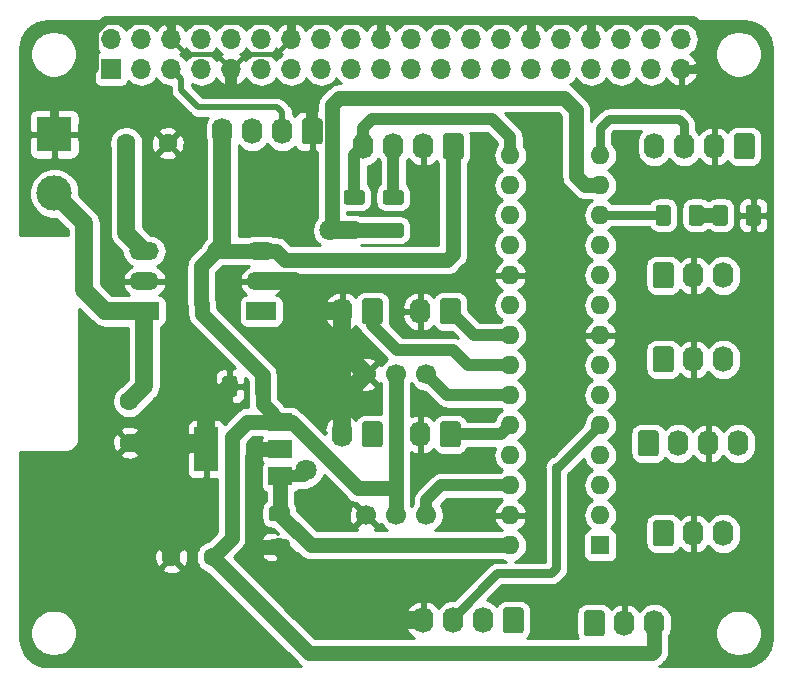
<source format=gtl>
G04 #@! TF.GenerationSoftware,KiCad,Pcbnew,5.1.2-f72e74a~84~ubuntu18.04.1*
G04 #@! TF.CreationDate,2019-08-12T01:15:30+02:00*
G04 #@! TF.ProjectId,RPI_Peripheral_Expander,5250495f-5065-4726-9970-686572616c5f,rev?*
G04 #@! TF.SameCoordinates,Original*
G04 #@! TF.FileFunction,Copper,L1,Top*
G04 #@! TF.FilePolarity,Positive*
%FSLAX46Y46*%
G04 Gerber Fmt 4.6, Leading zero omitted, Abs format (unit mm)*
G04 Created by KiCad (PCBNEW 5.1.2-f72e74a~84~ubuntu18.04.1) date 2019-08-12 01:15:30*
%MOMM*%
%LPD*%
G04 APERTURE LIST*
%ADD10O,1.740000X2.200000*%
%ADD11C,0.150000*%
%ADD12C,1.740000*%
%ADD13R,1.700000X1.700000*%
%ADD14O,1.700000X1.700000*%
%ADD15C,1.600000*%
%ADD16C,1.250000*%
%ADD17R,3.000000X3.000000*%
%ADD18C,3.000000*%
%ADD19R,2.000000X3.800000*%
%ADD20R,2.000000X1.500000*%
%ADD21R,2.500000X1.500000*%
%ADD22O,2.500000X1.500000*%
%ADD23C,1.700000*%
%ADD24R,1.600000X1.600000*%
%ADD25O,1.600000X1.600000*%
%ADD26C,1.800000*%
%ADD27C,1.250000*%
%ADD28C,1.500000*%
%ADD29C,1.000000*%
%ADD30C,0.400000*%
%ADD31C,0.750000*%
%ADD32C,0.500000*%
%ADD33C,0.254000*%
G04 APERTURE END LIST*
D10*
X260198000Y-116218000D03*
X257658000Y-116218000D03*
D11*
G36*
X255762505Y-115119204D02*
G01*
X255786773Y-115122804D01*
X255810572Y-115128765D01*
X255833671Y-115137030D01*
X255855850Y-115147520D01*
X255876893Y-115160132D01*
X255896599Y-115174747D01*
X255914777Y-115191223D01*
X255931253Y-115209401D01*
X255945868Y-115229107D01*
X255958480Y-115250150D01*
X255968970Y-115272329D01*
X255977235Y-115295428D01*
X255983196Y-115319227D01*
X255986796Y-115343495D01*
X255988000Y-115367999D01*
X255988000Y-117068001D01*
X255986796Y-117092505D01*
X255983196Y-117116773D01*
X255977235Y-117140572D01*
X255968970Y-117163671D01*
X255958480Y-117185850D01*
X255945868Y-117206893D01*
X255931253Y-117226599D01*
X255914777Y-117244777D01*
X255896599Y-117261253D01*
X255876893Y-117275868D01*
X255855850Y-117288480D01*
X255833671Y-117298970D01*
X255810572Y-117307235D01*
X255786773Y-117313196D01*
X255762505Y-117316796D01*
X255738001Y-117318000D01*
X254497999Y-117318000D01*
X254473495Y-117316796D01*
X254449227Y-117313196D01*
X254425428Y-117307235D01*
X254402329Y-117298970D01*
X254380150Y-117288480D01*
X254359107Y-117275868D01*
X254339401Y-117261253D01*
X254321223Y-117244777D01*
X254304747Y-117226599D01*
X254290132Y-117206893D01*
X254277520Y-117185850D01*
X254267030Y-117163671D01*
X254258765Y-117140572D01*
X254252804Y-117116773D01*
X254249204Y-117092505D01*
X254248000Y-117068001D01*
X254248000Y-115367999D01*
X254249204Y-115343495D01*
X254252804Y-115319227D01*
X254258765Y-115295428D01*
X254267030Y-115272329D01*
X254277520Y-115250150D01*
X254290132Y-115229107D01*
X254304747Y-115209401D01*
X254321223Y-115191223D01*
X254339401Y-115174747D01*
X254359107Y-115160132D01*
X254380150Y-115147520D01*
X254402329Y-115137030D01*
X254425428Y-115128765D01*
X254449227Y-115122804D01*
X254473495Y-115119204D01*
X254497999Y-115118000D01*
X255738001Y-115118000D01*
X255762505Y-115119204D01*
X255762505Y-115119204D01*
G37*
D12*
X255118000Y-116218000D03*
D10*
X234544000Y-119266000D03*
D11*
G36*
X237728505Y-118167204D02*
G01*
X237752773Y-118170804D01*
X237776572Y-118176765D01*
X237799671Y-118185030D01*
X237821850Y-118195520D01*
X237842893Y-118208132D01*
X237862599Y-118222747D01*
X237880777Y-118239223D01*
X237897253Y-118257401D01*
X237911868Y-118277107D01*
X237924480Y-118298150D01*
X237934970Y-118320329D01*
X237943235Y-118343428D01*
X237949196Y-118367227D01*
X237952796Y-118391495D01*
X237954000Y-118415999D01*
X237954000Y-120116001D01*
X237952796Y-120140505D01*
X237949196Y-120164773D01*
X237943235Y-120188572D01*
X237934970Y-120211671D01*
X237924480Y-120233850D01*
X237911868Y-120254893D01*
X237897253Y-120274599D01*
X237880777Y-120292777D01*
X237862599Y-120309253D01*
X237842893Y-120323868D01*
X237821850Y-120336480D01*
X237799671Y-120346970D01*
X237776572Y-120355235D01*
X237752773Y-120361196D01*
X237728505Y-120364796D01*
X237704001Y-120366000D01*
X236463999Y-120366000D01*
X236439495Y-120364796D01*
X236415227Y-120361196D01*
X236391428Y-120355235D01*
X236368329Y-120346970D01*
X236346150Y-120336480D01*
X236325107Y-120323868D01*
X236305401Y-120309253D01*
X236287223Y-120292777D01*
X236270747Y-120274599D01*
X236256132Y-120254893D01*
X236243520Y-120233850D01*
X236233030Y-120211671D01*
X236224765Y-120188572D01*
X236218804Y-120164773D01*
X236215204Y-120140505D01*
X236214000Y-120116001D01*
X236214000Y-118415999D01*
X236215204Y-118391495D01*
X236218804Y-118367227D01*
X236224765Y-118343428D01*
X236233030Y-118320329D01*
X236243520Y-118298150D01*
X236256132Y-118277107D01*
X236270747Y-118257401D01*
X236287223Y-118239223D01*
X236305401Y-118222747D01*
X236325107Y-118208132D01*
X236346150Y-118195520D01*
X236368329Y-118185030D01*
X236391428Y-118176765D01*
X236415227Y-118170804D01*
X236439495Y-118167204D01*
X236463999Y-118166000D01*
X237704001Y-118166000D01*
X237728505Y-118167204D01*
X237728505Y-118167204D01*
G37*
D12*
X237084000Y-119266000D03*
D13*
X208370000Y-98770000D03*
D14*
X208370000Y-96230000D03*
X210910000Y-98770000D03*
X210910000Y-96230000D03*
X213450000Y-98770000D03*
X213450000Y-96230000D03*
X215990000Y-98770000D03*
X215990000Y-96230000D03*
X218530000Y-98770000D03*
X218530000Y-96230000D03*
X221070000Y-98770000D03*
X221070000Y-96230000D03*
X223610000Y-98770000D03*
X223610000Y-96230000D03*
X226150000Y-98770000D03*
X226150000Y-96230000D03*
X228690000Y-98770000D03*
X228690000Y-96230000D03*
X231230000Y-98770000D03*
X231230000Y-96230000D03*
X233770000Y-98770000D03*
X233770000Y-96230000D03*
X236310000Y-98770000D03*
X236310000Y-96230000D03*
X238850000Y-98770000D03*
X238850000Y-96230000D03*
X241390000Y-98770000D03*
X241390000Y-96230000D03*
X243930000Y-98770000D03*
X243930000Y-96230000D03*
X246470000Y-98770000D03*
X246470000Y-96230000D03*
X249010000Y-98770000D03*
X249010000Y-96230000D03*
X251550000Y-98770000D03*
X251550000Y-96230000D03*
X254090000Y-98770000D03*
X254090000Y-96230000D03*
X256630000Y-98770000D03*
X256630000Y-96230000D03*
D15*
X209906000Y-130386000D03*
X209906000Y-126886000D03*
X213462000Y-140094000D03*
X216962000Y-140094000D03*
D11*
G36*
X221611504Y-124742204D02*
G01*
X221635773Y-124745804D01*
X221659571Y-124751765D01*
X221682671Y-124760030D01*
X221704849Y-124770520D01*
X221725893Y-124783133D01*
X221745598Y-124797747D01*
X221763777Y-124814223D01*
X221780253Y-124832402D01*
X221794867Y-124852107D01*
X221807480Y-124873151D01*
X221817970Y-124895329D01*
X221826235Y-124918429D01*
X221832196Y-124942227D01*
X221835796Y-124966496D01*
X221837000Y-124991000D01*
X221837000Y-126241000D01*
X221835796Y-126265504D01*
X221832196Y-126289773D01*
X221826235Y-126313571D01*
X221817970Y-126336671D01*
X221807480Y-126358849D01*
X221794867Y-126379893D01*
X221780253Y-126399598D01*
X221763777Y-126417777D01*
X221745598Y-126434253D01*
X221725893Y-126448867D01*
X221704849Y-126461480D01*
X221682671Y-126471970D01*
X221659571Y-126480235D01*
X221635773Y-126486196D01*
X221611504Y-126489796D01*
X221587000Y-126491000D01*
X220837000Y-126491000D01*
X220812496Y-126489796D01*
X220788227Y-126486196D01*
X220764429Y-126480235D01*
X220741329Y-126471970D01*
X220719151Y-126461480D01*
X220698107Y-126448867D01*
X220678402Y-126434253D01*
X220660223Y-126417777D01*
X220643747Y-126399598D01*
X220629133Y-126379893D01*
X220616520Y-126358849D01*
X220606030Y-126336671D01*
X220597765Y-126313571D01*
X220591804Y-126289773D01*
X220588204Y-126265504D01*
X220587000Y-126241000D01*
X220587000Y-124991000D01*
X220588204Y-124966496D01*
X220591804Y-124942227D01*
X220597765Y-124918429D01*
X220606030Y-124895329D01*
X220616520Y-124873151D01*
X220629133Y-124852107D01*
X220643747Y-124832402D01*
X220660223Y-124814223D01*
X220678402Y-124797747D01*
X220698107Y-124783133D01*
X220719151Y-124770520D01*
X220741329Y-124760030D01*
X220764429Y-124751765D01*
X220788227Y-124745804D01*
X220812496Y-124742204D01*
X220837000Y-124741000D01*
X221587000Y-124741000D01*
X221611504Y-124742204D01*
X221611504Y-124742204D01*
G37*
D16*
X221212000Y-125616000D03*
D11*
G36*
X218811504Y-124742204D02*
G01*
X218835773Y-124745804D01*
X218859571Y-124751765D01*
X218882671Y-124760030D01*
X218904849Y-124770520D01*
X218925893Y-124783133D01*
X218945598Y-124797747D01*
X218963777Y-124814223D01*
X218980253Y-124832402D01*
X218994867Y-124852107D01*
X219007480Y-124873151D01*
X219017970Y-124895329D01*
X219026235Y-124918429D01*
X219032196Y-124942227D01*
X219035796Y-124966496D01*
X219037000Y-124991000D01*
X219037000Y-126241000D01*
X219035796Y-126265504D01*
X219032196Y-126289773D01*
X219026235Y-126313571D01*
X219017970Y-126336671D01*
X219007480Y-126358849D01*
X218994867Y-126379893D01*
X218980253Y-126399598D01*
X218963777Y-126417777D01*
X218945598Y-126434253D01*
X218925893Y-126448867D01*
X218904849Y-126461480D01*
X218882671Y-126471970D01*
X218859571Y-126480235D01*
X218835773Y-126486196D01*
X218811504Y-126489796D01*
X218787000Y-126491000D01*
X218037000Y-126491000D01*
X218012496Y-126489796D01*
X217988227Y-126486196D01*
X217964429Y-126480235D01*
X217941329Y-126471970D01*
X217919151Y-126461480D01*
X217898107Y-126448867D01*
X217878402Y-126434253D01*
X217860223Y-126417777D01*
X217843747Y-126399598D01*
X217829133Y-126379893D01*
X217816520Y-126358849D01*
X217806030Y-126336671D01*
X217797765Y-126313571D01*
X217791804Y-126289773D01*
X217788204Y-126265504D01*
X217787000Y-126241000D01*
X217787000Y-124991000D01*
X217788204Y-124966496D01*
X217791804Y-124942227D01*
X217797765Y-124918429D01*
X217806030Y-124895329D01*
X217816520Y-124873151D01*
X217829133Y-124852107D01*
X217843747Y-124832402D01*
X217860223Y-124814223D01*
X217878402Y-124797747D01*
X217898107Y-124783133D01*
X217919151Y-124770520D01*
X217941329Y-124760030D01*
X217964429Y-124751765D01*
X217988227Y-124745804D01*
X218012496Y-124742204D01*
X218037000Y-124741000D01*
X218787000Y-124741000D01*
X218811504Y-124742204D01*
X218811504Y-124742204D01*
G37*
D16*
X218412000Y-125616000D03*
D11*
G36*
X223255504Y-135784204D02*
G01*
X223279773Y-135787804D01*
X223303571Y-135793765D01*
X223326671Y-135802030D01*
X223348849Y-135812520D01*
X223369893Y-135825133D01*
X223389598Y-135839747D01*
X223407777Y-135856223D01*
X223424253Y-135874402D01*
X223438867Y-135894107D01*
X223451480Y-135915151D01*
X223461970Y-135937329D01*
X223470235Y-135960429D01*
X223476196Y-135984227D01*
X223479796Y-136008496D01*
X223481000Y-136033000D01*
X223481000Y-136783000D01*
X223479796Y-136807504D01*
X223476196Y-136831773D01*
X223470235Y-136855571D01*
X223461970Y-136878671D01*
X223451480Y-136900849D01*
X223438867Y-136921893D01*
X223424253Y-136941598D01*
X223407777Y-136959777D01*
X223389598Y-136976253D01*
X223369893Y-136990867D01*
X223348849Y-137003480D01*
X223326671Y-137013970D01*
X223303571Y-137022235D01*
X223279773Y-137028196D01*
X223255504Y-137031796D01*
X223231000Y-137033000D01*
X221981000Y-137033000D01*
X221956496Y-137031796D01*
X221932227Y-137028196D01*
X221908429Y-137022235D01*
X221885329Y-137013970D01*
X221863151Y-137003480D01*
X221842107Y-136990867D01*
X221822402Y-136976253D01*
X221804223Y-136959777D01*
X221787747Y-136941598D01*
X221773133Y-136921893D01*
X221760520Y-136900849D01*
X221750030Y-136878671D01*
X221741765Y-136855571D01*
X221735804Y-136831773D01*
X221732204Y-136807504D01*
X221731000Y-136783000D01*
X221731000Y-136033000D01*
X221732204Y-136008496D01*
X221735804Y-135984227D01*
X221741765Y-135960429D01*
X221750030Y-135937329D01*
X221760520Y-135915151D01*
X221773133Y-135894107D01*
X221787747Y-135874402D01*
X221804223Y-135856223D01*
X221822402Y-135839747D01*
X221842107Y-135825133D01*
X221863151Y-135812520D01*
X221885329Y-135802030D01*
X221908429Y-135793765D01*
X221932227Y-135787804D01*
X221956496Y-135784204D01*
X221981000Y-135783000D01*
X223231000Y-135783000D01*
X223255504Y-135784204D01*
X223255504Y-135784204D01*
G37*
D16*
X222606000Y-136408000D03*
D11*
G36*
X223255504Y-138584204D02*
G01*
X223279773Y-138587804D01*
X223303571Y-138593765D01*
X223326671Y-138602030D01*
X223348849Y-138612520D01*
X223369893Y-138625133D01*
X223389598Y-138639747D01*
X223407777Y-138656223D01*
X223424253Y-138674402D01*
X223438867Y-138694107D01*
X223451480Y-138715151D01*
X223461970Y-138737329D01*
X223470235Y-138760429D01*
X223476196Y-138784227D01*
X223479796Y-138808496D01*
X223481000Y-138833000D01*
X223481000Y-139583000D01*
X223479796Y-139607504D01*
X223476196Y-139631773D01*
X223470235Y-139655571D01*
X223461970Y-139678671D01*
X223451480Y-139700849D01*
X223438867Y-139721893D01*
X223424253Y-139741598D01*
X223407777Y-139759777D01*
X223389598Y-139776253D01*
X223369893Y-139790867D01*
X223348849Y-139803480D01*
X223326671Y-139813970D01*
X223303571Y-139822235D01*
X223279773Y-139828196D01*
X223255504Y-139831796D01*
X223231000Y-139833000D01*
X221981000Y-139833000D01*
X221956496Y-139831796D01*
X221932227Y-139828196D01*
X221908429Y-139822235D01*
X221885329Y-139813970D01*
X221863151Y-139803480D01*
X221842107Y-139790867D01*
X221822402Y-139776253D01*
X221804223Y-139759777D01*
X221787747Y-139741598D01*
X221773133Y-139721893D01*
X221760520Y-139700849D01*
X221750030Y-139678671D01*
X221741765Y-139655571D01*
X221735804Y-139631773D01*
X221732204Y-139607504D01*
X221731000Y-139583000D01*
X221731000Y-138833000D01*
X221732204Y-138808496D01*
X221735804Y-138784227D01*
X221741765Y-138760429D01*
X221750030Y-138737329D01*
X221760520Y-138715151D01*
X221773133Y-138694107D01*
X221787747Y-138674402D01*
X221804223Y-138656223D01*
X221822402Y-138639747D01*
X221842107Y-138625133D01*
X221863151Y-138612520D01*
X221885329Y-138602030D01*
X221908429Y-138593765D01*
X221932227Y-138587804D01*
X221956496Y-138584204D01*
X221981000Y-138583000D01*
X223231000Y-138583000D01*
X223255504Y-138584204D01*
X223255504Y-138584204D01*
G37*
D16*
X222606000Y-139208000D03*
D11*
G36*
X263143504Y-110264204D02*
G01*
X263167773Y-110267804D01*
X263191571Y-110273765D01*
X263214671Y-110282030D01*
X263236849Y-110292520D01*
X263257893Y-110305133D01*
X263277598Y-110319747D01*
X263295777Y-110336223D01*
X263312253Y-110354402D01*
X263326867Y-110374107D01*
X263339480Y-110395151D01*
X263349970Y-110417329D01*
X263358235Y-110440429D01*
X263364196Y-110464227D01*
X263367796Y-110488496D01*
X263369000Y-110513000D01*
X263369000Y-111763000D01*
X263367796Y-111787504D01*
X263364196Y-111811773D01*
X263358235Y-111835571D01*
X263349970Y-111858671D01*
X263339480Y-111880849D01*
X263326867Y-111901893D01*
X263312253Y-111921598D01*
X263295777Y-111939777D01*
X263277598Y-111956253D01*
X263257893Y-111970867D01*
X263236849Y-111983480D01*
X263214671Y-111993970D01*
X263191571Y-112002235D01*
X263167773Y-112008196D01*
X263143504Y-112011796D01*
X263119000Y-112013000D01*
X262369000Y-112013000D01*
X262344496Y-112011796D01*
X262320227Y-112008196D01*
X262296429Y-112002235D01*
X262273329Y-111993970D01*
X262251151Y-111983480D01*
X262230107Y-111970867D01*
X262210402Y-111956253D01*
X262192223Y-111939777D01*
X262175747Y-111921598D01*
X262161133Y-111901893D01*
X262148520Y-111880849D01*
X262138030Y-111858671D01*
X262129765Y-111835571D01*
X262123804Y-111811773D01*
X262120204Y-111787504D01*
X262119000Y-111763000D01*
X262119000Y-110513000D01*
X262120204Y-110488496D01*
X262123804Y-110464227D01*
X262129765Y-110440429D01*
X262138030Y-110417329D01*
X262148520Y-110395151D01*
X262161133Y-110374107D01*
X262175747Y-110354402D01*
X262192223Y-110336223D01*
X262210402Y-110319747D01*
X262230107Y-110305133D01*
X262251151Y-110292520D01*
X262273329Y-110282030D01*
X262296429Y-110273765D01*
X262320227Y-110267804D01*
X262344496Y-110264204D01*
X262369000Y-110263000D01*
X263119000Y-110263000D01*
X263143504Y-110264204D01*
X263143504Y-110264204D01*
G37*
D16*
X262744000Y-111138000D03*
D11*
G36*
X260343504Y-110264204D02*
G01*
X260367773Y-110267804D01*
X260391571Y-110273765D01*
X260414671Y-110282030D01*
X260436849Y-110292520D01*
X260457893Y-110305133D01*
X260477598Y-110319747D01*
X260495777Y-110336223D01*
X260512253Y-110354402D01*
X260526867Y-110374107D01*
X260539480Y-110395151D01*
X260549970Y-110417329D01*
X260558235Y-110440429D01*
X260564196Y-110464227D01*
X260567796Y-110488496D01*
X260569000Y-110513000D01*
X260569000Y-111763000D01*
X260567796Y-111787504D01*
X260564196Y-111811773D01*
X260558235Y-111835571D01*
X260549970Y-111858671D01*
X260539480Y-111880849D01*
X260526867Y-111901893D01*
X260512253Y-111921598D01*
X260495777Y-111939777D01*
X260477598Y-111956253D01*
X260457893Y-111970867D01*
X260436849Y-111983480D01*
X260414671Y-111993970D01*
X260391571Y-112002235D01*
X260367773Y-112008196D01*
X260343504Y-112011796D01*
X260319000Y-112013000D01*
X259569000Y-112013000D01*
X259544496Y-112011796D01*
X259520227Y-112008196D01*
X259496429Y-112002235D01*
X259473329Y-111993970D01*
X259451151Y-111983480D01*
X259430107Y-111970867D01*
X259410402Y-111956253D01*
X259392223Y-111939777D01*
X259375747Y-111921598D01*
X259361133Y-111901893D01*
X259348520Y-111880849D01*
X259338030Y-111858671D01*
X259329765Y-111835571D01*
X259323804Y-111811773D01*
X259320204Y-111787504D01*
X259319000Y-111763000D01*
X259319000Y-110513000D01*
X259320204Y-110488496D01*
X259323804Y-110464227D01*
X259329765Y-110440429D01*
X259338030Y-110417329D01*
X259348520Y-110395151D01*
X259361133Y-110374107D01*
X259375747Y-110354402D01*
X259392223Y-110336223D01*
X259410402Y-110319747D01*
X259430107Y-110305133D01*
X259451151Y-110292520D01*
X259473329Y-110282030D01*
X259496429Y-110273765D01*
X259520227Y-110267804D01*
X259544496Y-110264204D01*
X259569000Y-110263000D01*
X260319000Y-110263000D01*
X260343504Y-110264204D01*
X260343504Y-110264204D01*
G37*
D16*
X259944000Y-111138000D03*
D17*
X203556000Y-104280000D03*
D18*
X203556000Y-109280000D03*
D10*
X254356000Y-105296000D03*
X256896000Y-105296000D03*
X259436000Y-105296000D03*
D11*
G36*
X262620505Y-104197204D02*
G01*
X262644773Y-104200804D01*
X262668572Y-104206765D01*
X262691671Y-104215030D01*
X262713850Y-104225520D01*
X262734893Y-104238132D01*
X262754599Y-104252747D01*
X262772777Y-104269223D01*
X262789253Y-104287401D01*
X262803868Y-104307107D01*
X262816480Y-104328150D01*
X262826970Y-104350329D01*
X262835235Y-104373428D01*
X262841196Y-104397227D01*
X262844796Y-104421495D01*
X262846000Y-104445999D01*
X262846000Y-106146001D01*
X262844796Y-106170505D01*
X262841196Y-106194773D01*
X262835235Y-106218572D01*
X262826970Y-106241671D01*
X262816480Y-106263850D01*
X262803868Y-106284893D01*
X262789253Y-106304599D01*
X262772777Y-106322777D01*
X262754599Y-106339253D01*
X262734893Y-106353868D01*
X262713850Y-106366480D01*
X262691671Y-106376970D01*
X262668572Y-106385235D01*
X262644773Y-106391196D01*
X262620505Y-106394796D01*
X262596001Y-106396000D01*
X261355999Y-106396000D01*
X261331495Y-106394796D01*
X261307227Y-106391196D01*
X261283428Y-106385235D01*
X261260329Y-106376970D01*
X261238150Y-106366480D01*
X261217107Y-106353868D01*
X261197401Y-106339253D01*
X261179223Y-106322777D01*
X261162747Y-106304599D01*
X261148132Y-106284893D01*
X261135520Y-106263850D01*
X261125030Y-106241671D01*
X261116765Y-106218572D01*
X261110804Y-106194773D01*
X261107204Y-106170505D01*
X261106000Y-106146001D01*
X261106000Y-104445999D01*
X261107204Y-104421495D01*
X261110804Y-104397227D01*
X261116765Y-104373428D01*
X261125030Y-104350329D01*
X261135520Y-104328150D01*
X261148132Y-104307107D01*
X261162747Y-104287401D01*
X261179223Y-104269223D01*
X261197401Y-104252747D01*
X261217107Y-104238132D01*
X261238150Y-104225520D01*
X261260329Y-104215030D01*
X261283428Y-104206765D01*
X261307227Y-104200804D01*
X261331495Y-104197204D01*
X261355999Y-104196000D01*
X262596001Y-104196000D01*
X262620505Y-104197204D01*
X262620505Y-104197204D01*
G37*
D12*
X261976000Y-105296000D03*
D11*
G36*
X237982505Y-104197204D02*
G01*
X238006773Y-104200804D01*
X238030572Y-104206765D01*
X238053671Y-104215030D01*
X238075850Y-104225520D01*
X238096893Y-104238132D01*
X238116599Y-104252747D01*
X238134777Y-104269223D01*
X238151253Y-104287401D01*
X238165868Y-104307107D01*
X238178480Y-104328150D01*
X238188970Y-104350329D01*
X238197235Y-104373428D01*
X238203196Y-104397227D01*
X238206796Y-104421495D01*
X238208000Y-104445999D01*
X238208000Y-106146001D01*
X238206796Y-106170505D01*
X238203196Y-106194773D01*
X238197235Y-106218572D01*
X238188970Y-106241671D01*
X238178480Y-106263850D01*
X238165868Y-106284893D01*
X238151253Y-106304599D01*
X238134777Y-106322777D01*
X238116599Y-106339253D01*
X238096893Y-106353868D01*
X238075850Y-106366480D01*
X238053671Y-106376970D01*
X238030572Y-106385235D01*
X238006773Y-106391196D01*
X237982505Y-106394796D01*
X237958001Y-106396000D01*
X236717999Y-106396000D01*
X236693495Y-106394796D01*
X236669227Y-106391196D01*
X236645428Y-106385235D01*
X236622329Y-106376970D01*
X236600150Y-106366480D01*
X236579107Y-106353868D01*
X236559401Y-106339253D01*
X236541223Y-106322777D01*
X236524747Y-106304599D01*
X236510132Y-106284893D01*
X236497520Y-106263850D01*
X236487030Y-106241671D01*
X236478765Y-106218572D01*
X236472804Y-106194773D01*
X236469204Y-106170505D01*
X236468000Y-106146001D01*
X236468000Y-104445999D01*
X236469204Y-104421495D01*
X236472804Y-104397227D01*
X236478765Y-104373428D01*
X236487030Y-104350329D01*
X236497520Y-104328150D01*
X236510132Y-104307107D01*
X236524747Y-104287401D01*
X236541223Y-104269223D01*
X236559401Y-104252747D01*
X236579107Y-104238132D01*
X236600150Y-104225520D01*
X236622329Y-104215030D01*
X236645428Y-104206765D01*
X236669227Y-104200804D01*
X236693495Y-104197204D01*
X236717999Y-104196000D01*
X237958001Y-104196000D01*
X237982505Y-104197204D01*
X237982505Y-104197204D01*
G37*
D12*
X237338000Y-105296000D03*
D10*
X234798000Y-105296000D03*
X232258000Y-105296000D03*
X229718000Y-105296000D03*
D11*
G36*
X243062505Y-144329204D02*
G01*
X243086773Y-144332804D01*
X243110572Y-144338765D01*
X243133671Y-144347030D01*
X243155850Y-144357520D01*
X243176893Y-144370132D01*
X243196599Y-144384747D01*
X243214777Y-144401223D01*
X243231253Y-144419401D01*
X243245868Y-144439107D01*
X243258480Y-144460150D01*
X243268970Y-144482329D01*
X243277235Y-144505428D01*
X243283196Y-144529227D01*
X243286796Y-144553495D01*
X243288000Y-144577999D01*
X243288000Y-146278001D01*
X243286796Y-146302505D01*
X243283196Y-146326773D01*
X243277235Y-146350572D01*
X243268970Y-146373671D01*
X243258480Y-146395850D01*
X243245868Y-146416893D01*
X243231253Y-146436599D01*
X243214777Y-146454777D01*
X243196599Y-146471253D01*
X243176893Y-146485868D01*
X243155850Y-146498480D01*
X243133671Y-146508970D01*
X243110572Y-146517235D01*
X243086773Y-146523196D01*
X243062505Y-146526796D01*
X243038001Y-146528000D01*
X241797999Y-146528000D01*
X241773495Y-146526796D01*
X241749227Y-146523196D01*
X241725428Y-146517235D01*
X241702329Y-146508970D01*
X241680150Y-146498480D01*
X241659107Y-146485868D01*
X241639401Y-146471253D01*
X241621223Y-146454777D01*
X241604747Y-146436599D01*
X241590132Y-146416893D01*
X241577520Y-146395850D01*
X241567030Y-146373671D01*
X241558765Y-146350572D01*
X241552804Y-146326773D01*
X241549204Y-146302505D01*
X241548000Y-146278001D01*
X241548000Y-144577999D01*
X241549204Y-144553495D01*
X241552804Y-144529227D01*
X241558765Y-144505428D01*
X241567030Y-144482329D01*
X241577520Y-144460150D01*
X241590132Y-144439107D01*
X241604747Y-144419401D01*
X241621223Y-144401223D01*
X241639401Y-144384747D01*
X241659107Y-144370132D01*
X241680150Y-144357520D01*
X241702329Y-144347030D01*
X241725428Y-144338765D01*
X241749227Y-144332804D01*
X241773495Y-144329204D01*
X241797999Y-144328000D01*
X243038001Y-144328000D01*
X243062505Y-144329204D01*
X243062505Y-144329204D01*
G37*
D12*
X242418000Y-145428000D03*
D10*
X239878000Y-145428000D03*
X237338000Y-145428000D03*
X234798000Y-145428000D03*
X234544000Y-129680000D03*
D11*
G36*
X237728505Y-128581204D02*
G01*
X237752773Y-128584804D01*
X237776572Y-128590765D01*
X237799671Y-128599030D01*
X237821850Y-128609520D01*
X237842893Y-128622132D01*
X237862599Y-128636747D01*
X237880777Y-128653223D01*
X237897253Y-128671401D01*
X237911868Y-128691107D01*
X237924480Y-128712150D01*
X237934970Y-128734329D01*
X237943235Y-128757428D01*
X237949196Y-128781227D01*
X237952796Y-128805495D01*
X237954000Y-128829999D01*
X237954000Y-130530001D01*
X237952796Y-130554505D01*
X237949196Y-130578773D01*
X237943235Y-130602572D01*
X237934970Y-130625671D01*
X237924480Y-130647850D01*
X237911868Y-130668893D01*
X237897253Y-130688599D01*
X237880777Y-130706777D01*
X237862599Y-130723253D01*
X237842893Y-130737868D01*
X237821850Y-130750480D01*
X237799671Y-130760970D01*
X237776572Y-130769235D01*
X237752773Y-130775196D01*
X237728505Y-130778796D01*
X237704001Y-130780000D01*
X236463999Y-130780000D01*
X236439495Y-130778796D01*
X236415227Y-130775196D01*
X236391428Y-130769235D01*
X236368329Y-130760970D01*
X236346150Y-130750480D01*
X236325107Y-130737868D01*
X236305401Y-130723253D01*
X236287223Y-130706777D01*
X236270747Y-130688599D01*
X236256132Y-130668893D01*
X236243520Y-130647850D01*
X236233030Y-130625671D01*
X236224765Y-130602572D01*
X236218804Y-130578773D01*
X236215204Y-130554505D01*
X236214000Y-130530001D01*
X236214000Y-128829999D01*
X236215204Y-128805495D01*
X236218804Y-128781227D01*
X236224765Y-128757428D01*
X236233030Y-128734329D01*
X236243520Y-128712150D01*
X236256132Y-128691107D01*
X236270747Y-128671401D01*
X236287223Y-128653223D01*
X236305401Y-128636747D01*
X236325107Y-128622132D01*
X236346150Y-128609520D01*
X236368329Y-128599030D01*
X236391428Y-128590765D01*
X236415227Y-128584804D01*
X236439495Y-128581204D01*
X236463999Y-128580000D01*
X237704001Y-128580000D01*
X237728505Y-128581204D01*
X237728505Y-128581204D01*
G37*
D12*
X237084000Y-129680000D03*
D11*
G36*
X231124505Y-128581204D02*
G01*
X231148773Y-128584804D01*
X231172572Y-128590765D01*
X231195671Y-128599030D01*
X231217850Y-128609520D01*
X231238893Y-128622132D01*
X231258599Y-128636747D01*
X231276777Y-128653223D01*
X231293253Y-128671401D01*
X231307868Y-128691107D01*
X231320480Y-128712150D01*
X231330970Y-128734329D01*
X231339235Y-128757428D01*
X231345196Y-128781227D01*
X231348796Y-128805495D01*
X231350000Y-128829999D01*
X231350000Y-130530001D01*
X231348796Y-130554505D01*
X231345196Y-130578773D01*
X231339235Y-130602572D01*
X231330970Y-130625671D01*
X231320480Y-130647850D01*
X231307868Y-130668893D01*
X231293253Y-130688599D01*
X231276777Y-130706777D01*
X231258599Y-130723253D01*
X231238893Y-130737868D01*
X231217850Y-130750480D01*
X231195671Y-130760970D01*
X231172572Y-130769235D01*
X231148773Y-130775196D01*
X231124505Y-130778796D01*
X231100001Y-130780000D01*
X229859999Y-130780000D01*
X229835495Y-130778796D01*
X229811227Y-130775196D01*
X229787428Y-130769235D01*
X229764329Y-130760970D01*
X229742150Y-130750480D01*
X229721107Y-130737868D01*
X229701401Y-130723253D01*
X229683223Y-130706777D01*
X229666747Y-130688599D01*
X229652132Y-130668893D01*
X229639520Y-130647850D01*
X229629030Y-130625671D01*
X229620765Y-130602572D01*
X229614804Y-130578773D01*
X229611204Y-130554505D01*
X229610000Y-130530001D01*
X229610000Y-128829999D01*
X229611204Y-128805495D01*
X229614804Y-128781227D01*
X229620765Y-128757428D01*
X229629030Y-128734329D01*
X229639520Y-128712150D01*
X229652132Y-128691107D01*
X229666747Y-128671401D01*
X229683223Y-128653223D01*
X229701401Y-128636747D01*
X229721107Y-128622132D01*
X229742150Y-128609520D01*
X229764329Y-128599030D01*
X229787428Y-128590765D01*
X229811227Y-128584804D01*
X229835495Y-128581204D01*
X229859999Y-128580000D01*
X231100001Y-128580000D01*
X231124505Y-128581204D01*
X231124505Y-128581204D01*
G37*
D12*
X230480000Y-129680000D03*
D10*
X227940000Y-129680000D03*
D11*
G36*
X229605504Y-108984204D02*
G01*
X229629773Y-108987804D01*
X229653571Y-108993765D01*
X229676671Y-109002030D01*
X229698849Y-109012520D01*
X229719893Y-109025133D01*
X229739598Y-109039747D01*
X229757777Y-109056223D01*
X229774253Y-109074402D01*
X229788867Y-109094107D01*
X229801480Y-109115151D01*
X229811970Y-109137329D01*
X229820235Y-109160429D01*
X229826196Y-109184227D01*
X229829796Y-109208496D01*
X229831000Y-109233000D01*
X229831000Y-109983000D01*
X229829796Y-110007504D01*
X229826196Y-110031773D01*
X229820235Y-110055571D01*
X229811970Y-110078671D01*
X229801480Y-110100849D01*
X229788867Y-110121893D01*
X229774253Y-110141598D01*
X229757777Y-110159777D01*
X229739598Y-110176253D01*
X229719893Y-110190867D01*
X229698849Y-110203480D01*
X229676671Y-110213970D01*
X229653571Y-110222235D01*
X229629773Y-110228196D01*
X229605504Y-110231796D01*
X229581000Y-110233000D01*
X228331000Y-110233000D01*
X228306496Y-110231796D01*
X228282227Y-110228196D01*
X228258429Y-110222235D01*
X228235329Y-110213970D01*
X228213151Y-110203480D01*
X228192107Y-110190867D01*
X228172402Y-110176253D01*
X228154223Y-110159777D01*
X228137747Y-110141598D01*
X228123133Y-110121893D01*
X228110520Y-110100849D01*
X228100030Y-110078671D01*
X228091765Y-110055571D01*
X228085804Y-110031773D01*
X228082204Y-110007504D01*
X228081000Y-109983000D01*
X228081000Y-109233000D01*
X228082204Y-109208496D01*
X228085804Y-109184227D01*
X228091765Y-109160429D01*
X228100030Y-109137329D01*
X228110520Y-109115151D01*
X228123133Y-109094107D01*
X228137747Y-109074402D01*
X228154223Y-109056223D01*
X228172402Y-109039747D01*
X228192107Y-109025133D01*
X228213151Y-109012520D01*
X228235329Y-109002030D01*
X228258429Y-108993765D01*
X228282227Y-108987804D01*
X228306496Y-108984204D01*
X228331000Y-108983000D01*
X229581000Y-108983000D01*
X229605504Y-108984204D01*
X229605504Y-108984204D01*
G37*
D16*
X228956000Y-109608000D03*
D11*
G36*
X229605504Y-111784204D02*
G01*
X229629773Y-111787804D01*
X229653571Y-111793765D01*
X229676671Y-111802030D01*
X229698849Y-111812520D01*
X229719893Y-111825133D01*
X229739598Y-111839747D01*
X229757777Y-111856223D01*
X229774253Y-111874402D01*
X229788867Y-111894107D01*
X229801480Y-111915151D01*
X229811970Y-111937329D01*
X229820235Y-111960429D01*
X229826196Y-111984227D01*
X229829796Y-112008496D01*
X229831000Y-112033000D01*
X229831000Y-112783000D01*
X229829796Y-112807504D01*
X229826196Y-112831773D01*
X229820235Y-112855571D01*
X229811970Y-112878671D01*
X229801480Y-112900849D01*
X229788867Y-112921893D01*
X229774253Y-112941598D01*
X229757777Y-112959777D01*
X229739598Y-112976253D01*
X229719893Y-112990867D01*
X229698849Y-113003480D01*
X229676671Y-113013970D01*
X229653571Y-113022235D01*
X229629773Y-113028196D01*
X229605504Y-113031796D01*
X229581000Y-113033000D01*
X228331000Y-113033000D01*
X228306496Y-113031796D01*
X228282227Y-113028196D01*
X228258429Y-113022235D01*
X228235329Y-113013970D01*
X228213151Y-113003480D01*
X228192107Y-112990867D01*
X228172402Y-112976253D01*
X228154223Y-112959777D01*
X228137747Y-112941598D01*
X228123133Y-112921893D01*
X228110520Y-112900849D01*
X228100030Y-112878671D01*
X228091765Y-112855571D01*
X228085804Y-112831773D01*
X228082204Y-112807504D01*
X228081000Y-112783000D01*
X228081000Y-112033000D01*
X228082204Y-112008496D01*
X228085804Y-111984227D01*
X228091765Y-111960429D01*
X228100030Y-111937329D01*
X228110520Y-111915151D01*
X228123133Y-111894107D01*
X228137747Y-111874402D01*
X228154223Y-111856223D01*
X228172402Y-111839747D01*
X228192107Y-111825133D01*
X228213151Y-111812520D01*
X228235329Y-111802030D01*
X228258429Y-111793765D01*
X228282227Y-111787804D01*
X228306496Y-111784204D01*
X228331000Y-111783000D01*
X229581000Y-111783000D01*
X229605504Y-111784204D01*
X229605504Y-111784204D01*
G37*
D16*
X228956000Y-112408000D03*
D11*
G36*
X232907504Y-111784204D02*
G01*
X232931773Y-111787804D01*
X232955571Y-111793765D01*
X232978671Y-111802030D01*
X233000849Y-111812520D01*
X233021893Y-111825133D01*
X233041598Y-111839747D01*
X233059777Y-111856223D01*
X233076253Y-111874402D01*
X233090867Y-111894107D01*
X233103480Y-111915151D01*
X233113970Y-111937329D01*
X233122235Y-111960429D01*
X233128196Y-111984227D01*
X233131796Y-112008496D01*
X233133000Y-112033000D01*
X233133000Y-112783000D01*
X233131796Y-112807504D01*
X233128196Y-112831773D01*
X233122235Y-112855571D01*
X233113970Y-112878671D01*
X233103480Y-112900849D01*
X233090867Y-112921893D01*
X233076253Y-112941598D01*
X233059777Y-112959777D01*
X233041598Y-112976253D01*
X233021893Y-112990867D01*
X233000849Y-113003480D01*
X232978671Y-113013970D01*
X232955571Y-113022235D01*
X232931773Y-113028196D01*
X232907504Y-113031796D01*
X232883000Y-113033000D01*
X231633000Y-113033000D01*
X231608496Y-113031796D01*
X231584227Y-113028196D01*
X231560429Y-113022235D01*
X231537329Y-113013970D01*
X231515151Y-113003480D01*
X231494107Y-112990867D01*
X231474402Y-112976253D01*
X231456223Y-112959777D01*
X231439747Y-112941598D01*
X231425133Y-112921893D01*
X231412520Y-112900849D01*
X231402030Y-112878671D01*
X231393765Y-112855571D01*
X231387804Y-112831773D01*
X231384204Y-112807504D01*
X231383000Y-112783000D01*
X231383000Y-112033000D01*
X231384204Y-112008496D01*
X231387804Y-111984227D01*
X231393765Y-111960429D01*
X231402030Y-111937329D01*
X231412520Y-111915151D01*
X231425133Y-111894107D01*
X231439747Y-111874402D01*
X231456223Y-111856223D01*
X231474402Y-111839747D01*
X231494107Y-111825133D01*
X231515151Y-111812520D01*
X231537329Y-111802030D01*
X231560429Y-111793765D01*
X231584227Y-111787804D01*
X231608496Y-111784204D01*
X231633000Y-111783000D01*
X232883000Y-111783000D01*
X232907504Y-111784204D01*
X232907504Y-111784204D01*
G37*
D16*
X232258000Y-112408000D03*
D11*
G36*
X232907504Y-108984204D02*
G01*
X232931773Y-108987804D01*
X232955571Y-108993765D01*
X232978671Y-109002030D01*
X233000849Y-109012520D01*
X233021893Y-109025133D01*
X233041598Y-109039747D01*
X233059777Y-109056223D01*
X233076253Y-109074402D01*
X233090867Y-109094107D01*
X233103480Y-109115151D01*
X233113970Y-109137329D01*
X233122235Y-109160429D01*
X233128196Y-109184227D01*
X233131796Y-109208496D01*
X233133000Y-109233000D01*
X233133000Y-109983000D01*
X233131796Y-110007504D01*
X233128196Y-110031773D01*
X233122235Y-110055571D01*
X233113970Y-110078671D01*
X233103480Y-110100849D01*
X233090867Y-110121893D01*
X233076253Y-110141598D01*
X233059777Y-110159777D01*
X233041598Y-110176253D01*
X233021893Y-110190867D01*
X233000849Y-110203480D01*
X232978671Y-110213970D01*
X232955571Y-110222235D01*
X232931773Y-110228196D01*
X232907504Y-110231796D01*
X232883000Y-110233000D01*
X231633000Y-110233000D01*
X231608496Y-110231796D01*
X231584227Y-110228196D01*
X231560429Y-110222235D01*
X231537329Y-110213970D01*
X231515151Y-110203480D01*
X231494107Y-110190867D01*
X231474402Y-110176253D01*
X231456223Y-110159777D01*
X231439747Y-110141598D01*
X231425133Y-110121893D01*
X231412520Y-110100849D01*
X231402030Y-110078671D01*
X231393765Y-110055571D01*
X231387804Y-110031773D01*
X231384204Y-110007504D01*
X231383000Y-109983000D01*
X231383000Y-109233000D01*
X231384204Y-109208496D01*
X231387804Y-109184227D01*
X231393765Y-109160429D01*
X231402030Y-109137329D01*
X231412520Y-109115151D01*
X231425133Y-109094107D01*
X231439747Y-109074402D01*
X231456223Y-109056223D01*
X231474402Y-109039747D01*
X231494107Y-109025133D01*
X231515151Y-109012520D01*
X231537329Y-109002030D01*
X231560429Y-108993765D01*
X231584227Y-108987804D01*
X231608496Y-108984204D01*
X231633000Y-108983000D01*
X232883000Y-108983000D01*
X232907504Y-108984204D01*
X232907504Y-108984204D01*
G37*
D16*
X232258000Y-109608000D03*
D11*
G36*
X258317504Y-110264204D02*
G01*
X258341773Y-110267804D01*
X258365571Y-110273765D01*
X258388671Y-110282030D01*
X258410849Y-110292520D01*
X258431893Y-110305133D01*
X258451598Y-110319747D01*
X258469777Y-110336223D01*
X258486253Y-110354402D01*
X258500867Y-110374107D01*
X258513480Y-110395151D01*
X258523970Y-110417329D01*
X258532235Y-110440429D01*
X258538196Y-110464227D01*
X258541796Y-110488496D01*
X258543000Y-110513000D01*
X258543000Y-111763000D01*
X258541796Y-111787504D01*
X258538196Y-111811773D01*
X258532235Y-111835571D01*
X258523970Y-111858671D01*
X258513480Y-111880849D01*
X258500867Y-111901893D01*
X258486253Y-111921598D01*
X258469777Y-111939777D01*
X258451598Y-111956253D01*
X258431893Y-111970867D01*
X258410849Y-111983480D01*
X258388671Y-111993970D01*
X258365571Y-112002235D01*
X258341773Y-112008196D01*
X258317504Y-112011796D01*
X258293000Y-112013000D01*
X257543000Y-112013000D01*
X257518496Y-112011796D01*
X257494227Y-112008196D01*
X257470429Y-112002235D01*
X257447329Y-111993970D01*
X257425151Y-111983480D01*
X257404107Y-111970867D01*
X257384402Y-111956253D01*
X257366223Y-111939777D01*
X257349747Y-111921598D01*
X257335133Y-111901893D01*
X257322520Y-111880849D01*
X257312030Y-111858671D01*
X257303765Y-111835571D01*
X257297804Y-111811773D01*
X257294204Y-111787504D01*
X257293000Y-111763000D01*
X257293000Y-110513000D01*
X257294204Y-110488496D01*
X257297804Y-110464227D01*
X257303765Y-110440429D01*
X257312030Y-110417329D01*
X257322520Y-110395151D01*
X257335133Y-110374107D01*
X257349747Y-110354402D01*
X257366223Y-110336223D01*
X257384402Y-110319747D01*
X257404107Y-110305133D01*
X257425151Y-110292520D01*
X257447329Y-110282030D01*
X257470429Y-110273765D01*
X257494227Y-110267804D01*
X257518496Y-110264204D01*
X257543000Y-110263000D01*
X258293000Y-110263000D01*
X258317504Y-110264204D01*
X258317504Y-110264204D01*
G37*
D16*
X257918000Y-111138000D03*
D11*
G36*
X255517504Y-110264204D02*
G01*
X255541773Y-110267804D01*
X255565571Y-110273765D01*
X255588671Y-110282030D01*
X255610849Y-110292520D01*
X255631893Y-110305133D01*
X255651598Y-110319747D01*
X255669777Y-110336223D01*
X255686253Y-110354402D01*
X255700867Y-110374107D01*
X255713480Y-110395151D01*
X255723970Y-110417329D01*
X255732235Y-110440429D01*
X255738196Y-110464227D01*
X255741796Y-110488496D01*
X255743000Y-110513000D01*
X255743000Y-111763000D01*
X255741796Y-111787504D01*
X255738196Y-111811773D01*
X255732235Y-111835571D01*
X255723970Y-111858671D01*
X255713480Y-111880849D01*
X255700867Y-111901893D01*
X255686253Y-111921598D01*
X255669777Y-111939777D01*
X255651598Y-111956253D01*
X255631893Y-111970867D01*
X255610849Y-111983480D01*
X255588671Y-111993970D01*
X255565571Y-112002235D01*
X255541773Y-112008196D01*
X255517504Y-112011796D01*
X255493000Y-112013000D01*
X254743000Y-112013000D01*
X254718496Y-112011796D01*
X254694227Y-112008196D01*
X254670429Y-112002235D01*
X254647329Y-111993970D01*
X254625151Y-111983480D01*
X254604107Y-111970867D01*
X254584402Y-111956253D01*
X254566223Y-111939777D01*
X254549747Y-111921598D01*
X254535133Y-111901893D01*
X254522520Y-111880849D01*
X254512030Y-111858671D01*
X254503765Y-111835571D01*
X254497804Y-111811773D01*
X254494204Y-111787504D01*
X254493000Y-111763000D01*
X254493000Y-110513000D01*
X254494204Y-110488496D01*
X254497804Y-110464227D01*
X254503765Y-110440429D01*
X254512030Y-110417329D01*
X254522520Y-110395151D01*
X254535133Y-110374107D01*
X254549747Y-110354402D01*
X254566223Y-110336223D01*
X254584402Y-110319747D01*
X254604107Y-110305133D01*
X254625151Y-110292520D01*
X254647329Y-110282030D01*
X254670429Y-110273765D01*
X254694227Y-110267804D01*
X254718496Y-110264204D01*
X254743000Y-110263000D01*
X255493000Y-110263000D01*
X255517504Y-110264204D01*
X255517504Y-110264204D01*
G37*
D16*
X255118000Y-111138000D03*
D19*
X216408000Y-130950000D03*
D20*
X222708000Y-130950000D03*
X222708000Y-128650000D03*
X222708000Y-133250000D03*
D21*
X221082000Y-119266000D03*
D22*
X221082000Y-116726000D03*
X221082000Y-114186000D03*
D15*
X209652000Y-105042000D03*
X213152000Y-105042000D03*
D11*
G36*
X249920505Y-144583204D02*
G01*
X249944773Y-144586804D01*
X249968572Y-144592765D01*
X249991671Y-144601030D01*
X250013850Y-144611520D01*
X250034893Y-144624132D01*
X250054599Y-144638747D01*
X250072777Y-144655223D01*
X250089253Y-144673401D01*
X250103868Y-144693107D01*
X250116480Y-144714150D01*
X250126970Y-144736329D01*
X250135235Y-144759428D01*
X250141196Y-144783227D01*
X250144796Y-144807495D01*
X250146000Y-144831999D01*
X250146000Y-146532001D01*
X250144796Y-146556505D01*
X250141196Y-146580773D01*
X250135235Y-146604572D01*
X250126970Y-146627671D01*
X250116480Y-146649850D01*
X250103868Y-146670893D01*
X250089253Y-146690599D01*
X250072777Y-146708777D01*
X250054599Y-146725253D01*
X250034893Y-146739868D01*
X250013850Y-146752480D01*
X249991671Y-146762970D01*
X249968572Y-146771235D01*
X249944773Y-146777196D01*
X249920505Y-146780796D01*
X249896001Y-146782000D01*
X248655999Y-146782000D01*
X248631495Y-146780796D01*
X248607227Y-146777196D01*
X248583428Y-146771235D01*
X248560329Y-146762970D01*
X248538150Y-146752480D01*
X248517107Y-146739868D01*
X248497401Y-146725253D01*
X248479223Y-146708777D01*
X248462747Y-146690599D01*
X248448132Y-146670893D01*
X248435520Y-146649850D01*
X248425030Y-146627671D01*
X248416765Y-146604572D01*
X248410804Y-146580773D01*
X248407204Y-146556505D01*
X248406000Y-146532001D01*
X248406000Y-144831999D01*
X248407204Y-144807495D01*
X248410804Y-144783227D01*
X248416765Y-144759428D01*
X248425030Y-144736329D01*
X248435520Y-144714150D01*
X248448132Y-144693107D01*
X248462747Y-144673401D01*
X248479223Y-144655223D01*
X248497401Y-144638747D01*
X248517107Y-144624132D01*
X248538150Y-144611520D01*
X248560329Y-144601030D01*
X248583428Y-144592765D01*
X248607227Y-144586804D01*
X248631495Y-144583204D01*
X248655999Y-144582000D01*
X249896001Y-144582000D01*
X249920505Y-144583204D01*
X249920505Y-144583204D01*
G37*
D12*
X249276000Y-145682000D03*
D10*
X251816000Y-145682000D03*
X254356000Y-145682000D03*
D11*
G36*
X231124505Y-118167204D02*
G01*
X231148773Y-118170804D01*
X231172572Y-118176765D01*
X231195671Y-118185030D01*
X231217850Y-118195520D01*
X231238893Y-118208132D01*
X231258599Y-118222747D01*
X231276777Y-118239223D01*
X231293253Y-118257401D01*
X231307868Y-118277107D01*
X231320480Y-118298150D01*
X231330970Y-118320329D01*
X231339235Y-118343428D01*
X231345196Y-118367227D01*
X231348796Y-118391495D01*
X231350000Y-118415999D01*
X231350000Y-120116001D01*
X231348796Y-120140505D01*
X231345196Y-120164773D01*
X231339235Y-120188572D01*
X231330970Y-120211671D01*
X231320480Y-120233850D01*
X231307868Y-120254893D01*
X231293253Y-120274599D01*
X231276777Y-120292777D01*
X231258599Y-120309253D01*
X231238893Y-120323868D01*
X231217850Y-120336480D01*
X231195671Y-120346970D01*
X231172572Y-120355235D01*
X231148773Y-120361196D01*
X231124505Y-120364796D01*
X231100001Y-120366000D01*
X229859999Y-120366000D01*
X229835495Y-120364796D01*
X229811227Y-120361196D01*
X229787428Y-120355235D01*
X229764329Y-120346970D01*
X229742150Y-120336480D01*
X229721107Y-120323868D01*
X229701401Y-120309253D01*
X229683223Y-120292777D01*
X229666747Y-120274599D01*
X229652132Y-120254893D01*
X229639520Y-120233850D01*
X229629030Y-120211671D01*
X229620765Y-120188572D01*
X229614804Y-120164773D01*
X229611204Y-120140505D01*
X229610000Y-120116001D01*
X229610000Y-118415999D01*
X229611204Y-118391495D01*
X229614804Y-118367227D01*
X229620765Y-118343428D01*
X229629030Y-118320329D01*
X229639520Y-118298150D01*
X229652132Y-118277107D01*
X229666747Y-118257401D01*
X229683223Y-118239223D01*
X229701401Y-118222747D01*
X229721107Y-118208132D01*
X229742150Y-118195520D01*
X229764329Y-118185030D01*
X229787428Y-118176765D01*
X229811227Y-118170804D01*
X229835495Y-118167204D01*
X229859999Y-118166000D01*
X231100001Y-118166000D01*
X231124505Y-118167204D01*
X231124505Y-118167204D01*
G37*
D12*
X230480000Y-119266000D03*
D10*
X227940000Y-119266000D03*
X260198000Y-138062000D03*
X257658000Y-138062000D03*
D11*
G36*
X255762505Y-136963204D02*
G01*
X255786773Y-136966804D01*
X255810572Y-136972765D01*
X255833671Y-136981030D01*
X255855850Y-136991520D01*
X255876893Y-137004132D01*
X255896599Y-137018747D01*
X255914777Y-137035223D01*
X255931253Y-137053401D01*
X255945868Y-137073107D01*
X255958480Y-137094150D01*
X255968970Y-137116329D01*
X255977235Y-137139428D01*
X255983196Y-137163227D01*
X255986796Y-137187495D01*
X255988000Y-137211999D01*
X255988000Y-138912001D01*
X255986796Y-138936505D01*
X255983196Y-138960773D01*
X255977235Y-138984572D01*
X255968970Y-139007671D01*
X255958480Y-139029850D01*
X255945868Y-139050893D01*
X255931253Y-139070599D01*
X255914777Y-139088777D01*
X255896599Y-139105253D01*
X255876893Y-139119868D01*
X255855850Y-139132480D01*
X255833671Y-139142970D01*
X255810572Y-139151235D01*
X255786773Y-139157196D01*
X255762505Y-139160796D01*
X255738001Y-139162000D01*
X254497999Y-139162000D01*
X254473495Y-139160796D01*
X254449227Y-139157196D01*
X254425428Y-139151235D01*
X254402329Y-139142970D01*
X254380150Y-139132480D01*
X254359107Y-139119868D01*
X254339401Y-139105253D01*
X254321223Y-139088777D01*
X254304747Y-139070599D01*
X254290132Y-139050893D01*
X254277520Y-139029850D01*
X254267030Y-139007671D01*
X254258765Y-138984572D01*
X254252804Y-138960773D01*
X254249204Y-138936505D01*
X254248000Y-138912001D01*
X254248000Y-137211999D01*
X254249204Y-137187495D01*
X254252804Y-137163227D01*
X254258765Y-137139428D01*
X254267030Y-137116329D01*
X254277520Y-137094150D01*
X254290132Y-137073107D01*
X254304747Y-137053401D01*
X254321223Y-137035223D01*
X254339401Y-137018747D01*
X254359107Y-137004132D01*
X254380150Y-136991520D01*
X254402329Y-136981030D01*
X254425428Y-136972765D01*
X254449227Y-136966804D01*
X254473495Y-136963204D01*
X254497999Y-136962000D01*
X255738001Y-136962000D01*
X255762505Y-136963204D01*
X255762505Y-136963204D01*
G37*
D12*
X255118000Y-138062000D03*
D11*
G36*
X255762505Y-122231204D02*
G01*
X255786773Y-122234804D01*
X255810572Y-122240765D01*
X255833671Y-122249030D01*
X255855850Y-122259520D01*
X255876893Y-122272132D01*
X255896599Y-122286747D01*
X255914777Y-122303223D01*
X255931253Y-122321401D01*
X255945868Y-122341107D01*
X255958480Y-122362150D01*
X255968970Y-122384329D01*
X255977235Y-122407428D01*
X255983196Y-122431227D01*
X255986796Y-122455495D01*
X255988000Y-122479999D01*
X255988000Y-124180001D01*
X255986796Y-124204505D01*
X255983196Y-124228773D01*
X255977235Y-124252572D01*
X255968970Y-124275671D01*
X255958480Y-124297850D01*
X255945868Y-124318893D01*
X255931253Y-124338599D01*
X255914777Y-124356777D01*
X255896599Y-124373253D01*
X255876893Y-124387868D01*
X255855850Y-124400480D01*
X255833671Y-124410970D01*
X255810572Y-124419235D01*
X255786773Y-124425196D01*
X255762505Y-124428796D01*
X255738001Y-124430000D01*
X254497999Y-124430000D01*
X254473495Y-124428796D01*
X254449227Y-124425196D01*
X254425428Y-124419235D01*
X254402329Y-124410970D01*
X254380150Y-124400480D01*
X254359107Y-124387868D01*
X254339401Y-124373253D01*
X254321223Y-124356777D01*
X254304747Y-124338599D01*
X254290132Y-124318893D01*
X254277520Y-124297850D01*
X254267030Y-124275671D01*
X254258765Y-124252572D01*
X254252804Y-124228773D01*
X254249204Y-124204505D01*
X254248000Y-124180001D01*
X254248000Y-122479999D01*
X254249204Y-122455495D01*
X254252804Y-122431227D01*
X254258765Y-122407428D01*
X254267030Y-122384329D01*
X254277520Y-122362150D01*
X254290132Y-122341107D01*
X254304747Y-122321401D01*
X254321223Y-122303223D01*
X254339401Y-122286747D01*
X254359107Y-122272132D01*
X254380150Y-122259520D01*
X254402329Y-122249030D01*
X254425428Y-122240765D01*
X254449227Y-122234804D01*
X254473495Y-122231204D01*
X254497999Y-122230000D01*
X255738001Y-122230000D01*
X255762505Y-122231204D01*
X255762505Y-122231204D01*
G37*
D12*
X255118000Y-123330000D03*
D10*
X257658000Y-123330000D03*
X260198000Y-123330000D03*
X217780000Y-104026000D03*
X220320000Y-104026000D03*
X222860000Y-104026000D03*
D11*
G36*
X226044505Y-102927204D02*
G01*
X226068773Y-102930804D01*
X226092572Y-102936765D01*
X226115671Y-102945030D01*
X226137850Y-102955520D01*
X226158893Y-102968132D01*
X226178599Y-102982747D01*
X226196777Y-102999223D01*
X226213253Y-103017401D01*
X226227868Y-103037107D01*
X226240480Y-103058150D01*
X226250970Y-103080329D01*
X226259235Y-103103428D01*
X226265196Y-103127227D01*
X226268796Y-103151495D01*
X226270000Y-103175999D01*
X226270000Y-104876001D01*
X226268796Y-104900505D01*
X226265196Y-104924773D01*
X226259235Y-104948572D01*
X226250970Y-104971671D01*
X226240480Y-104993850D01*
X226227868Y-105014893D01*
X226213253Y-105034599D01*
X226196777Y-105052777D01*
X226178599Y-105069253D01*
X226158893Y-105083868D01*
X226137850Y-105096480D01*
X226115671Y-105106970D01*
X226092572Y-105115235D01*
X226068773Y-105121196D01*
X226044505Y-105124796D01*
X226020001Y-105126000D01*
X224779999Y-105126000D01*
X224755495Y-105124796D01*
X224731227Y-105121196D01*
X224707428Y-105115235D01*
X224684329Y-105106970D01*
X224662150Y-105096480D01*
X224641107Y-105083868D01*
X224621401Y-105069253D01*
X224603223Y-105052777D01*
X224586747Y-105034599D01*
X224572132Y-105014893D01*
X224559520Y-104993850D01*
X224549030Y-104971671D01*
X224540765Y-104948572D01*
X224534804Y-104924773D01*
X224531204Y-104900505D01*
X224530000Y-104876001D01*
X224530000Y-103175999D01*
X224531204Y-103151495D01*
X224534804Y-103127227D01*
X224540765Y-103103428D01*
X224549030Y-103080329D01*
X224559520Y-103058150D01*
X224572132Y-103037107D01*
X224586747Y-103017401D01*
X224603223Y-102999223D01*
X224621401Y-102982747D01*
X224641107Y-102968132D01*
X224662150Y-102955520D01*
X224684329Y-102945030D01*
X224707428Y-102936765D01*
X224731227Y-102930804D01*
X224755495Y-102927204D01*
X224779999Y-102926000D01*
X226020001Y-102926000D01*
X226044505Y-102927204D01*
X226044505Y-102927204D01*
G37*
D12*
X225400000Y-104026000D03*
D11*
G36*
X254492505Y-129343204D02*
G01*
X254516773Y-129346804D01*
X254540572Y-129352765D01*
X254563671Y-129361030D01*
X254585850Y-129371520D01*
X254606893Y-129384132D01*
X254626599Y-129398747D01*
X254644777Y-129415223D01*
X254661253Y-129433401D01*
X254675868Y-129453107D01*
X254688480Y-129474150D01*
X254698970Y-129496329D01*
X254707235Y-129519428D01*
X254713196Y-129543227D01*
X254716796Y-129567495D01*
X254718000Y-129591999D01*
X254718000Y-131292001D01*
X254716796Y-131316505D01*
X254713196Y-131340773D01*
X254707235Y-131364572D01*
X254698970Y-131387671D01*
X254688480Y-131409850D01*
X254675868Y-131430893D01*
X254661253Y-131450599D01*
X254644777Y-131468777D01*
X254626599Y-131485253D01*
X254606893Y-131499868D01*
X254585850Y-131512480D01*
X254563671Y-131522970D01*
X254540572Y-131531235D01*
X254516773Y-131537196D01*
X254492505Y-131540796D01*
X254468001Y-131542000D01*
X253227999Y-131542000D01*
X253203495Y-131540796D01*
X253179227Y-131537196D01*
X253155428Y-131531235D01*
X253132329Y-131522970D01*
X253110150Y-131512480D01*
X253089107Y-131499868D01*
X253069401Y-131485253D01*
X253051223Y-131468777D01*
X253034747Y-131450599D01*
X253020132Y-131430893D01*
X253007520Y-131409850D01*
X252997030Y-131387671D01*
X252988765Y-131364572D01*
X252982804Y-131340773D01*
X252979204Y-131316505D01*
X252978000Y-131292001D01*
X252978000Y-129591999D01*
X252979204Y-129567495D01*
X252982804Y-129543227D01*
X252988765Y-129519428D01*
X252997030Y-129496329D01*
X253007520Y-129474150D01*
X253020132Y-129453107D01*
X253034747Y-129433401D01*
X253051223Y-129415223D01*
X253069401Y-129398747D01*
X253089107Y-129384132D01*
X253110150Y-129371520D01*
X253132329Y-129361030D01*
X253155428Y-129352765D01*
X253179227Y-129346804D01*
X253203495Y-129343204D01*
X253227999Y-129342000D01*
X254468001Y-129342000D01*
X254492505Y-129343204D01*
X254492505Y-129343204D01*
G37*
D12*
X253848000Y-130442000D03*
D10*
X256388000Y-130442000D03*
X258928000Y-130442000D03*
X261468000Y-130442000D03*
D23*
X235052000Y-124600000D03*
X232512000Y-124600000D03*
X229972000Y-124600000D03*
X229972000Y-136538000D03*
X232512000Y-136538000D03*
X235052000Y-136538000D03*
D24*
X249784000Y-139078000D03*
D25*
X242164000Y-106058000D03*
X249784000Y-136538000D03*
X242164000Y-108598000D03*
X249784000Y-133998000D03*
X242164000Y-111138000D03*
X249784000Y-131458000D03*
X242164000Y-113678000D03*
X249784000Y-128918000D03*
X242164000Y-116218000D03*
X249784000Y-126378000D03*
X242164000Y-118758000D03*
X249784000Y-123838000D03*
X242164000Y-121298000D03*
X249784000Y-121298000D03*
X242164000Y-123838000D03*
X249784000Y-118758000D03*
X242164000Y-126378000D03*
X249784000Y-116218000D03*
X242164000Y-128918000D03*
X249784000Y-113678000D03*
X242164000Y-131458000D03*
X249784000Y-111138000D03*
X242164000Y-133998000D03*
X249784000Y-108598000D03*
X242164000Y-136538000D03*
X249784000Y-106058000D03*
X242164000Y-139078000D03*
D21*
X211176000Y-119266000D03*
D22*
X211176000Y-116726000D03*
X211176000Y-114186000D03*
D26*
X224892000Y-132728000D03*
X226924000Y-112408000D03*
D27*
X221212000Y-125616000D02*
X221212000Y-127154000D01*
X221212000Y-124641000D02*
X216091000Y-119520000D01*
X221212000Y-125616000D02*
X221212000Y-124641000D01*
X216091000Y-118677000D02*
X216002000Y-118588000D01*
X216091000Y-119520000D02*
X216091000Y-118677000D01*
X216002000Y-118588000D02*
X216002000Y-115456000D01*
X216002000Y-115456000D02*
X217272000Y-114186000D01*
X221212000Y-127154000D02*
X222708000Y-128650000D01*
X221082000Y-114186000D02*
X222352000Y-114186000D01*
X222352000Y-114186000D02*
X223114000Y-114948000D01*
X223114000Y-114948000D02*
X236830000Y-114948000D01*
X237338000Y-114440000D02*
X237338000Y-105296000D01*
X236830000Y-114948000D02*
X237338000Y-114440000D01*
X217272000Y-114186000D02*
X221082000Y-114186000D01*
D28*
X217780000Y-113678000D02*
X217272000Y-114186000D01*
X217780000Y-104026000D02*
X217780000Y-113678000D01*
D27*
X232512000Y-134506000D02*
X232512000Y-136538000D01*
X232258000Y-134252000D02*
X232512000Y-134506000D01*
X229245002Y-134252000D02*
X232258000Y-134252000D01*
X222708000Y-128650000D02*
X223643002Y-128650000D01*
X223643002Y-128650000D02*
X229245002Y-134252000D01*
X232512000Y-124600000D02*
X232512000Y-136538000D01*
X254356000Y-148032000D02*
X254356000Y-145682000D01*
X254166000Y-148222000D02*
X254356000Y-148032000D01*
X225090000Y-148222000D02*
X254166000Y-148222000D01*
X216962000Y-140094000D02*
X225090000Y-148222000D01*
X218592800Y-138463200D02*
X216962000Y-140094000D01*
X218592800Y-129934000D02*
X218592800Y-138463200D01*
X222708000Y-128650000D02*
X219876800Y-128650000D01*
X219876800Y-128650000D02*
X218592800Y-129934000D01*
D28*
X227940000Y-126632000D02*
X229972000Y-124600000D01*
X227940000Y-129680000D02*
X227940000Y-126632000D01*
X227940000Y-122568000D02*
X229972000Y-124600000D01*
X227940000Y-119266000D02*
X227940000Y-122568000D01*
X215844000Y-130386000D02*
X216408000Y-130950000D01*
X216408000Y-127620000D02*
X216408000Y-130950000D01*
X218412000Y-125616000D02*
X216408000Y-127620000D01*
X213462000Y-140094000D02*
X213462000Y-130696000D01*
X213462000Y-130696000D02*
X213152000Y-130386000D01*
X209906000Y-130386000D02*
X213152000Y-130386000D01*
X213152000Y-130386000D02*
X215844000Y-130386000D01*
X223832000Y-116726000D02*
X224892000Y-117786000D01*
X221082000Y-116726000D02*
X223832000Y-116726000D01*
X225570000Y-119266000D02*
X227940000Y-119266000D01*
X224892000Y-118588000D02*
X225570000Y-119266000D01*
X224892000Y-117786000D02*
X224892000Y-118588000D01*
D29*
X218530000Y-98770000D02*
X218530000Y-100204000D01*
X218530000Y-100204000D02*
X219050000Y-100724000D01*
X219050000Y-100724000D02*
X224892000Y-100724000D01*
X225400000Y-101232000D02*
X225400000Y-104026000D01*
X224892000Y-100724000D02*
X225400000Y-101232000D01*
D30*
X217680001Y-97920001D02*
X218530000Y-98770000D01*
X214700001Y-97480001D02*
X217240001Y-97480001D01*
X217240001Y-97480001D02*
X217680001Y-97920001D01*
X213450000Y-96230000D02*
X214700001Y-97480001D01*
X219379999Y-97920001D02*
X218530000Y-98770000D01*
X219819999Y-97480001D02*
X219379999Y-97920001D01*
X222359999Y-97480001D02*
X219819999Y-97480001D01*
X223610000Y-96230000D02*
X222359999Y-97480001D01*
X231242000Y-96218000D02*
X231230000Y-96230000D01*
X243930000Y-95632000D02*
X243930000Y-96230000D01*
X249010000Y-95632000D02*
X249010000Y-96230000D01*
D31*
X203556000Y-104280000D02*
X203556000Y-102030000D01*
X203556000Y-102030000D02*
X206944999Y-98641001D01*
X213050081Y-94628000D02*
X213450000Y-95027919D01*
X206944999Y-98641001D02*
X206944999Y-95545999D01*
X213450000Y-95027919D02*
X213450000Y-96230000D01*
X206944999Y-95545999D02*
X207862998Y-94628000D01*
X207862998Y-94628000D02*
X213050081Y-94628000D01*
X258359048Y-98244952D02*
X257834000Y-98770000D01*
X258359048Y-95329048D02*
X258359048Y-98244952D01*
X257834000Y-98770000D02*
X256630000Y-98770000D01*
X257658000Y-94628000D02*
X258359048Y-95329048D01*
X243942000Y-95015919D02*
X243942000Y-94628000D01*
X243930000Y-95027919D02*
X243942000Y-95015919D01*
X243930000Y-96230000D02*
X243930000Y-95027919D01*
X249010000Y-94870000D02*
X248768000Y-94628000D01*
X249010000Y-96230000D02*
X249010000Y-94870000D01*
X243942000Y-94628000D02*
X248768000Y-94628000D01*
X248768000Y-94628000D02*
X257658000Y-94628000D01*
X231230000Y-94870000D02*
X230988000Y-94628000D01*
X231230000Y-96230000D02*
X231230000Y-94870000D01*
X230988000Y-94628000D02*
X243942000Y-94628000D01*
X223610000Y-94870000D02*
X223368000Y-94628000D01*
X223610000Y-96230000D02*
X223610000Y-94870000D01*
X213050081Y-94628000D02*
X223368000Y-94628000D01*
X223368000Y-94628000D02*
X230988000Y-94628000D01*
D28*
X228826000Y-145428000D02*
X234798000Y-145428000D01*
X222606000Y-139208000D02*
X228826000Y-145428000D01*
D27*
X222708000Y-130950000D02*
X220980400Y-130950000D01*
X220320000Y-131610400D02*
X220320000Y-138671600D01*
X220980400Y-130950000D02*
X220320000Y-131610400D01*
X220856400Y-139208000D02*
X222606000Y-139208000D01*
X220320000Y-138671600D02*
X220856400Y-139208000D01*
D28*
X203556000Y-109280000D02*
X206096000Y-111820000D01*
X206096000Y-111820000D02*
X206096000Y-117488000D01*
X207874000Y-119266000D02*
X211176000Y-119266000D01*
X206096000Y-117488000D02*
X207874000Y-119266000D01*
X211176000Y-125616000D02*
X209906000Y-126886000D01*
X211176000Y-119266000D02*
X211176000Y-125616000D01*
D31*
X223114000Y-133656000D02*
X222708000Y-133250000D01*
D27*
X222708000Y-136306000D02*
X222606000Y-136408000D01*
X222708000Y-133250000D02*
X222708000Y-136306000D01*
X225276000Y-139078000D02*
X242164000Y-139078000D01*
X222606000Y-136408000D02*
X225276000Y-139078000D01*
X228956000Y-112408000D02*
X232258000Y-112408000D01*
D29*
X224708000Y-133250000D02*
X222708000Y-133250000D01*
X224892000Y-133066000D02*
X224708000Y-133250000D01*
X224892000Y-132728000D02*
X224892000Y-133066000D01*
D28*
X228956000Y-112408000D02*
X226924000Y-112408000D01*
D27*
X248514000Y-108598000D02*
X249784000Y-108598000D01*
X247752000Y-107836000D02*
X248514000Y-108598000D01*
X247752000Y-102248000D02*
X247752000Y-107836000D01*
X226924000Y-112408000D02*
X227095010Y-112236990D01*
X227095010Y-112236990D02*
X227095010Y-101822990D01*
X227095010Y-101822990D02*
X227686000Y-101232000D01*
X227686000Y-101232000D02*
X246736000Y-101232000D01*
X246736000Y-101232000D02*
X247752000Y-102248000D01*
X257918000Y-111138000D02*
X259944000Y-111138000D01*
D31*
X237338000Y-145198000D02*
X241070400Y-141465600D01*
X237338000Y-145428000D02*
X237338000Y-145198000D01*
X241070400Y-141465600D02*
X245618400Y-141465600D01*
X245618400Y-141465600D02*
X246075600Y-141008400D01*
X246075600Y-141008400D02*
X246075600Y-132474000D01*
X246228000Y-132474000D02*
X249784000Y-128918000D01*
X246075600Y-132474000D02*
X246228000Y-132474000D01*
D32*
X222860000Y-102426000D02*
X222860000Y-104026000D01*
X222428000Y-101994000D02*
X222860000Y-102426000D01*
X214299999Y-100545999D02*
X215748000Y-101994000D01*
X215748000Y-101994000D02*
X222428000Y-101994000D01*
X214299999Y-99619999D02*
X214299999Y-100545999D01*
X213450000Y-98770000D02*
X214299999Y-99619999D01*
D28*
X209652000Y-112662000D02*
X211176000Y-114186000D01*
X209652000Y-105042000D02*
X209652000Y-112662000D01*
D31*
X249784000Y-103772000D02*
X249784000Y-106058000D01*
X250546000Y-103010000D02*
X249784000Y-103772000D01*
X256896000Y-105296000D02*
X256896000Y-103446000D01*
X256460000Y-103010000D02*
X250546000Y-103010000D01*
X256896000Y-103446000D02*
X256460000Y-103010000D01*
D29*
X228956000Y-106058000D02*
X229718000Y-105296000D01*
X228956000Y-109608000D02*
X228956000Y-106058000D01*
X242164000Y-104534000D02*
X242164000Y-106058000D01*
X240640000Y-103010000D02*
X242164000Y-104534000D01*
X229718000Y-105296000D02*
X229718000Y-103772000D01*
X230480000Y-103010000D02*
X240640000Y-103010000D01*
X229718000Y-103772000D02*
X230480000Y-103010000D01*
X232258000Y-109608000D02*
X232258000Y-105296000D01*
X237084000Y-119266000D02*
X239116000Y-121298000D01*
X239116000Y-121298000D02*
X242164000Y-121298000D01*
X230480000Y-120466000D02*
X232582000Y-122568000D01*
X230480000Y-119266000D02*
X230480000Y-120466000D01*
X232582000Y-122568000D02*
X237338000Y-122568000D01*
X237338000Y-122568000D02*
X238608000Y-123838000D01*
X238608000Y-123838000D02*
X242164000Y-123838000D01*
X241402000Y-129680000D02*
X242164000Y-128918000D01*
X237084000Y-129680000D02*
X241402000Y-129680000D01*
X235052000Y-124600000D02*
X236830000Y-126378000D01*
X236830000Y-126378000D02*
X242164000Y-126378000D01*
X236322000Y-133998000D02*
X242164000Y-133998000D01*
X235052000Y-136538000D02*
X235052000Y-135268000D01*
X235052000Y-135268000D02*
X236322000Y-133998000D01*
D31*
X249784000Y-111138000D02*
X255118000Y-111138000D01*
D33*
G36*
X262449016Y-94732312D02*
G01*
X262805799Y-94840031D01*
X262959459Y-94904469D01*
X263279285Y-95074524D01*
X263628914Y-95359675D01*
X263916497Y-95707303D01*
X264131086Y-96104177D01*
X264264498Y-96535161D01*
X264315001Y-97015663D01*
X264315000Y-146966495D01*
X264267688Y-147449016D01*
X264137287Y-147880927D01*
X263925480Y-148279280D01*
X263640325Y-148628914D01*
X263292697Y-148916497D01*
X262895825Y-149131085D01*
X262464834Y-149264500D01*
X261984346Y-149315000D01*
X254794047Y-149315000D01*
X254869405Y-149274720D01*
X255061265Y-149117265D01*
X255100724Y-149069184D01*
X255203185Y-148966723D01*
X255251265Y-148927265D01*
X255408720Y-148735405D01*
X255525720Y-148516514D01*
X255597768Y-148279003D01*
X255616000Y-148093893D01*
X255616000Y-148093892D01*
X255622096Y-148032000D01*
X255616000Y-147970107D01*
X255616000Y-146747346D01*
X255753166Y-146490724D01*
X255809658Y-146304495D01*
X259515000Y-146304495D01*
X259515000Y-146695505D01*
X259591282Y-147079003D01*
X259740915Y-147440250D01*
X259958149Y-147765364D01*
X260234636Y-148041851D01*
X260559750Y-148259085D01*
X260920997Y-148408718D01*
X261304495Y-148485000D01*
X261695505Y-148485000D01*
X262079003Y-148408718D01*
X262440250Y-148259085D01*
X262765364Y-148041851D01*
X263041851Y-147765364D01*
X263259085Y-147440250D01*
X263408718Y-147079003D01*
X263485000Y-146695505D01*
X263485000Y-146304495D01*
X263408718Y-145920997D01*
X263259085Y-145559750D01*
X263041851Y-145234636D01*
X262765364Y-144958149D01*
X262440250Y-144740915D01*
X262079003Y-144591282D01*
X261695505Y-144515000D01*
X261304495Y-144515000D01*
X260920997Y-144591282D01*
X260559750Y-144740915D01*
X260234636Y-144958149D01*
X259958149Y-145234636D01*
X259740915Y-145559750D01*
X259591282Y-145920997D01*
X259515000Y-146304495D01*
X255809658Y-146304495D01*
X255839224Y-146207031D01*
X255861000Y-145985935D01*
X255861000Y-145378064D01*
X255839224Y-145156968D01*
X255753166Y-144873275D01*
X255613417Y-144611821D01*
X255425345Y-144382655D01*
X255196178Y-144194583D01*
X254934724Y-144054834D01*
X254651031Y-143968776D01*
X254356000Y-143939718D01*
X254060968Y-143968776D01*
X253777275Y-144054834D01*
X253515821Y-144194583D01*
X253286655Y-144382655D01*
X253098583Y-144611822D01*
X253083698Y-144639669D01*
X252994256Y-144503097D01*
X252786494Y-144291464D01*
X252541437Y-144124429D01*
X252268502Y-144008412D01*
X252176031Y-143990698D01*
X251943000Y-144111754D01*
X251943000Y-145555000D01*
X251963000Y-145555000D01*
X251963000Y-145809000D01*
X251943000Y-145809000D01*
X251943000Y-145829000D01*
X251689000Y-145829000D01*
X251689000Y-145809000D01*
X251669000Y-145809000D01*
X251669000Y-145555000D01*
X251689000Y-145555000D01*
X251689000Y-144111754D01*
X251455969Y-143990698D01*
X251363498Y-144008412D01*
X251090563Y-144124429D01*
X250845506Y-144291464D01*
X250692507Y-144447314D01*
X250634405Y-144338613D01*
X250523962Y-144204038D01*
X250389387Y-144093595D01*
X250235851Y-144011528D01*
X250069255Y-143960992D01*
X249896001Y-143943928D01*
X248655999Y-143943928D01*
X248482745Y-143960992D01*
X248316149Y-144011528D01*
X248162613Y-144093595D01*
X248028038Y-144204038D01*
X247917595Y-144338613D01*
X247835528Y-144492149D01*
X247784992Y-144658745D01*
X247767928Y-144831999D01*
X247767928Y-146532001D01*
X247784992Y-146705255D01*
X247835528Y-146871851D01*
X247883714Y-146962000D01*
X243597680Y-146962000D01*
X243665962Y-146905962D01*
X243776405Y-146771387D01*
X243858472Y-146617851D01*
X243909008Y-146451255D01*
X243926072Y-146278001D01*
X243926072Y-144577999D01*
X243909008Y-144404745D01*
X243858472Y-144238149D01*
X243776405Y-144084613D01*
X243665962Y-143950038D01*
X243531387Y-143839595D01*
X243377851Y-143757528D01*
X243211255Y-143706992D01*
X243038001Y-143689928D01*
X241797999Y-143689928D01*
X241624745Y-143706992D01*
X241458149Y-143757528D01*
X241304613Y-143839595D01*
X241170038Y-143950038D01*
X241059595Y-144084613D01*
X241001066Y-144194114D01*
X240947345Y-144128655D01*
X240718179Y-143940583D01*
X240456725Y-143800834D01*
X240231763Y-143732592D01*
X241488756Y-142475600D01*
X245568792Y-142475600D01*
X245618400Y-142480486D01*
X245816394Y-142460985D01*
X246006780Y-142403232D01*
X246182240Y-142309447D01*
X246336033Y-142183233D01*
X246367661Y-142144694D01*
X246754694Y-141757661D01*
X246793233Y-141726033D01*
X246919447Y-141572240D01*
X247013232Y-141396780D01*
X247070985Y-141206394D01*
X247085600Y-141058008D01*
X247085600Y-141058006D01*
X247090486Y-141008401D01*
X247085600Y-140958796D01*
X247085600Y-133044755D01*
X248374717Y-131755638D01*
X248451818Y-132009808D01*
X248585068Y-132259101D01*
X248764392Y-132477608D01*
X248982899Y-132656932D01*
X249115858Y-132728000D01*
X248982899Y-132799068D01*
X248764392Y-132978392D01*
X248585068Y-133196899D01*
X248451818Y-133446192D01*
X248369764Y-133716691D01*
X248342057Y-133998000D01*
X248369764Y-134279309D01*
X248451818Y-134549808D01*
X248585068Y-134799101D01*
X248764392Y-135017608D01*
X248982899Y-135196932D01*
X249115858Y-135268000D01*
X248982899Y-135339068D01*
X248764392Y-135518392D01*
X248585068Y-135736899D01*
X248451818Y-135986192D01*
X248369764Y-136256691D01*
X248342057Y-136538000D01*
X248369764Y-136819309D01*
X248451818Y-137089808D01*
X248585068Y-137339101D01*
X248764392Y-137557608D01*
X248877482Y-137650419D01*
X248859518Y-137652188D01*
X248739820Y-137688498D01*
X248629506Y-137747463D01*
X248532815Y-137826815D01*
X248453463Y-137923506D01*
X248394498Y-138033820D01*
X248358188Y-138153518D01*
X248345928Y-138278000D01*
X248345928Y-139878000D01*
X248358188Y-140002482D01*
X248394498Y-140122180D01*
X248453463Y-140232494D01*
X248532815Y-140329185D01*
X248629506Y-140408537D01*
X248739820Y-140467502D01*
X248859518Y-140503812D01*
X248984000Y-140516072D01*
X250584000Y-140516072D01*
X250708482Y-140503812D01*
X250828180Y-140467502D01*
X250938494Y-140408537D01*
X251035185Y-140329185D01*
X251114537Y-140232494D01*
X251173502Y-140122180D01*
X251209812Y-140002482D01*
X251222072Y-139878000D01*
X251222072Y-138278000D01*
X251209812Y-138153518D01*
X251173502Y-138033820D01*
X251114537Y-137923506D01*
X251035185Y-137826815D01*
X250938494Y-137747463D01*
X250828180Y-137688498D01*
X250708482Y-137652188D01*
X250690518Y-137650419D01*
X250803608Y-137557608D01*
X250982932Y-137339101D01*
X251050869Y-137211999D01*
X253609928Y-137211999D01*
X253609928Y-138912001D01*
X253626992Y-139085255D01*
X253677528Y-139251851D01*
X253759595Y-139405387D01*
X253870038Y-139539962D01*
X254004613Y-139650405D01*
X254158149Y-139732472D01*
X254324745Y-139783008D01*
X254497999Y-139800072D01*
X255738001Y-139800072D01*
X255911255Y-139783008D01*
X256077851Y-139732472D01*
X256231387Y-139650405D01*
X256365962Y-139539962D01*
X256476405Y-139405387D01*
X256534507Y-139296686D01*
X256687506Y-139452536D01*
X256932563Y-139619571D01*
X257205498Y-139735588D01*
X257297969Y-139753302D01*
X257531000Y-139632246D01*
X257531000Y-138189000D01*
X257511000Y-138189000D01*
X257511000Y-137935000D01*
X257531000Y-137935000D01*
X257531000Y-136491754D01*
X257785000Y-136491754D01*
X257785000Y-137935000D01*
X257805000Y-137935000D01*
X257805000Y-138189000D01*
X257785000Y-138189000D01*
X257785000Y-139632246D01*
X258018031Y-139753302D01*
X258110502Y-139735588D01*
X258383437Y-139619571D01*
X258628494Y-139452536D01*
X258836256Y-139240903D01*
X258925698Y-139104331D01*
X258940583Y-139132179D01*
X259128655Y-139361345D01*
X259357822Y-139549417D01*
X259619276Y-139689166D01*
X259902969Y-139775224D01*
X260198000Y-139804282D01*
X260493032Y-139775224D01*
X260776725Y-139689166D01*
X261038179Y-139549417D01*
X261267345Y-139361345D01*
X261455417Y-139132179D01*
X261595166Y-138870724D01*
X261681224Y-138587031D01*
X261703000Y-138365935D01*
X261703000Y-137758064D01*
X261681224Y-137536968D01*
X261595166Y-137253275D01*
X261455417Y-136991821D01*
X261267345Y-136762655D01*
X261038178Y-136574583D01*
X260776724Y-136434834D01*
X260493031Y-136348776D01*
X260198000Y-136319718D01*
X259902968Y-136348776D01*
X259619275Y-136434834D01*
X259357821Y-136574583D01*
X259128655Y-136762655D01*
X258940583Y-136991822D01*
X258925698Y-137019669D01*
X258836256Y-136883097D01*
X258628494Y-136671464D01*
X258383437Y-136504429D01*
X258110502Y-136388412D01*
X258018031Y-136370698D01*
X257785000Y-136491754D01*
X257531000Y-136491754D01*
X257297969Y-136370698D01*
X257205498Y-136388412D01*
X256932563Y-136504429D01*
X256687506Y-136671464D01*
X256534507Y-136827314D01*
X256476405Y-136718613D01*
X256365962Y-136584038D01*
X256231387Y-136473595D01*
X256077851Y-136391528D01*
X255911255Y-136340992D01*
X255738001Y-136323928D01*
X254497999Y-136323928D01*
X254324745Y-136340992D01*
X254158149Y-136391528D01*
X254004613Y-136473595D01*
X253870038Y-136584038D01*
X253759595Y-136718613D01*
X253677528Y-136872149D01*
X253626992Y-137038745D01*
X253609928Y-137211999D01*
X251050869Y-137211999D01*
X251116182Y-137089808D01*
X251198236Y-136819309D01*
X251225943Y-136538000D01*
X251198236Y-136256691D01*
X251116182Y-135986192D01*
X250982932Y-135736899D01*
X250803608Y-135518392D01*
X250585101Y-135339068D01*
X250452142Y-135268000D01*
X250585101Y-135196932D01*
X250803608Y-135017608D01*
X250982932Y-134799101D01*
X251116182Y-134549808D01*
X251198236Y-134279309D01*
X251225943Y-133998000D01*
X251198236Y-133716691D01*
X251116182Y-133446192D01*
X250982932Y-133196899D01*
X250803608Y-132978392D01*
X250585101Y-132799068D01*
X250452142Y-132728000D01*
X250585101Y-132656932D01*
X250803608Y-132477608D01*
X250982932Y-132259101D01*
X251116182Y-132009808D01*
X251198236Y-131739309D01*
X251225943Y-131458000D01*
X251198236Y-131176691D01*
X251116182Y-130906192D01*
X250982932Y-130656899D01*
X250803608Y-130438392D01*
X250585101Y-130259068D01*
X250452142Y-130188000D01*
X250585101Y-130116932D01*
X250803608Y-129937608D01*
X250982932Y-129719101D01*
X251050869Y-129591999D01*
X252339928Y-129591999D01*
X252339928Y-131292001D01*
X252356992Y-131465255D01*
X252407528Y-131631851D01*
X252489595Y-131785387D01*
X252600038Y-131919962D01*
X252734613Y-132030405D01*
X252888149Y-132112472D01*
X253054745Y-132163008D01*
X253227999Y-132180072D01*
X254468001Y-132180072D01*
X254641255Y-132163008D01*
X254807851Y-132112472D01*
X254961387Y-132030405D01*
X255095962Y-131919962D01*
X255206405Y-131785387D01*
X255264934Y-131675886D01*
X255318655Y-131741345D01*
X255547822Y-131929417D01*
X255809276Y-132069166D01*
X256092969Y-132155224D01*
X256388000Y-132184282D01*
X256683032Y-132155224D01*
X256966725Y-132069166D01*
X257228179Y-131929417D01*
X257457345Y-131741345D01*
X257645417Y-131512179D01*
X257660302Y-131484331D01*
X257749744Y-131620903D01*
X257957506Y-131832536D01*
X258202563Y-131999571D01*
X258475498Y-132115588D01*
X258567969Y-132133302D01*
X258801000Y-132012246D01*
X258801000Y-130569000D01*
X258781000Y-130569000D01*
X258781000Y-130315000D01*
X258801000Y-130315000D01*
X258801000Y-128871754D01*
X259055000Y-128871754D01*
X259055000Y-130315000D01*
X259075000Y-130315000D01*
X259075000Y-130569000D01*
X259055000Y-130569000D01*
X259055000Y-132012246D01*
X259288031Y-132133302D01*
X259380502Y-132115588D01*
X259653437Y-131999571D01*
X259898494Y-131832536D01*
X260106256Y-131620903D01*
X260195698Y-131484331D01*
X260210583Y-131512179D01*
X260398655Y-131741345D01*
X260627822Y-131929417D01*
X260889276Y-132069166D01*
X261172969Y-132155224D01*
X261468000Y-132184282D01*
X261763032Y-132155224D01*
X262046725Y-132069166D01*
X262308179Y-131929417D01*
X262537345Y-131741345D01*
X262725417Y-131512179D01*
X262865166Y-131250724D01*
X262951224Y-130967031D01*
X262973000Y-130745935D01*
X262973000Y-130138064D01*
X262951224Y-129916968D01*
X262865166Y-129633275D01*
X262725417Y-129371821D01*
X262537345Y-129142655D01*
X262308178Y-128954583D01*
X262046724Y-128814834D01*
X261763031Y-128728776D01*
X261468000Y-128699718D01*
X261172968Y-128728776D01*
X260889275Y-128814834D01*
X260627821Y-128954583D01*
X260398655Y-129142655D01*
X260210583Y-129371822D01*
X260195698Y-129399669D01*
X260106256Y-129263097D01*
X259898494Y-129051464D01*
X259653437Y-128884429D01*
X259380502Y-128768412D01*
X259288031Y-128750698D01*
X259055000Y-128871754D01*
X258801000Y-128871754D01*
X258567969Y-128750698D01*
X258475498Y-128768412D01*
X258202563Y-128884429D01*
X257957506Y-129051464D01*
X257749744Y-129263097D01*
X257660302Y-129399669D01*
X257645417Y-129371821D01*
X257457345Y-129142655D01*
X257228178Y-128954583D01*
X256966724Y-128814834D01*
X256683031Y-128728776D01*
X256388000Y-128699718D01*
X256092968Y-128728776D01*
X255809275Y-128814834D01*
X255547821Y-128954583D01*
X255318655Y-129142655D01*
X255264935Y-129208114D01*
X255206405Y-129098613D01*
X255095962Y-128964038D01*
X254961387Y-128853595D01*
X254807851Y-128771528D01*
X254641255Y-128720992D01*
X254468001Y-128703928D01*
X253227999Y-128703928D01*
X253054745Y-128720992D01*
X252888149Y-128771528D01*
X252734613Y-128853595D01*
X252600038Y-128964038D01*
X252489595Y-129098613D01*
X252407528Y-129252149D01*
X252356992Y-129418745D01*
X252339928Y-129591999D01*
X251050869Y-129591999D01*
X251116182Y-129469808D01*
X251198236Y-129199309D01*
X251225943Y-128918000D01*
X251198236Y-128636691D01*
X251116182Y-128366192D01*
X250982932Y-128116899D01*
X250803608Y-127898392D01*
X250585101Y-127719068D01*
X250452142Y-127648000D01*
X250585101Y-127576932D01*
X250803608Y-127397608D01*
X250982932Y-127179101D01*
X251116182Y-126929808D01*
X251198236Y-126659309D01*
X251225943Y-126378000D01*
X251198236Y-126096691D01*
X251116182Y-125826192D01*
X250982932Y-125576899D01*
X250803608Y-125358392D01*
X250585101Y-125179068D01*
X250452142Y-125108000D01*
X250585101Y-125036932D01*
X250803608Y-124857608D01*
X250982932Y-124639101D01*
X251116182Y-124389808D01*
X251198236Y-124119309D01*
X251225943Y-123838000D01*
X251198236Y-123556691D01*
X251116182Y-123286192D01*
X250982932Y-123036899D01*
X250803608Y-122818392D01*
X250585101Y-122639068D01*
X250447318Y-122565421D01*
X250589752Y-122479999D01*
X253609928Y-122479999D01*
X253609928Y-124180001D01*
X253626992Y-124353255D01*
X253677528Y-124519851D01*
X253759595Y-124673387D01*
X253870038Y-124807962D01*
X254004613Y-124918405D01*
X254158149Y-125000472D01*
X254324745Y-125051008D01*
X254497999Y-125068072D01*
X255738001Y-125068072D01*
X255911255Y-125051008D01*
X256077851Y-125000472D01*
X256231387Y-124918405D01*
X256365962Y-124807962D01*
X256476405Y-124673387D01*
X256534507Y-124564686D01*
X256687506Y-124720536D01*
X256932563Y-124887571D01*
X257205498Y-125003588D01*
X257297969Y-125021302D01*
X257531000Y-124900246D01*
X257531000Y-123457000D01*
X257511000Y-123457000D01*
X257511000Y-123203000D01*
X257531000Y-123203000D01*
X257531000Y-121759754D01*
X257785000Y-121759754D01*
X257785000Y-123203000D01*
X257805000Y-123203000D01*
X257805000Y-123457000D01*
X257785000Y-123457000D01*
X257785000Y-124900246D01*
X258018031Y-125021302D01*
X258110502Y-125003588D01*
X258383437Y-124887571D01*
X258628494Y-124720536D01*
X258836256Y-124508903D01*
X258925698Y-124372331D01*
X258940583Y-124400179D01*
X259128655Y-124629345D01*
X259357822Y-124817417D01*
X259619276Y-124957166D01*
X259902969Y-125043224D01*
X260198000Y-125072282D01*
X260493032Y-125043224D01*
X260776725Y-124957166D01*
X261038179Y-124817417D01*
X261267345Y-124629345D01*
X261455417Y-124400179D01*
X261595166Y-124138724D01*
X261681224Y-123855031D01*
X261703000Y-123633935D01*
X261703000Y-123026064D01*
X261681224Y-122804968D01*
X261595166Y-122521275D01*
X261455417Y-122259821D01*
X261267345Y-122030655D01*
X261038178Y-121842583D01*
X260776724Y-121702834D01*
X260493031Y-121616776D01*
X260198000Y-121587718D01*
X259902968Y-121616776D01*
X259619275Y-121702834D01*
X259357821Y-121842583D01*
X259128655Y-122030655D01*
X258940583Y-122259822D01*
X258925698Y-122287669D01*
X258836256Y-122151097D01*
X258628494Y-121939464D01*
X258383437Y-121772429D01*
X258110502Y-121656412D01*
X258018031Y-121638698D01*
X257785000Y-121759754D01*
X257531000Y-121759754D01*
X257297969Y-121638698D01*
X257205498Y-121656412D01*
X256932563Y-121772429D01*
X256687506Y-121939464D01*
X256534507Y-122095314D01*
X256476405Y-121986613D01*
X256365962Y-121852038D01*
X256231387Y-121741595D01*
X256077851Y-121659528D01*
X255911255Y-121608992D01*
X255738001Y-121591928D01*
X254497999Y-121591928D01*
X254324745Y-121608992D01*
X254158149Y-121659528D01*
X254004613Y-121741595D01*
X253870038Y-121852038D01*
X253759595Y-121986613D01*
X253677528Y-122140149D01*
X253626992Y-122306745D01*
X253609928Y-122479999D01*
X250589752Y-122479999D01*
X250639131Y-122450385D01*
X250847519Y-122261414D01*
X251015037Y-122035420D01*
X251135246Y-121781087D01*
X251175904Y-121647039D01*
X251053915Y-121425000D01*
X249911000Y-121425000D01*
X249911000Y-121445000D01*
X249657000Y-121445000D01*
X249657000Y-121425000D01*
X248514085Y-121425000D01*
X248392096Y-121647039D01*
X248432754Y-121781087D01*
X248552963Y-122035420D01*
X248720481Y-122261414D01*
X248928869Y-122450385D01*
X249120682Y-122565421D01*
X248982899Y-122639068D01*
X248764392Y-122818392D01*
X248585068Y-123036899D01*
X248451818Y-123286192D01*
X248369764Y-123556691D01*
X248342057Y-123838000D01*
X248369764Y-124119309D01*
X248451818Y-124389808D01*
X248585068Y-124639101D01*
X248764392Y-124857608D01*
X248982899Y-125036932D01*
X249115858Y-125108000D01*
X248982899Y-125179068D01*
X248764392Y-125358392D01*
X248585068Y-125576899D01*
X248451818Y-125826192D01*
X248369764Y-126096691D01*
X248342057Y-126378000D01*
X248369764Y-126659309D01*
X248451818Y-126929808D01*
X248585068Y-127179101D01*
X248764392Y-127397608D01*
X248982899Y-127576932D01*
X249115858Y-127648000D01*
X248982899Y-127719068D01*
X248764392Y-127898392D01*
X248585068Y-128116899D01*
X248451818Y-128366192D01*
X248369764Y-128636691D01*
X248342057Y-128918000D01*
X248343275Y-128930370D01*
X245759074Y-131514571D01*
X245687220Y-131536368D01*
X245511760Y-131630153D01*
X245357967Y-131756367D01*
X245231753Y-131910160D01*
X245137968Y-132085620D01*
X245080215Y-132276006D01*
X245060714Y-132474000D01*
X245065601Y-132523618D01*
X245065600Y-140455600D01*
X242566083Y-140455600D01*
X242715808Y-140410182D01*
X242965101Y-140276932D01*
X243183608Y-140097608D01*
X243362932Y-139879101D01*
X243496182Y-139629808D01*
X243578236Y-139359309D01*
X243605943Y-139078000D01*
X243578236Y-138796691D01*
X243496182Y-138526192D01*
X243362932Y-138276899D01*
X243183608Y-138058392D01*
X242965101Y-137879068D01*
X242827318Y-137805421D01*
X243019131Y-137690385D01*
X243227519Y-137501414D01*
X243395037Y-137275420D01*
X243515246Y-137021087D01*
X243555904Y-136887039D01*
X243433915Y-136665000D01*
X242291000Y-136665000D01*
X242291000Y-136685000D01*
X242037000Y-136685000D01*
X242037000Y-136665000D01*
X240894085Y-136665000D01*
X240772096Y-136887039D01*
X240812754Y-137021087D01*
X240932963Y-137275420D01*
X241100481Y-137501414D01*
X241308869Y-137690385D01*
X241500682Y-137805421D01*
X241477149Y-137818000D01*
X235809274Y-137818000D01*
X235998632Y-137691475D01*
X236205475Y-137484632D01*
X236367990Y-137241411D01*
X236479932Y-136971158D01*
X236537000Y-136684260D01*
X236537000Y-136391740D01*
X236479932Y-136104842D01*
X236367990Y-135834589D01*
X236256860Y-135668271D01*
X236792132Y-135133000D01*
X241284998Y-135133000D01*
X241362899Y-135196932D01*
X241500682Y-135270579D01*
X241308869Y-135385615D01*
X241100481Y-135574586D01*
X240932963Y-135800580D01*
X240812754Y-136054913D01*
X240772096Y-136188961D01*
X240894085Y-136411000D01*
X242037000Y-136411000D01*
X242037000Y-136391000D01*
X242291000Y-136391000D01*
X242291000Y-136411000D01*
X243433915Y-136411000D01*
X243555904Y-136188961D01*
X243515246Y-136054913D01*
X243395037Y-135800580D01*
X243227519Y-135574586D01*
X243019131Y-135385615D01*
X242827318Y-135270579D01*
X242965101Y-135196932D01*
X243183608Y-135017608D01*
X243362932Y-134799101D01*
X243496182Y-134549808D01*
X243578236Y-134279309D01*
X243605943Y-133998000D01*
X243578236Y-133716691D01*
X243496182Y-133446192D01*
X243362932Y-133196899D01*
X243183608Y-132978392D01*
X242965101Y-132799068D01*
X242832142Y-132728000D01*
X242965101Y-132656932D01*
X243183608Y-132477608D01*
X243362932Y-132259101D01*
X243496182Y-132009808D01*
X243578236Y-131739309D01*
X243605943Y-131458000D01*
X243578236Y-131176691D01*
X243496182Y-130906192D01*
X243362932Y-130656899D01*
X243183608Y-130438392D01*
X242965101Y-130259068D01*
X242832142Y-130188000D01*
X242965101Y-130116932D01*
X243183608Y-129937608D01*
X243362932Y-129719101D01*
X243496182Y-129469808D01*
X243578236Y-129199309D01*
X243605943Y-128918000D01*
X243578236Y-128636691D01*
X243496182Y-128366192D01*
X243362932Y-128116899D01*
X243183608Y-127898392D01*
X242965101Y-127719068D01*
X242832142Y-127648000D01*
X242965101Y-127576932D01*
X243183608Y-127397608D01*
X243362932Y-127179101D01*
X243496182Y-126929808D01*
X243578236Y-126659309D01*
X243605943Y-126378000D01*
X243578236Y-126096691D01*
X243496182Y-125826192D01*
X243362932Y-125576899D01*
X243183608Y-125358392D01*
X242965101Y-125179068D01*
X242832142Y-125108000D01*
X242965101Y-125036932D01*
X243183608Y-124857608D01*
X243362932Y-124639101D01*
X243496182Y-124389808D01*
X243578236Y-124119309D01*
X243605943Y-123838000D01*
X243578236Y-123556691D01*
X243496182Y-123286192D01*
X243362932Y-123036899D01*
X243183608Y-122818392D01*
X242965101Y-122639068D01*
X242832142Y-122568000D01*
X242965101Y-122496932D01*
X243183608Y-122317608D01*
X243362932Y-122099101D01*
X243496182Y-121849808D01*
X243578236Y-121579309D01*
X243605943Y-121298000D01*
X243578236Y-121016691D01*
X243496182Y-120746192D01*
X243362932Y-120496899D01*
X243183608Y-120278392D01*
X242965101Y-120099068D01*
X242832142Y-120028000D01*
X242965101Y-119956932D01*
X243183608Y-119777608D01*
X243362932Y-119559101D01*
X243496182Y-119309808D01*
X243578236Y-119039309D01*
X243605943Y-118758000D01*
X243578236Y-118476691D01*
X243496182Y-118206192D01*
X243362932Y-117956899D01*
X243183608Y-117738392D01*
X242965101Y-117559068D01*
X242827318Y-117485421D01*
X243019131Y-117370385D01*
X243227519Y-117181414D01*
X243395037Y-116955420D01*
X243515246Y-116701087D01*
X243555904Y-116567039D01*
X243433915Y-116345000D01*
X242291000Y-116345000D01*
X242291000Y-116365000D01*
X242037000Y-116365000D01*
X242037000Y-116345000D01*
X240894085Y-116345000D01*
X240772096Y-116567039D01*
X240812754Y-116701087D01*
X240932963Y-116955420D01*
X241100481Y-117181414D01*
X241308869Y-117370385D01*
X241500682Y-117485421D01*
X241362899Y-117559068D01*
X241144392Y-117738392D01*
X240965068Y-117956899D01*
X240831818Y-118206192D01*
X240749764Y-118476691D01*
X240722057Y-118758000D01*
X240749764Y-119039309D01*
X240831818Y-119309808D01*
X240965068Y-119559101D01*
X241144392Y-119777608D01*
X241362899Y-119956932D01*
X241495858Y-120028000D01*
X241362899Y-120099068D01*
X241284998Y-120163000D01*
X239586132Y-120163000D01*
X238592072Y-119168941D01*
X238592072Y-118415999D01*
X238575008Y-118242745D01*
X238524472Y-118076149D01*
X238442405Y-117922613D01*
X238331962Y-117788038D01*
X238197387Y-117677595D01*
X238043851Y-117595528D01*
X237877255Y-117544992D01*
X237704001Y-117527928D01*
X236463999Y-117527928D01*
X236290745Y-117544992D01*
X236124149Y-117595528D01*
X235970613Y-117677595D01*
X235836038Y-117788038D01*
X235725595Y-117922613D01*
X235667493Y-118031314D01*
X235514494Y-117875464D01*
X235269437Y-117708429D01*
X234996502Y-117592412D01*
X234904031Y-117574698D01*
X234671000Y-117695754D01*
X234671000Y-119139000D01*
X234691000Y-119139000D01*
X234691000Y-119393000D01*
X234671000Y-119393000D01*
X234671000Y-120836246D01*
X234904031Y-120957302D01*
X234996502Y-120939588D01*
X235269437Y-120823571D01*
X235514494Y-120656536D01*
X235667493Y-120500686D01*
X235725595Y-120609387D01*
X235836038Y-120743962D01*
X235970613Y-120854405D01*
X236124149Y-120936472D01*
X236290745Y-120987008D01*
X236463999Y-121004072D01*
X237216941Y-121004072D01*
X237706616Y-121493747D01*
X237560499Y-121449423D01*
X237393752Y-121433000D01*
X237393751Y-121433000D01*
X237338000Y-121427509D01*
X237282249Y-121433000D01*
X233052132Y-121433000D01*
X231956433Y-120337302D01*
X231971008Y-120289255D01*
X231988072Y-120116001D01*
X231988072Y-119630380D01*
X233037134Y-119630380D01*
X233092304Y-119921773D01*
X233203262Y-120196804D01*
X233365744Y-120444903D01*
X233573506Y-120656536D01*
X233818563Y-120823571D01*
X234091498Y-120939588D01*
X234183969Y-120957302D01*
X234417000Y-120836246D01*
X234417000Y-119393000D01*
X233193414Y-119393000D01*
X233037134Y-119630380D01*
X231988072Y-119630380D01*
X231988072Y-118901620D01*
X233037134Y-118901620D01*
X233193414Y-119139000D01*
X234417000Y-119139000D01*
X234417000Y-117695754D01*
X234183969Y-117574698D01*
X234091498Y-117592412D01*
X233818563Y-117708429D01*
X233573506Y-117875464D01*
X233365744Y-118087097D01*
X233203262Y-118335196D01*
X233092304Y-118610227D01*
X233037134Y-118901620D01*
X231988072Y-118901620D01*
X231988072Y-118415999D01*
X231971008Y-118242745D01*
X231920472Y-118076149D01*
X231838405Y-117922613D01*
X231727962Y-117788038D01*
X231593387Y-117677595D01*
X231439851Y-117595528D01*
X231273255Y-117544992D01*
X231100001Y-117527928D01*
X229859999Y-117527928D01*
X229686745Y-117544992D01*
X229520149Y-117595528D01*
X229366613Y-117677595D01*
X229232038Y-117788038D01*
X229121595Y-117922613D01*
X229063493Y-118031314D01*
X228910494Y-117875464D01*
X228665437Y-117708429D01*
X228392502Y-117592412D01*
X228300031Y-117574698D01*
X228067000Y-117695754D01*
X228067000Y-119139000D01*
X228087000Y-119139000D01*
X228087000Y-119393000D01*
X228067000Y-119393000D01*
X228067000Y-120836246D01*
X228300031Y-120957302D01*
X228392502Y-120939588D01*
X228665437Y-120823571D01*
X228910494Y-120656536D01*
X229063493Y-120500686D01*
X229121595Y-120609387D01*
X229232038Y-120743962D01*
X229366613Y-120854405D01*
X229420486Y-120883201D01*
X229426324Y-120902447D01*
X229531717Y-121099623D01*
X229673552Y-121272449D01*
X229716860Y-121307991D01*
X231739225Y-123330357D01*
X231565368Y-123446525D01*
X231358525Y-123653368D01*
X231242689Y-123826729D01*
X231000397Y-123751208D01*
X230151605Y-124600000D01*
X231000397Y-125448792D01*
X231242689Y-125373271D01*
X231252000Y-125387206D01*
X231252000Y-127956899D01*
X231100001Y-127941928D01*
X229859999Y-127941928D01*
X229686745Y-127958992D01*
X229520149Y-128009528D01*
X229366613Y-128091595D01*
X229232038Y-128202038D01*
X229121595Y-128336613D01*
X229063493Y-128445314D01*
X228910494Y-128289464D01*
X228665437Y-128122429D01*
X228392502Y-128006412D01*
X228300031Y-127988698D01*
X228067000Y-128109754D01*
X228067000Y-129553000D01*
X228087000Y-129553000D01*
X228087000Y-129807000D01*
X228067000Y-129807000D01*
X228067000Y-129827000D01*
X227813000Y-129827000D01*
X227813000Y-129807000D01*
X227793000Y-129807000D01*
X227793000Y-129553000D01*
X227813000Y-129553000D01*
X227813000Y-128109754D01*
X227579969Y-127988698D01*
X227487498Y-128006412D01*
X227214563Y-128122429D01*
X226969506Y-128289464D01*
X226761744Y-128501097D01*
X226599262Y-128749196D01*
X226488304Y-129024227D01*
X226433134Y-129315620D01*
X226589413Y-129552998D01*
X226435000Y-129552998D01*
X226435000Y-129660090D01*
X224577726Y-127802816D01*
X224538267Y-127754735D01*
X224346407Y-127597280D01*
X224229935Y-127535024D01*
X224159185Y-127448815D01*
X224062494Y-127369463D01*
X223952180Y-127310498D01*
X223832482Y-127274188D01*
X223708000Y-127261928D01*
X223101837Y-127261928D01*
X222472000Y-126632092D01*
X222472000Y-126272191D01*
X222475072Y-126241000D01*
X222475072Y-125628397D01*
X229123208Y-125628397D01*
X229200843Y-125877472D01*
X229464883Y-126003371D01*
X229748411Y-126075339D01*
X230040531Y-126090611D01*
X230330019Y-126048599D01*
X230605747Y-125950919D01*
X230743157Y-125877472D01*
X230820792Y-125628397D01*
X229972000Y-124779605D01*
X229123208Y-125628397D01*
X222475072Y-125628397D01*
X222475072Y-124991000D01*
X222472000Y-124959809D01*
X222472000Y-124702893D01*
X222475384Y-124668531D01*
X228481389Y-124668531D01*
X228523401Y-124958019D01*
X228621081Y-125233747D01*
X228694528Y-125371157D01*
X228943603Y-125448792D01*
X229792395Y-124600000D01*
X228943603Y-123751208D01*
X228694528Y-123828843D01*
X228568629Y-124092883D01*
X228496661Y-124376411D01*
X228481389Y-124668531D01*
X222475384Y-124668531D01*
X222478096Y-124641000D01*
X222453768Y-124393997D01*
X222381720Y-124156486D01*
X222264720Y-123937595D01*
X222146719Y-123793810D01*
X222107265Y-123745735D01*
X222059190Y-123706281D01*
X221924512Y-123571603D01*
X229123208Y-123571603D01*
X229972000Y-124420395D01*
X230820792Y-123571603D01*
X230743157Y-123322528D01*
X230479117Y-123196629D01*
X230195589Y-123124661D01*
X229903469Y-123109389D01*
X229613981Y-123151401D01*
X229338253Y-123249081D01*
X229200843Y-123322528D01*
X229123208Y-123571603D01*
X221924512Y-123571603D01*
X217351000Y-118998092D01*
X217351000Y-118738882D01*
X217357095Y-118676999D01*
X217351000Y-118615117D01*
X217351000Y-118615108D01*
X217341239Y-118516000D01*
X219193928Y-118516000D01*
X219193928Y-120016000D01*
X219206188Y-120140482D01*
X219242498Y-120260180D01*
X219301463Y-120370494D01*
X219380815Y-120467185D01*
X219477506Y-120546537D01*
X219587820Y-120605502D01*
X219707518Y-120641812D01*
X219832000Y-120654072D01*
X222332000Y-120654072D01*
X222456482Y-120641812D01*
X222576180Y-120605502D01*
X222686494Y-120546537D01*
X222783185Y-120467185D01*
X222862537Y-120370494D01*
X222921502Y-120260180D01*
X222957812Y-120140482D01*
X222970072Y-120016000D01*
X222970072Y-119630380D01*
X226433134Y-119630380D01*
X226488304Y-119921773D01*
X226599262Y-120196804D01*
X226761744Y-120444903D01*
X226969506Y-120656536D01*
X227214563Y-120823571D01*
X227487498Y-120939588D01*
X227579969Y-120957302D01*
X227813000Y-120836246D01*
X227813000Y-119393000D01*
X226589414Y-119393000D01*
X226433134Y-119630380D01*
X222970072Y-119630380D01*
X222970072Y-118901620D01*
X226433134Y-118901620D01*
X226589414Y-119139000D01*
X227813000Y-119139000D01*
X227813000Y-117695754D01*
X227579969Y-117574698D01*
X227487498Y-117592412D01*
X227214563Y-117708429D01*
X226969506Y-117875464D01*
X226761744Y-118087097D01*
X226599262Y-118335196D01*
X226488304Y-118610227D01*
X226433134Y-118901620D01*
X222970072Y-118901620D01*
X222970072Y-118516000D01*
X222957812Y-118391518D01*
X222921502Y-118271820D01*
X222862537Y-118161506D01*
X222783185Y-118064815D01*
X222686494Y-117985463D01*
X222576180Y-117926498D01*
X222456482Y-117890188D01*
X222347126Y-117879418D01*
X222457061Y-117807028D01*
X222651145Y-117615540D01*
X222804142Y-117389868D01*
X222910173Y-117138684D01*
X222924318Y-117067185D01*
X222801656Y-116853000D01*
X221209000Y-116853000D01*
X221209000Y-116873000D01*
X220955000Y-116873000D01*
X220955000Y-116853000D01*
X219362344Y-116853000D01*
X219239682Y-117067185D01*
X219253827Y-117138684D01*
X219359858Y-117389868D01*
X219512855Y-117615540D01*
X219706939Y-117807028D01*
X219816874Y-117879418D01*
X219707518Y-117890188D01*
X219587820Y-117926498D01*
X219477506Y-117985463D01*
X219380815Y-118064815D01*
X219301463Y-118161506D01*
X219242498Y-118271820D01*
X219206188Y-118391518D01*
X219193928Y-118516000D01*
X217341239Y-118516000D01*
X217332768Y-118429997D01*
X217262000Y-118196706D01*
X217262000Y-115977908D01*
X217752279Y-115487629D01*
X217804580Y-115471764D01*
X217852781Y-115446000D01*
X220001218Y-115446000D01*
X220024578Y-115458486D01*
X219934651Y-115495028D01*
X219706939Y-115644972D01*
X219512855Y-115836460D01*
X219359858Y-116062132D01*
X219253827Y-116313316D01*
X219239682Y-116384815D01*
X219362344Y-116599000D01*
X220955000Y-116599000D01*
X220955000Y-116579000D01*
X221209000Y-116579000D01*
X221209000Y-116599000D01*
X222801656Y-116599000D01*
X222924318Y-116384815D01*
X222910173Y-116313316D01*
X222856702Y-116186645D01*
X222866997Y-116189768D01*
X223114000Y-116214096D01*
X223175893Y-116208000D01*
X236768117Y-116208000D01*
X236830000Y-116214095D01*
X236891883Y-116208000D01*
X236891893Y-116208000D01*
X237077003Y-116189768D01*
X237314514Y-116117720D01*
X237533405Y-116000720D01*
X237725265Y-115843265D01*
X237764724Y-115795184D01*
X238185185Y-115374723D01*
X238233265Y-115335265D01*
X238390720Y-115143405D01*
X238507720Y-114924514D01*
X238579768Y-114687003D01*
X238598000Y-114501893D01*
X238598000Y-114501884D01*
X238604095Y-114440001D01*
X238598000Y-114378118D01*
X238598000Y-106759294D01*
X238696405Y-106639387D01*
X238778472Y-106485851D01*
X238829008Y-106319255D01*
X238846072Y-106146001D01*
X238846072Y-104445999D01*
X238829008Y-104272745D01*
X238790257Y-104145000D01*
X240169869Y-104145000D01*
X241029000Y-105004132D01*
X241029000Y-105178998D01*
X240965068Y-105256899D01*
X240831818Y-105506192D01*
X240749764Y-105776691D01*
X240722057Y-106058000D01*
X240749764Y-106339309D01*
X240831818Y-106609808D01*
X240965068Y-106859101D01*
X241144392Y-107077608D01*
X241362899Y-107256932D01*
X241495858Y-107328000D01*
X241362899Y-107399068D01*
X241144392Y-107578392D01*
X240965068Y-107796899D01*
X240831818Y-108046192D01*
X240749764Y-108316691D01*
X240722057Y-108598000D01*
X240749764Y-108879309D01*
X240831818Y-109149808D01*
X240965068Y-109399101D01*
X241144392Y-109617608D01*
X241362899Y-109796932D01*
X241495858Y-109868000D01*
X241362899Y-109939068D01*
X241144392Y-110118392D01*
X240965068Y-110336899D01*
X240831818Y-110586192D01*
X240749764Y-110856691D01*
X240722057Y-111138000D01*
X240749764Y-111419309D01*
X240831818Y-111689808D01*
X240965068Y-111939101D01*
X241144392Y-112157608D01*
X241362899Y-112336932D01*
X241495858Y-112408000D01*
X241362899Y-112479068D01*
X241144392Y-112658392D01*
X240965068Y-112876899D01*
X240831818Y-113126192D01*
X240749764Y-113396691D01*
X240722057Y-113678000D01*
X240749764Y-113959309D01*
X240831818Y-114229808D01*
X240965068Y-114479101D01*
X241144392Y-114697608D01*
X241362899Y-114876932D01*
X241500682Y-114950579D01*
X241308869Y-115065615D01*
X241100481Y-115254586D01*
X240932963Y-115480580D01*
X240812754Y-115734913D01*
X240772096Y-115868961D01*
X240894085Y-116091000D01*
X242037000Y-116091000D01*
X242037000Y-116071000D01*
X242291000Y-116071000D01*
X242291000Y-116091000D01*
X243433915Y-116091000D01*
X243555904Y-115868961D01*
X243515246Y-115734913D01*
X243395037Y-115480580D01*
X243227519Y-115254586D01*
X243019131Y-115065615D01*
X242827318Y-114950579D01*
X242965101Y-114876932D01*
X243183608Y-114697608D01*
X243362932Y-114479101D01*
X243496182Y-114229808D01*
X243578236Y-113959309D01*
X243605943Y-113678000D01*
X243578236Y-113396691D01*
X243496182Y-113126192D01*
X243362932Y-112876899D01*
X243183608Y-112658392D01*
X242965101Y-112479068D01*
X242832142Y-112408000D01*
X242965101Y-112336932D01*
X243183608Y-112157608D01*
X243362932Y-111939101D01*
X243496182Y-111689808D01*
X243578236Y-111419309D01*
X243605943Y-111138000D01*
X243578236Y-110856691D01*
X243496182Y-110586192D01*
X243362932Y-110336899D01*
X243183608Y-110118392D01*
X242965101Y-109939068D01*
X242832142Y-109868000D01*
X242965101Y-109796932D01*
X243183608Y-109617608D01*
X243362932Y-109399101D01*
X243496182Y-109149808D01*
X243578236Y-108879309D01*
X243605943Y-108598000D01*
X243578236Y-108316691D01*
X243496182Y-108046192D01*
X243362932Y-107796899D01*
X243183608Y-107578392D01*
X242965101Y-107399068D01*
X242832142Y-107328000D01*
X242965101Y-107256932D01*
X243183608Y-107077608D01*
X243362932Y-106859101D01*
X243496182Y-106609808D01*
X243578236Y-106339309D01*
X243605943Y-106058000D01*
X243578236Y-105776691D01*
X243496182Y-105506192D01*
X243362932Y-105256899D01*
X243299000Y-105178998D01*
X243299000Y-104589741D01*
X243304490Y-104533999D01*
X243299000Y-104478257D01*
X243299000Y-104478248D01*
X243282577Y-104311501D01*
X243217676Y-104097553D01*
X243112284Y-103900377D01*
X242970449Y-103727551D01*
X242927140Y-103692009D01*
X241727131Y-102492000D01*
X246214092Y-102492000D01*
X246492000Y-102769909D01*
X246492001Y-107774107D01*
X246485905Y-107836000D01*
X246510233Y-108083003D01*
X246582280Y-108320513D01*
X246699280Y-108539405D01*
X246817281Y-108683189D01*
X246856736Y-108731265D01*
X246904811Y-108770719D01*
X247579276Y-109445184D01*
X247618735Y-109493265D01*
X247770248Y-109617608D01*
X247810595Y-109650720D01*
X248029486Y-109767720D01*
X248266997Y-109839768D01*
X248514000Y-109864096D01*
X248575893Y-109858000D01*
X249097149Y-109858000D01*
X249115858Y-109868000D01*
X248982899Y-109939068D01*
X248764392Y-110118392D01*
X248585068Y-110336899D01*
X248451818Y-110586192D01*
X248369764Y-110856691D01*
X248342057Y-111138000D01*
X248369764Y-111419309D01*
X248451818Y-111689808D01*
X248585068Y-111939101D01*
X248764392Y-112157608D01*
X248982899Y-112336932D01*
X249115858Y-112408000D01*
X248982899Y-112479068D01*
X248764392Y-112658392D01*
X248585068Y-112876899D01*
X248451818Y-113126192D01*
X248369764Y-113396691D01*
X248342057Y-113678000D01*
X248369764Y-113959309D01*
X248451818Y-114229808D01*
X248585068Y-114479101D01*
X248764392Y-114697608D01*
X248982899Y-114876932D01*
X249115858Y-114948000D01*
X248982899Y-115019068D01*
X248764392Y-115198392D01*
X248585068Y-115416899D01*
X248451818Y-115666192D01*
X248369764Y-115936691D01*
X248342057Y-116218000D01*
X248369764Y-116499309D01*
X248451818Y-116769808D01*
X248585068Y-117019101D01*
X248764392Y-117237608D01*
X248982899Y-117416932D01*
X249115858Y-117488000D01*
X248982899Y-117559068D01*
X248764392Y-117738392D01*
X248585068Y-117956899D01*
X248451818Y-118206192D01*
X248369764Y-118476691D01*
X248342057Y-118758000D01*
X248369764Y-119039309D01*
X248451818Y-119309808D01*
X248585068Y-119559101D01*
X248764392Y-119777608D01*
X248982899Y-119956932D01*
X249120682Y-120030579D01*
X248928869Y-120145615D01*
X248720481Y-120334586D01*
X248552963Y-120560580D01*
X248432754Y-120814913D01*
X248392096Y-120948961D01*
X248514085Y-121171000D01*
X249657000Y-121171000D01*
X249657000Y-121151000D01*
X249911000Y-121151000D01*
X249911000Y-121171000D01*
X251053915Y-121171000D01*
X251175904Y-120948961D01*
X251135246Y-120814913D01*
X251015037Y-120560580D01*
X250847519Y-120334586D01*
X250639131Y-120145615D01*
X250447318Y-120030579D01*
X250585101Y-119956932D01*
X250803608Y-119777608D01*
X250982932Y-119559101D01*
X251116182Y-119309808D01*
X251198236Y-119039309D01*
X251225943Y-118758000D01*
X251198236Y-118476691D01*
X251116182Y-118206192D01*
X250982932Y-117956899D01*
X250803608Y-117738392D01*
X250585101Y-117559068D01*
X250452142Y-117488000D01*
X250585101Y-117416932D01*
X250803608Y-117237608D01*
X250982932Y-117019101D01*
X251116182Y-116769808D01*
X251198236Y-116499309D01*
X251225943Y-116218000D01*
X251198236Y-115936691D01*
X251116182Y-115666192D01*
X250982932Y-115416899D01*
X250942801Y-115367999D01*
X253609928Y-115367999D01*
X253609928Y-117068001D01*
X253626992Y-117241255D01*
X253677528Y-117407851D01*
X253759595Y-117561387D01*
X253870038Y-117695962D01*
X254004613Y-117806405D01*
X254158149Y-117888472D01*
X254324745Y-117939008D01*
X254497999Y-117956072D01*
X255738001Y-117956072D01*
X255911255Y-117939008D01*
X256077851Y-117888472D01*
X256231387Y-117806405D01*
X256365962Y-117695962D01*
X256476405Y-117561387D01*
X256534507Y-117452686D01*
X256687506Y-117608536D01*
X256932563Y-117775571D01*
X257205498Y-117891588D01*
X257297969Y-117909302D01*
X257531000Y-117788246D01*
X257531000Y-116345000D01*
X257511000Y-116345000D01*
X257511000Y-116091000D01*
X257531000Y-116091000D01*
X257531000Y-114647754D01*
X257785000Y-114647754D01*
X257785000Y-116091000D01*
X257805000Y-116091000D01*
X257805000Y-116345000D01*
X257785000Y-116345000D01*
X257785000Y-117788246D01*
X258018031Y-117909302D01*
X258110502Y-117891588D01*
X258383437Y-117775571D01*
X258628494Y-117608536D01*
X258836256Y-117396903D01*
X258925698Y-117260331D01*
X258940583Y-117288179D01*
X259128655Y-117517345D01*
X259357822Y-117705417D01*
X259619276Y-117845166D01*
X259902969Y-117931224D01*
X260198000Y-117960282D01*
X260493032Y-117931224D01*
X260776725Y-117845166D01*
X261038179Y-117705417D01*
X261267345Y-117517345D01*
X261455417Y-117288179D01*
X261595166Y-117026724D01*
X261681224Y-116743031D01*
X261703000Y-116521935D01*
X261703000Y-115914064D01*
X261681224Y-115692968D01*
X261595166Y-115409275D01*
X261455417Y-115147821D01*
X261267345Y-114918655D01*
X261038178Y-114730583D01*
X260776724Y-114590834D01*
X260493031Y-114504776D01*
X260198000Y-114475718D01*
X259902968Y-114504776D01*
X259619275Y-114590834D01*
X259357821Y-114730583D01*
X259128655Y-114918655D01*
X258940583Y-115147822D01*
X258925698Y-115175669D01*
X258836256Y-115039097D01*
X258628494Y-114827464D01*
X258383437Y-114660429D01*
X258110502Y-114544412D01*
X258018031Y-114526698D01*
X257785000Y-114647754D01*
X257531000Y-114647754D01*
X257297969Y-114526698D01*
X257205498Y-114544412D01*
X256932563Y-114660429D01*
X256687506Y-114827464D01*
X256534507Y-114983314D01*
X256476405Y-114874613D01*
X256365962Y-114740038D01*
X256231387Y-114629595D01*
X256077851Y-114547528D01*
X255911255Y-114496992D01*
X255738001Y-114479928D01*
X254497999Y-114479928D01*
X254324745Y-114496992D01*
X254158149Y-114547528D01*
X254004613Y-114629595D01*
X253870038Y-114740038D01*
X253759595Y-114874613D01*
X253677528Y-115028149D01*
X253626992Y-115194745D01*
X253609928Y-115367999D01*
X250942801Y-115367999D01*
X250803608Y-115198392D01*
X250585101Y-115019068D01*
X250452142Y-114948000D01*
X250585101Y-114876932D01*
X250803608Y-114697608D01*
X250982932Y-114479101D01*
X251116182Y-114229808D01*
X251198236Y-113959309D01*
X251225943Y-113678000D01*
X251198236Y-113396691D01*
X251116182Y-113126192D01*
X250982932Y-112876899D01*
X250803608Y-112658392D01*
X250585101Y-112479068D01*
X250452142Y-112408000D01*
X250585101Y-112336932D01*
X250803608Y-112157608D01*
X250811493Y-112148000D01*
X253946661Y-112148000D01*
X254004595Y-112256386D01*
X254115038Y-112390962D01*
X254249614Y-112501405D01*
X254403150Y-112583472D01*
X254569746Y-112634008D01*
X254743000Y-112651072D01*
X255493000Y-112651072D01*
X255666254Y-112634008D01*
X255832850Y-112583472D01*
X255986386Y-112501405D01*
X256120962Y-112390962D01*
X256231405Y-112256386D01*
X256313472Y-112102850D01*
X256364008Y-111936254D01*
X256381072Y-111763000D01*
X256381072Y-111138000D01*
X256651904Y-111138000D01*
X256654928Y-111168703D01*
X256654928Y-111763000D01*
X256671992Y-111936254D01*
X256722528Y-112102850D01*
X256804595Y-112256386D01*
X256915038Y-112390962D01*
X257049614Y-112501405D01*
X257203150Y-112583472D01*
X257369746Y-112634008D01*
X257543000Y-112651072D01*
X258293000Y-112651072D01*
X258466254Y-112634008D01*
X258632850Y-112583472D01*
X258786386Y-112501405D01*
X258912386Y-112398000D01*
X258949614Y-112398000D01*
X259075614Y-112501405D01*
X259229150Y-112583472D01*
X259395746Y-112634008D01*
X259569000Y-112651072D01*
X260319000Y-112651072D01*
X260492254Y-112634008D01*
X260658850Y-112583472D01*
X260812386Y-112501405D01*
X260946962Y-112390962D01*
X261057405Y-112256386D01*
X261139472Y-112102850D01*
X261166727Y-112013000D01*
X261480928Y-112013000D01*
X261493188Y-112137482D01*
X261529498Y-112257180D01*
X261588463Y-112367494D01*
X261667815Y-112464185D01*
X261764506Y-112543537D01*
X261874820Y-112602502D01*
X261994518Y-112638812D01*
X262119000Y-112651072D01*
X262458250Y-112648000D01*
X262617000Y-112489250D01*
X262617000Y-111265000D01*
X262871000Y-111265000D01*
X262871000Y-112489250D01*
X263029750Y-112648000D01*
X263369000Y-112651072D01*
X263493482Y-112638812D01*
X263613180Y-112602502D01*
X263723494Y-112543537D01*
X263820185Y-112464185D01*
X263899537Y-112367494D01*
X263958502Y-112257180D01*
X263994812Y-112137482D01*
X264007072Y-112013000D01*
X264004000Y-111423750D01*
X263845250Y-111265000D01*
X262871000Y-111265000D01*
X262617000Y-111265000D01*
X261642750Y-111265000D01*
X261484000Y-111423750D01*
X261480928Y-112013000D01*
X261166727Y-112013000D01*
X261190008Y-111936254D01*
X261207072Y-111763000D01*
X261207072Y-111168703D01*
X261210096Y-111138000D01*
X261207072Y-111107297D01*
X261207072Y-110513000D01*
X261190008Y-110339746D01*
X261166728Y-110263000D01*
X261480928Y-110263000D01*
X261484000Y-110852250D01*
X261642750Y-111011000D01*
X262617000Y-111011000D01*
X262617000Y-109786750D01*
X262871000Y-109786750D01*
X262871000Y-111011000D01*
X263845250Y-111011000D01*
X264004000Y-110852250D01*
X264007072Y-110263000D01*
X263994812Y-110138518D01*
X263958502Y-110018820D01*
X263899537Y-109908506D01*
X263820185Y-109811815D01*
X263723494Y-109732463D01*
X263613180Y-109673498D01*
X263493482Y-109637188D01*
X263369000Y-109624928D01*
X263029750Y-109628000D01*
X262871000Y-109786750D01*
X262617000Y-109786750D01*
X262458250Y-109628000D01*
X262119000Y-109624928D01*
X261994518Y-109637188D01*
X261874820Y-109673498D01*
X261764506Y-109732463D01*
X261667815Y-109811815D01*
X261588463Y-109908506D01*
X261529498Y-110018820D01*
X261493188Y-110138518D01*
X261480928Y-110263000D01*
X261166728Y-110263000D01*
X261139472Y-110173150D01*
X261057405Y-110019614D01*
X260946962Y-109885038D01*
X260812386Y-109774595D01*
X260658850Y-109692528D01*
X260492254Y-109641992D01*
X260319000Y-109624928D01*
X259569000Y-109624928D01*
X259395746Y-109641992D01*
X259229150Y-109692528D01*
X259075614Y-109774595D01*
X258949614Y-109878000D01*
X258912386Y-109878000D01*
X258786386Y-109774595D01*
X258632850Y-109692528D01*
X258466254Y-109641992D01*
X258293000Y-109624928D01*
X257543000Y-109624928D01*
X257369746Y-109641992D01*
X257203150Y-109692528D01*
X257049614Y-109774595D01*
X256915038Y-109885038D01*
X256804595Y-110019614D01*
X256722528Y-110173150D01*
X256671992Y-110339746D01*
X256654928Y-110513000D01*
X256654928Y-111107297D01*
X256651904Y-111138000D01*
X256381072Y-111138000D01*
X256381072Y-110513000D01*
X256364008Y-110339746D01*
X256313472Y-110173150D01*
X256231405Y-110019614D01*
X256120962Y-109885038D01*
X255986386Y-109774595D01*
X255832850Y-109692528D01*
X255666254Y-109641992D01*
X255493000Y-109624928D01*
X254743000Y-109624928D01*
X254569746Y-109641992D01*
X254403150Y-109692528D01*
X254249614Y-109774595D01*
X254115038Y-109885038D01*
X254004595Y-110019614D01*
X253946661Y-110128000D01*
X250811493Y-110128000D01*
X250803608Y-110118392D01*
X250585101Y-109939068D01*
X250452142Y-109868000D01*
X250585101Y-109796932D01*
X250803608Y-109617608D01*
X250982932Y-109399101D01*
X251116182Y-109149808D01*
X251198236Y-108879309D01*
X251225943Y-108598000D01*
X251198236Y-108316691D01*
X251116182Y-108046192D01*
X250982932Y-107796899D01*
X250803608Y-107578392D01*
X250585101Y-107399068D01*
X250452142Y-107328000D01*
X250585101Y-107256932D01*
X250803608Y-107077608D01*
X250982932Y-106859101D01*
X251116182Y-106609808D01*
X251198236Y-106339309D01*
X251225943Y-106058000D01*
X251198236Y-105776691D01*
X251116182Y-105506192D01*
X250982932Y-105256899D01*
X250803608Y-105038392D01*
X250794000Y-105030507D01*
X250794000Y-104190355D01*
X250964356Y-104020000D01*
X253267496Y-104020000D01*
X253098583Y-104225821D01*
X252958834Y-104487275D01*
X252872776Y-104770968D01*
X252851000Y-104992064D01*
X252851000Y-105599935D01*
X252872776Y-105821031D01*
X252958834Y-106104724D01*
X253098583Y-106366178D01*
X253286655Y-106595345D01*
X253515821Y-106783417D01*
X253777275Y-106923166D01*
X254060968Y-107009224D01*
X254356000Y-107038282D01*
X254651031Y-107009224D01*
X254934724Y-106923166D01*
X255196178Y-106783417D01*
X255425345Y-106595345D01*
X255613417Y-106366179D01*
X255626000Y-106342637D01*
X255638583Y-106366178D01*
X255826655Y-106595345D01*
X256055821Y-106783417D01*
X256317275Y-106923166D01*
X256600968Y-107009224D01*
X256896000Y-107038282D01*
X257191031Y-107009224D01*
X257474724Y-106923166D01*
X257736178Y-106783417D01*
X257965345Y-106595345D01*
X258153417Y-106366179D01*
X258168302Y-106338331D01*
X258257744Y-106474903D01*
X258465506Y-106686536D01*
X258710563Y-106853571D01*
X258983498Y-106969588D01*
X259075969Y-106987302D01*
X259309000Y-106866246D01*
X259309000Y-105423000D01*
X259289000Y-105423000D01*
X259289000Y-105169000D01*
X259309000Y-105169000D01*
X259309000Y-103725754D01*
X259563000Y-103725754D01*
X259563000Y-105169000D01*
X259583000Y-105169000D01*
X259583000Y-105423000D01*
X259563000Y-105423000D01*
X259563000Y-106866246D01*
X259796031Y-106987302D01*
X259888502Y-106969588D01*
X260161437Y-106853571D01*
X260406494Y-106686536D01*
X260559493Y-106530686D01*
X260617595Y-106639387D01*
X260728038Y-106773962D01*
X260862613Y-106884405D01*
X261016149Y-106966472D01*
X261182745Y-107017008D01*
X261355999Y-107034072D01*
X262596001Y-107034072D01*
X262769255Y-107017008D01*
X262935851Y-106966472D01*
X263089387Y-106884405D01*
X263223962Y-106773962D01*
X263334405Y-106639387D01*
X263416472Y-106485851D01*
X263467008Y-106319255D01*
X263484072Y-106146001D01*
X263484072Y-104445999D01*
X263467008Y-104272745D01*
X263416472Y-104106149D01*
X263334405Y-103952613D01*
X263223962Y-103818038D01*
X263089387Y-103707595D01*
X262935851Y-103625528D01*
X262769255Y-103574992D01*
X262596001Y-103557928D01*
X261355999Y-103557928D01*
X261182745Y-103574992D01*
X261016149Y-103625528D01*
X260862613Y-103707595D01*
X260728038Y-103818038D01*
X260617595Y-103952613D01*
X260559493Y-104061314D01*
X260406494Y-103905464D01*
X260161437Y-103738429D01*
X259888502Y-103622412D01*
X259796031Y-103604698D01*
X259563000Y-103725754D01*
X259309000Y-103725754D01*
X259075969Y-103604698D01*
X258983498Y-103622412D01*
X258710563Y-103738429D01*
X258465506Y-103905464D01*
X258257744Y-104117097D01*
X258168302Y-104253669D01*
X258153417Y-104225821D01*
X257965345Y-103996655D01*
X257906000Y-103947952D01*
X257906000Y-103495604D01*
X257910886Y-103445999D01*
X257904742Y-103383620D01*
X257891385Y-103248006D01*
X257833632Y-103057620D01*
X257739847Y-102882160D01*
X257613633Y-102728367D01*
X257575089Y-102696735D01*
X257209262Y-102330907D01*
X257177633Y-102292367D01*
X257023840Y-102166153D01*
X256848380Y-102072368D01*
X256657994Y-102014615D01*
X256509608Y-102000000D01*
X256460000Y-101995114D01*
X256410392Y-102000000D01*
X250595608Y-102000000D01*
X250546000Y-101995114D01*
X250348005Y-102014615D01*
X250165449Y-102069993D01*
X250157620Y-102072368D01*
X249982160Y-102166153D01*
X249828367Y-102292367D01*
X249796743Y-102330901D01*
X249104905Y-103022740D01*
X249066367Y-103054367D01*
X249012000Y-103120614D01*
X249012000Y-102309883D01*
X249018095Y-102248000D01*
X249012000Y-102186117D01*
X249012000Y-102186107D01*
X248993768Y-102000997D01*
X248921720Y-101763486D01*
X248863031Y-101653686D01*
X248804720Y-101544594D01*
X248686719Y-101400810D01*
X248647265Y-101352735D01*
X248599191Y-101313282D01*
X247670723Y-100384815D01*
X247631265Y-100336735D01*
X247439405Y-100179280D01*
X247220514Y-100062280D01*
X247209038Y-100058799D01*
X247299014Y-100010706D01*
X247525134Y-99825134D01*
X247710706Y-99599014D01*
X247740000Y-99544209D01*
X247769294Y-99599014D01*
X247954866Y-99825134D01*
X248180986Y-100010706D01*
X248438966Y-100148599D01*
X248718889Y-100233513D01*
X248937050Y-100255000D01*
X249082950Y-100255000D01*
X249301111Y-100233513D01*
X249581034Y-100148599D01*
X249839014Y-100010706D01*
X250065134Y-99825134D01*
X250250706Y-99599014D01*
X250280000Y-99544209D01*
X250309294Y-99599014D01*
X250494866Y-99825134D01*
X250720986Y-100010706D01*
X250978966Y-100148599D01*
X251258889Y-100233513D01*
X251477050Y-100255000D01*
X251622950Y-100255000D01*
X251841111Y-100233513D01*
X252121034Y-100148599D01*
X252379014Y-100010706D01*
X252605134Y-99825134D01*
X252790706Y-99599014D01*
X252820000Y-99544209D01*
X252849294Y-99599014D01*
X253034866Y-99825134D01*
X253260986Y-100010706D01*
X253518966Y-100148599D01*
X253798889Y-100233513D01*
X254017050Y-100255000D01*
X254162950Y-100255000D01*
X254381111Y-100233513D01*
X254661034Y-100148599D01*
X254919014Y-100010706D01*
X255145134Y-99825134D01*
X255330706Y-99599014D01*
X255365201Y-99534477D01*
X255434822Y-99651355D01*
X255629731Y-99867588D01*
X255863080Y-100041641D01*
X256125901Y-100166825D01*
X256273110Y-100211476D01*
X256503000Y-100090155D01*
X256503000Y-98897000D01*
X256757000Y-98897000D01*
X256757000Y-100090155D01*
X256986890Y-100211476D01*
X257134099Y-100166825D01*
X257396920Y-100041641D01*
X257630269Y-99867588D01*
X257825178Y-99651355D01*
X257974157Y-99401252D01*
X258071481Y-99126891D01*
X257950814Y-98897000D01*
X256757000Y-98897000D01*
X256503000Y-98897000D01*
X256483000Y-98897000D01*
X256483000Y-98643000D01*
X256503000Y-98643000D01*
X256503000Y-98623000D01*
X256757000Y-98623000D01*
X256757000Y-98643000D01*
X257950814Y-98643000D01*
X258071481Y-98413109D01*
X257974157Y-98138748D01*
X257825178Y-97888645D01*
X257630269Y-97672412D01*
X257401244Y-97501584D01*
X257459014Y-97470706D01*
X257661542Y-97304495D01*
X259515000Y-97304495D01*
X259515000Y-97695505D01*
X259591282Y-98079003D01*
X259740915Y-98440250D01*
X259958149Y-98765364D01*
X260234636Y-99041851D01*
X260559750Y-99259085D01*
X260920997Y-99408718D01*
X261304495Y-99485000D01*
X261695505Y-99485000D01*
X262079003Y-99408718D01*
X262440250Y-99259085D01*
X262765364Y-99041851D01*
X263041851Y-98765364D01*
X263259085Y-98440250D01*
X263408718Y-98079003D01*
X263485000Y-97695505D01*
X263485000Y-97304495D01*
X263408718Y-96920997D01*
X263259085Y-96559750D01*
X263041851Y-96234636D01*
X262765364Y-95958149D01*
X262440250Y-95740915D01*
X262079003Y-95591282D01*
X261695505Y-95515000D01*
X261304495Y-95515000D01*
X260920997Y-95591282D01*
X260559750Y-95740915D01*
X260234636Y-95958149D01*
X259958149Y-96234636D01*
X259740915Y-96559750D01*
X259591282Y-96920997D01*
X259515000Y-97304495D01*
X257661542Y-97304495D01*
X257685134Y-97285134D01*
X257870706Y-97059014D01*
X258008599Y-96801034D01*
X258093513Y-96521111D01*
X258122185Y-96230000D01*
X258093513Y-95938889D01*
X258008599Y-95658966D01*
X257870706Y-95400986D01*
X257685134Y-95174866D01*
X257459014Y-94989294D01*
X257201034Y-94851401D01*
X256921111Y-94766487D01*
X256702950Y-94745000D01*
X256557050Y-94745000D01*
X256338889Y-94766487D01*
X256058966Y-94851401D01*
X255800986Y-94989294D01*
X255574866Y-95174866D01*
X255389294Y-95400986D01*
X255360000Y-95455791D01*
X255330706Y-95400986D01*
X255145134Y-95174866D01*
X254919014Y-94989294D01*
X254661034Y-94851401D01*
X254381111Y-94766487D01*
X254162950Y-94745000D01*
X254017050Y-94745000D01*
X253798889Y-94766487D01*
X253518966Y-94851401D01*
X253260986Y-94989294D01*
X253034866Y-95174866D01*
X252849294Y-95400986D01*
X252820000Y-95455791D01*
X252790706Y-95400986D01*
X252605134Y-95174866D01*
X252379014Y-94989294D01*
X252121034Y-94851401D01*
X251841111Y-94766487D01*
X251622950Y-94745000D01*
X251477050Y-94745000D01*
X251258889Y-94766487D01*
X250978966Y-94851401D01*
X250720986Y-94989294D01*
X250494866Y-95174866D01*
X250309294Y-95400986D01*
X250274799Y-95465523D01*
X250205178Y-95348645D01*
X250010269Y-95132412D01*
X249776920Y-94958359D01*
X249514099Y-94833175D01*
X249366890Y-94788524D01*
X249137000Y-94909845D01*
X249137000Y-96103000D01*
X249157000Y-96103000D01*
X249157000Y-96357000D01*
X249137000Y-96357000D01*
X249137000Y-96377000D01*
X248883000Y-96377000D01*
X248883000Y-96357000D01*
X248863000Y-96357000D01*
X248863000Y-96103000D01*
X248883000Y-96103000D01*
X248883000Y-94909845D01*
X248653110Y-94788524D01*
X248505901Y-94833175D01*
X248243080Y-94958359D01*
X248009731Y-95132412D01*
X247814822Y-95348645D01*
X247745201Y-95465523D01*
X247710706Y-95400986D01*
X247525134Y-95174866D01*
X247299014Y-94989294D01*
X247041034Y-94851401D01*
X246761111Y-94766487D01*
X246542950Y-94745000D01*
X246397050Y-94745000D01*
X246178889Y-94766487D01*
X245898966Y-94851401D01*
X245640986Y-94989294D01*
X245414866Y-95174866D01*
X245229294Y-95400986D01*
X245194799Y-95465523D01*
X245125178Y-95348645D01*
X244930269Y-95132412D01*
X244696920Y-94958359D01*
X244434099Y-94833175D01*
X244286890Y-94788524D01*
X244057000Y-94909845D01*
X244057000Y-96103000D01*
X244077000Y-96103000D01*
X244077000Y-96357000D01*
X244057000Y-96357000D01*
X244057000Y-96377000D01*
X243803000Y-96377000D01*
X243803000Y-96357000D01*
X243783000Y-96357000D01*
X243783000Y-96103000D01*
X243803000Y-96103000D01*
X243803000Y-94909845D01*
X243573110Y-94788524D01*
X243425901Y-94833175D01*
X243163080Y-94958359D01*
X242929731Y-95132412D01*
X242734822Y-95348645D01*
X242665201Y-95465523D01*
X242630706Y-95400986D01*
X242445134Y-95174866D01*
X242219014Y-94989294D01*
X241961034Y-94851401D01*
X241681111Y-94766487D01*
X241462950Y-94745000D01*
X241317050Y-94745000D01*
X241098889Y-94766487D01*
X240818966Y-94851401D01*
X240560986Y-94989294D01*
X240334866Y-95174866D01*
X240149294Y-95400986D01*
X240120000Y-95455791D01*
X240090706Y-95400986D01*
X239905134Y-95174866D01*
X239679014Y-94989294D01*
X239421034Y-94851401D01*
X239141111Y-94766487D01*
X238922950Y-94745000D01*
X238777050Y-94745000D01*
X238558889Y-94766487D01*
X238278966Y-94851401D01*
X238020986Y-94989294D01*
X237794866Y-95174866D01*
X237609294Y-95400986D01*
X237580000Y-95455791D01*
X237550706Y-95400986D01*
X237365134Y-95174866D01*
X237139014Y-94989294D01*
X236881034Y-94851401D01*
X236601111Y-94766487D01*
X236382950Y-94745000D01*
X236237050Y-94745000D01*
X236018889Y-94766487D01*
X235738966Y-94851401D01*
X235480986Y-94989294D01*
X235254866Y-95174866D01*
X235069294Y-95400986D01*
X235040000Y-95455791D01*
X235010706Y-95400986D01*
X234825134Y-95174866D01*
X234599014Y-94989294D01*
X234341034Y-94851401D01*
X234061111Y-94766487D01*
X233842950Y-94745000D01*
X233697050Y-94745000D01*
X233478889Y-94766487D01*
X233198966Y-94851401D01*
X232940986Y-94989294D01*
X232714866Y-95174866D01*
X232529294Y-95400986D01*
X232494799Y-95465523D01*
X232425178Y-95348645D01*
X232230269Y-95132412D01*
X231996920Y-94958359D01*
X231734099Y-94833175D01*
X231586890Y-94788524D01*
X231357000Y-94909845D01*
X231357000Y-96103000D01*
X231377000Y-96103000D01*
X231377000Y-96357000D01*
X231357000Y-96357000D01*
X231357000Y-96377000D01*
X231103000Y-96377000D01*
X231103000Y-96357000D01*
X231083000Y-96357000D01*
X231083000Y-96103000D01*
X231103000Y-96103000D01*
X231103000Y-94909845D01*
X230873110Y-94788524D01*
X230725901Y-94833175D01*
X230463080Y-94958359D01*
X230229731Y-95132412D01*
X230034822Y-95348645D01*
X229965201Y-95465523D01*
X229930706Y-95400986D01*
X229745134Y-95174866D01*
X229519014Y-94989294D01*
X229261034Y-94851401D01*
X228981111Y-94766487D01*
X228762950Y-94745000D01*
X228617050Y-94745000D01*
X228398889Y-94766487D01*
X228118966Y-94851401D01*
X227860986Y-94989294D01*
X227634866Y-95174866D01*
X227449294Y-95400986D01*
X227420000Y-95455791D01*
X227390706Y-95400986D01*
X227205134Y-95174866D01*
X226979014Y-94989294D01*
X226721034Y-94851401D01*
X226441111Y-94766487D01*
X226222950Y-94745000D01*
X226077050Y-94745000D01*
X225858889Y-94766487D01*
X225578966Y-94851401D01*
X225320986Y-94989294D01*
X225094866Y-95174866D01*
X224909294Y-95400986D01*
X224874799Y-95465523D01*
X224805178Y-95348645D01*
X224610269Y-95132412D01*
X224376920Y-94958359D01*
X224114099Y-94833175D01*
X223966890Y-94788524D01*
X223737000Y-94909845D01*
X223737000Y-96103000D01*
X223757000Y-96103000D01*
X223757000Y-96357000D01*
X223737000Y-96357000D01*
X223737000Y-96377000D01*
X223483000Y-96377000D01*
X223483000Y-96357000D01*
X223463000Y-96357000D01*
X223463000Y-96103000D01*
X223483000Y-96103000D01*
X223483000Y-94909845D01*
X223253110Y-94788524D01*
X223105901Y-94833175D01*
X222843080Y-94958359D01*
X222609731Y-95132412D01*
X222414822Y-95348645D01*
X222345201Y-95465523D01*
X222310706Y-95400986D01*
X222125134Y-95174866D01*
X221899014Y-94989294D01*
X221641034Y-94851401D01*
X221361111Y-94766487D01*
X221142950Y-94745000D01*
X220997050Y-94745000D01*
X220778889Y-94766487D01*
X220498966Y-94851401D01*
X220240986Y-94989294D01*
X220014866Y-95174866D01*
X219829294Y-95400986D01*
X219800000Y-95455791D01*
X219770706Y-95400986D01*
X219585134Y-95174866D01*
X219359014Y-94989294D01*
X219101034Y-94851401D01*
X218821111Y-94766487D01*
X218602950Y-94745000D01*
X218457050Y-94745000D01*
X218238889Y-94766487D01*
X217958966Y-94851401D01*
X217700986Y-94989294D01*
X217474866Y-95174866D01*
X217289294Y-95400986D01*
X217260000Y-95455791D01*
X217230706Y-95400986D01*
X217045134Y-95174866D01*
X216819014Y-94989294D01*
X216561034Y-94851401D01*
X216281111Y-94766487D01*
X216062950Y-94745000D01*
X215917050Y-94745000D01*
X215698889Y-94766487D01*
X215418966Y-94851401D01*
X215160986Y-94989294D01*
X214934866Y-95174866D01*
X214749294Y-95400986D01*
X214714799Y-95465523D01*
X214645178Y-95348645D01*
X214450269Y-95132412D01*
X214216920Y-94958359D01*
X213954099Y-94833175D01*
X213806890Y-94788524D01*
X213577000Y-94909845D01*
X213577000Y-96103000D01*
X213597000Y-96103000D01*
X213597000Y-96357000D01*
X213577000Y-96357000D01*
X213577000Y-96377000D01*
X213323000Y-96377000D01*
X213323000Y-96357000D01*
X213303000Y-96357000D01*
X213303000Y-96103000D01*
X213323000Y-96103000D01*
X213323000Y-94909845D01*
X213093110Y-94788524D01*
X212945901Y-94833175D01*
X212683080Y-94958359D01*
X212449731Y-95132412D01*
X212254822Y-95348645D01*
X212185201Y-95465523D01*
X212150706Y-95400986D01*
X211965134Y-95174866D01*
X211739014Y-94989294D01*
X211481034Y-94851401D01*
X211201111Y-94766487D01*
X210982950Y-94745000D01*
X210837050Y-94745000D01*
X210618889Y-94766487D01*
X210338966Y-94851401D01*
X210080986Y-94989294D01*
X209854866Y-95174866D01*
X209669294Y-95400986D01*
X209640000Y-95455791D01*
X209610706Y-95400986D01*
X209425134Y-95174866D01*
X209199014Y-94989294D01*
X208941034Y-94851401D01*
X208661111Y-94766487D01*
X208442950Y-94745000D01*
X208297050Y-94745000D01*
X208078889Y-94766487D01*
X207798966Y-94851401D01*
X207540986Y-94989294D01*
X207314866Y-95174866D01*
X207129294Y-95400986D01*
X206991401Y-95658966D01*
X206906487Y-95938889D01*
X206877815Y-96230000D01*
X206906487Y-96521111D01*
X206991401Y-96801034D01*
X207129294Y-97059014D01*
X207314866Y-97285134D01*
X207344687Y-97309607D01*
X207275820Y-97330498D01*
X207165506Y-97389463D01*
X207068815Y-97468815D01*
X206989463Y-97565506D01*
X206930498Y-97675820D01*
X206894188Y-97795518D01*
X206881928Y-97920000D01*
X206881928Y-99620000D01*
X206894188Y-99744482D01*
X206930498Y-99864180D01*
X206989463Y-99974494D01*
X207068815Y-100071185D01*
X207165506Y-100150537D01*
X207275820Y-100209502D01*
X207395518Y-100245812D01*
X207520000Y-100258072D01*
X209220000Y-100258072D01*
X209344482Y-100245812D01*
X209464180Y-100209502D01*
X209574494Y-100150537D01*
X209671185Y-100071185D01*
X209750537Y-99974494D01*
X209809502Y-99864180D01*
X209830393Y-99795313D01*
X209854866Y-99825134D01*
X210080986Y-100010706D01*
X210338966Y-100148599D01*
X210618889Y-100233513D01*
X210837050Y-100255000D01*
X210982950Y-100255000D01*
X211201111Y-100233513D01*
X211481034Y-100148599D01*
X211739014Y-100010706D01*
X211965134Y-99825134D01*
X212150706Y-99599014D01*
X212180000Y-99544209D01*
X212209294Y-99599014D01*
X212394866Y-99825134D01*
X212620986Y-100010706D01*
X212878966Y-100148599D01*
X213158889Y-100233513D01*
X213377050Y-100255000D01*
X213415000Y-100255000D01*
X213415000Y-100502521D01*
X213410718Y-100545999D01*
X213427804Y-100719489D01*
X213478411Y-100886312D01*
X213560589Y-101040058D01*
X213643467Y-101141045D01*
X213643470Y-101141048D01*
X213671183Y-101174816D01*
X213704950Y-101202528D01*
X215091470Y-102589049D01*
X215119183Y-102622817D01*
X215152951Y-102650530D01*
X215152953Y-102650532D01*
X215253941Y-102733411D01*
X215407686Y-102815589D01*
X215574510Y-102866195D01*
X215704523Y-102879000D01*
X215704531Y-102879000D01*
X215748000Y-102883281D01*
X215791469Y-102879000D01*
X216585628Y-102879000D01*
X216522583Y-102955821D01*
X216382834Y-103217275D01*
X216296776Y-103500968D01*
X216275000Y-103722064D01*
X216275000Y-104329935D01*
X216296776Y-104551031D01*
X216382834Y-104834724D01*
X216395000Y-104857485D01*
X216395001Y-113104314D01*
X216244548Y-113254767D01*
X216114844Y-113412812D01*
X215986236Y-113653420D01*
X215970371Y-113705721D01*
X215154811Y-114521281D01*
X215106736Y-114560735D01*
X215067282Y-114608810D01*
X215067281Y-114608811D01*
X214949280Y-114752595D01*
X214832280Y-114971487D01*
X214798980Y-115081265D01*
X214760233Y-115208997D01*
X214757306Y-115238720D01*
X214735905Y-115456000D01*
X214742001Y-115517893D01*
X214742000Y-118526117D01*
X214735905Y-118588000D01*
X214742000Y-118649883D01*
X214742000Y-118649892D01*
X214760232Y-118835002D01*
X214808613Y-118994493D01*
X214831000Y-119068293D01*
X214831000Y-119458117D01*
X214824905Y-119520000D01*
X214831000Y-119581883D01*
X214831000Y-119581892D01*
X214849232Y-119767002D01*
X214909542Y-119965818D01*
X214921280Y-120004513D01*
X215038280Y-120223405D01*
X215055448Y-120244324D01*
X215195735Y-120415265D01*
X215243816Y-120454724D01*
X218893320Y-124104229D01*
X218697750Y-124106000D01*
X218539000Y-124264750D01*
X218539000Y-125489000D01*
X219513250Y-125489000D01*
X219672000Y-125330250D01*
X219674320Y-124885229D01*
X219948928Y-125159837D01*
X219948928Y-126241000D01*
X219952000Y-126272191D01*
X219952000Y-127092117D01*
X219945905Y-127154000D01*
X219952000Y-127215883D01*
X219952000Y-127215893D01*
X219969148Y-127390000D01*
X219938682Y-127390000D01*
X219876799Y-127383905D01*
X219814916Y-127390000D01*
X219814907Y-127390000D01*
X219629797Y-127408232D01*
X219392286Y-127480280D01*
X219173395Y-127597280D01*
X218981535Y-127754735D01*
X218942081Y-127802810D01*
X217977149Y-128767743D01*
X217938537Y-128695506D01*
X217859185Y-128598815D01*
X217762494Y-128519463D01*
X217652180Y-128460498D01*
X217532482Y-128424188D01*
X217408000Y-128411928D01*
X216693750Y-128415000D01*
X216535000Y-128573750D01*
X216535000Y-130823000D01*
X216555000Y-130823000D01*
X216555000Y-131077000D01*
X216535000Y-131077000D01*
X216535000Y-133326250D01*
X216693750Y-133485000D01*
X217332800Y-133487749D01*
X217332801Y-137941290D01*
X216564046Y-138710045D01*
X216543426Y-138714147D01*
X216282273Y-138822320D01*
X216047241Y-138979363D01*
X215847363Y-139179241D01*
X215690320Y-139414273D01*
X215582147Y-139675426D01*
X215527000Y-139952665D01*
X215527000Y-140235335D01*
X215582147Y-140512574D01*
X215690320Y-140773727D01*
X215847363Y-141008759D01*
X216047241Y-141208637D01*
X216282273Y-141365680D01*
X216543426Y-141473853D01*
X216564047Y-141477955D01*
X224155281Y-149069190D01*
X224194735Y-149117265D01*
X224242810Y-149156719D01*
X224386595Y-149274720D01*
X224461953Y-149315000D01*
X203033504Y-149315000D01*
X202550984Y-149267688D01*
X202119073Y-149137287D01*
X201720720Y-148925480D01*
X201371086Y-148640325D01*
X201083503Y-148292697D01*
X200868915Y-147895825D01*
X200735500Y-147464834D01*
X200685000Y-146984346D01*
X200685000Y-146304495D01*
X201515000Y-146304495D01*
X201515000Y-146695505D01*
X201591282Y-147079003D01*
X201740915Y-147440250D01*
X201958149Y-147765364D01*
X202234636Y-148041851D01*
X202559750Y-148259085D01*
X202920997Y-148408718D01*
X203304495Y-148485000D01*
X203695505Y-148485000D01*
X204079003Y-148408718D01*
X204440250Y-148259085D01*
X204765364Y-148041851D01*
X205041851Y-147765364D01*
X205259085Y-147440250D01*
X205408718Y-147079003D01*
X205485000Y-146695505D01*
X205485000Y-146304495D01*
X205408718Y-145920997D01*
X205259085Y-145559750D01*
X205041851Y-145234636D01*
X204765364Y-144958149D01*
X204440250Y-144740915D01*
X204079003Y-144591282D01*
X203695505Y-144515000D01*
X203304495Y-144515000D01*
X202920997Y-144591282D01*
X202559750Y-144740915D01*
X202234636Y-144958149D01*
X201958149Y-145234636D01*
X201740915Y-145559750D01*
X201591282Y-145920997D01*
X201515000Y-146304495D01*
X200685000Y-146304495D01*
X200685000Y-141086702D01*
X212648903Y-141086702D01*
X212720486Y-141330671D01*
X212975996Y-141451571D01*
X213250184Y-141520300D01*
X213532512Y-141534217D01*
X213812130Y-141492787D01*
X214078292Y-141397603D01*
X214203514Y-141330671D01*
X214275097Y-141086702D01*
X213462000Y-140273605D01*
X212648903Y-141086702D01*
X200685000Y-141086702D01*
X200685000Y-140164512D01*
X212021783Y-140164512D01*
X212063213Y-140444130D01*
X212158397Y-140710292D01*
X212225329Y-140835514D01*
X212469298Y-140907097D01*
X213282395Y-140094000D01*
X213641605Y-140094000D01*
X214454702Y-140907097D01*
X214698671Y-140835514D01*
X214819571Y-140580004D01*
X214888300Y-140305816D01*
X214902217Y-140023488D01*
X214860787Y-139743870D01*
X214765603Y-139477708D01*
X214698671Y-139352486D01*
X214454702Y-139280903D01*
X213641605Y-140094000D01*
X213282395Y-140094000D01*
X212469298Y-139280903D01*
X212225329Y-139352486D01*
X212104429Y-139607996D01*
X212035700Y-139882184D01*
X212021783Y-140164512D01*
X200685000Y-140164512D01*
X200685000Y-139101298D01*
X212648903Y-139101298D01*
X213462000Y-139914395D01*
X214275097Y-139101298D01*
X214203514Y-138857329D01*
X213948004Y-138736429D01*
X213673816Y-138667700D01*
X213391488Y-138653783D01*
X213111870Y-138695213D01*
X212845708Y-138790397D01*
X212720486Y-138857329D01*
X212648903Y-139101298D01*
X200685000Y-139101298D01*
X200685000Y-132850000D01*
X214769928Y-132850000D01*
X214782188Y-132974482D01*
X214818498Y-133094180D01*
X214877463Y-133204494D01*
X214956815Y-133301185D01*
X215053506Y-133380537D01*
X215163820Y-133439502D01*
X215283518Y-133475812D01*
X215408000Y-133488072D01*
X216122250Y-133485000D01*
X216281000Y-133326250D01*
X216281000Y-131077000D01*
X214931750Y-131077000D01*
X214773000Y-131235750D01*
X214769928Y-132850000D01*
X200685000Y-132850000D01*
X200685000Y-131378702D01*
X209092903Y-131378702D01*
X209164486Y-131622671D01*
X209419996Y-131743571D01*
X209694184Y-131812300D01*
X209976512Y-131826217D01*
X210256130Y-131784787D01*
X210522292Y-131689603D01*
X210647514Y-131622671D01*
X210719097Y-131378702D01*
X209906000Y-130565605D01*
X209092903Y-131378702D01*
X200685000Y-131378702D01*
X200685000Y-131185000D01*
X204533647Y-131185000D01*
X204562601Y-131182148D01*
X204565573Y-131182169D01*
X204575092Y-131181236D01*
X204623218Y-131176178D01*
X204634283Y-131175088D01*
X204634652Y-131174976D01*
X204672140Y-131171036D01*
X204732990Y-131158545D01*
X204793942Y-131146918D01*
X204803096Y-131144155D01*
X204803102Y-131144153D01*
X204896317Y-131115298D01*
X204953533Y-131091246D01*
X205011119Y-131067980D01*
X205019564Y-131063490D01*
X205105401Y-131017077D01*
X205156867Y-130982362D01*
X205208821Y-130948364D01*
X205216232Y-130942320D01*
X205291421Y-130880118D01*
X205335162Y-130836070D01*
X205379522Y-130792631D01*
X205385618Y-130785261D01*
X205385623Y-130785256D01*
X205385627Y-130785250D01*
X205447294Y-130709640D01*
X205481632Y-130657959D01*
X205516733Y-130606694D01*
X205521282Y-130598281D01*
X205567094Y-130512120D01*
X205590012Y-130456512D01*
X208465783Y-130456512D01*
X208507213Y-130736130D01*
X208602397Y-131002292D01*
X208669329Y-131127514D01*
X208913298Y-131199097D01*
X209726395Y-130386000D01*
X210085605Y-130386000D01*
X210898702Y-131199097D01*
X211142671Y-131127514D01*
X211263571Y-130872004D01*
X211332300Y-130597816D01*
X211346217Y-130315488D01*
X211304787Y-130035870D01*
X211209603Y-129769708D01*
X211142671Y-129644486D01*
X210898702Y-129572903D01*
X210085605Y-130386000D01*
X209726395Y-130386000D01*
X208913298Y-129572903D01*
X208669329Y-129644486D01*
X208548429Y-129899996D01*
X208479700Y-130174184D01*
X208465783Y-130456512D01*
X205590012Y-130456512D01*
X205590758Y-130454704D01*
X205615208Y-130397661D01*
X205618036Y-130388525D01*
X205646241Y-130295107D01*
X205658303Y-130234187D01*
X205671209Y-130173470D01*
X205672209Y-130163958D01*
X205681731Y-130066841D01*
X205681731Y-130066837D01*
X205685000Y-130033647D01*
X205685000Y-129393298D01*
X209092903Y-129393298D01*
X209906000Y-130206395D01*
X210719097Y-129393298D01*
X210647514Y-129149329D01*
X210437593Y-129050000D01*
X214769928Y-129050000D01*
X214773000Y-130664250D01*
X214931750Y-130823000D01*
X216281000Y-130823000D01*
X216281000Y-128573750D01*
X216122250Y-128415000D01*
X215408000Y-128411928D01*
X215283518Y-128424188D01*
X215163820Y-128460498D01*
X215053506Y-128519463D01*
X214956815Y-128598815D01*
X214877463Y-128695506D01*
X214818498Y-128805820D01*
X214782188Y-128925518D01*
X214769928Y-129050000D01*
X210437593Y-129050000D01*
X210392004Y-129028429D01*
X210117816Y-128959700D01*
X209835488Y-128945783D01*
X209555870Y-128987213D01*
X209289708Y-129082397D01*
X209164486Y-129149329D01*
X209092903Y-129393298D01*
X205685000Y-129393298D01*
X205685000Y-119035685D01*
X206846550Y-120197236D01*
X206889919Y-120250081D01*
X206942764Y-120293450D01*
X206942766Y-120293452D01*
X206992888Y-120334586D01*
X207100812Y-120423157D01*
X207341419Y-120551764D01*
X207602493Y-120630960D01*
X207805963Y-120651000D01*
X207805971Y-120651000D01*
X207874000Y-120657700D01*
X207942029Y-120651000D01*
X209791000Y-120651000D01*
X209791001Y-125042313D01*
X209204339Y-125628976D01*
X208991241Y-125771363D01*
X208791363Y-125971241D01*
X208634320Y-126206273D01*
X208526147Y-126467426D01*
X208471000Y-126744665D01*
X208471000Y-127027335D01*
X208526147Y-127304574D01*
X208634320Y-127565727D01*
X208791363Y-127800759D01*
X208991241Y-128000637D01*
X209226273Y-128157680D01*
X209487426Y-128265853D01*
X209764665Y-128321000D01*
X210047335Y-128321000D01*
X210324574Y-128265853D01*
X210585727Y-128157680D01*
X210820759Y-128000637D01*
X211020637Y-127800759D01*
X211163024Y-127587661D01*
X212107236Y-126643450D01*
X212160081Y-126600081D01*
X212249601Y-126491000D01*
X217148928Y-126491000D01*
X217161188Y-126615482D01*
X217197498Y-126735180D01*
X217256463Y-126845494D01*
X217335815Y-126942185D01*
X217432506Y-127021537D01*
X217542820Y-127080502D01*
X217662518Y-127116812D01*
X217787000Y-127129072D01*
X218126250Y-127126000D01*
X218285000Y-126967250D01*
X218285000Y-125743000D01*
X218539000Y-125743000D01*
X218539000Y-126967250D01*
X218697750Y-127126000D01*
X219037000Y-127129072D01*
X219161482Y-127116812D01*
X219281180Y-127080502D01*
X219391494Y-127021537D01*
X219488185Y-126942185D01*
X219567537Y-126845494D01*
X219626502Y-126735180D01*
X219662812Y-126615482D01*
X219675072Y-126491000D01*
X219672000Y-125901750D01*
X219513250Y-125743000D01*
X218539000Y-125743000D01*
X218285000Y-125743000D01*
X217310750Y-125743000D01*
X217152000Y-125901750D01*
X217148928Y-126491000D01*
X212249601Y-126491000D01*
X212333157Y-126389188D01*
X212461764Y-126148581D01*
X212540960Y-125887507D01*
X212561000Y-125684037D01*
X212561000Y-125684028D01*
X212567700Y-125616001D01*
X212561000Y-125547974D01*
X212561000Y-124741000D01*
X217148928Y-124741000D01*
X217152000Y-125330250D01*
X217310750Y-125489000D01*
X218285000Y-125489000D01*
X218285000Y-124264750D01*
X218126250Y-124106000D01*
X217787000Y-124102928D01*
X217662518Y-124115188D01*
X217542820Y-124151498D01*
X217432506Y-124210463D01*
X217335815Y-124289815D01*
X217256463Y-124386506D01*
X217197498Y-124496820D01*
X217161188Y-124616518D01*
X217148928Y-124741000D01*
X212561000Y-124741000D01*
X212561000Y-120638621D01*
X212670180Y-120605502D01*
X212780494Y-120546537D01*
X212877185Y-120467185D01*
X212956537Y-120370494D01*
X213015502Y-120260180D01*
X213051812Y-120140482D01*
X213064072Y-120016000D01*
X213064072Y-118516000D01*
X213051812Y-118391518D01*
X213015502Y-118271820D01*
X212956537Y-118161506D01*
X212877185Y-118064815D01*
X212780494Y-117985463D01*
X212670180Y-117926498D01*
X212550482Y-117890188D01*
X212441126Y-117879418D01*
X212551061Y-117807028D01*
X212745145Y-117615540D01*
X212898142Y-117389868D01*
X213004173Y-117138684D01*
X213018318Y-117067185D01*
X212895656Y-116853000D01*
X211303000Y-116853000D01*
X211303000Y-116873000D01*
X211049000Y-116873000D01*
X211049000Y-116853000D01*
X209456344Y-116853000D01*
X209333682Y-117067185D01*
X209347827Y-117138684D01*
X209453858Y-117389868D01*
X209606855Y-117615540D01*
X209800939Y-117807028D01*
X209910874Y-117879418D01*
X209894808Y-117881000D01*
X208447686Y-117881000D01*
X207481000Y-116914315D01*
X207481000Y-111888026D01*
X207487700Y-111819999D01*
X207481000Y-111751972D01*
X207481000Y-111751963D01*
X207460960Y-111548493D01*
X207381764Y-111287419D01*
X207253157Y-111046812D01*
X207080080Y-110835919D01*
X207027235Y-110792550D01*
X205691000Y-109456315D01*
X205691000Y-109069721D01*
X205608953Y-108657244D01*
X205448012Y-108268698D01*
X205214363Y-107919017D01*
X204916983Y-107621637D01*
X204567302Y-107387988D01*
X204178756Y-107227047D01*
X203766279Y-107145000D01*
X203345721Y-107145000D01*
X202933244Y-107227047D01*
X202544698Y-107387988D01*
X202195017Y-107621637D01*
X201897637Y-107919017D01*
X201663988Y-108268698D01*
X201503047Y-108657244D01*
X201421000Y-109069721D01*
X201421000Y-109490279D01*
X201503047Y-109902756D01*
X201663988Y-110291302D01*
X201897637Y-110640983D01*
X202195017Y-110938363D01*
X202544698Y-111172012D01*
X202933244Y-111332953D01*
X203345721Y-111415000D01*
X203732315Y-111415000D01*
X204711000Y-112393685D01*
X204711000Y-112836768D01*
X204673471Y-112828791D01*
X204663959Y-112827791D01*
X204566841Y-112818269D01*
X204566837Y-112818269D01*
X204533647Y-112815000D01*
X200685000Y-112815000D01*
X200685000Y-105780000D01*
X201417928Y-105780000D01*
X201430188Y-105904482D01*
X201466498Y-106024180D01*
X201525463Y-106134494D01*
X201604815Y-106231185D01*
X201701506Y-106310537D01*
X201811820Y-106369502D01*
X201931518Y-106405812D01*
X202056000Y-106418072D01*
X203270250Y-106415000D01*
X203429000Y-106256250D01*
X203429000Y-104407000D01*
X203683000Y-104407000D01*
X203683000Y-106256250D01*
X203841750Y-106415000D01*
X205056000Y-106418072D01*
X205180482Y-106405812D01*
X205300180Y-106369502D01*
X205410494Y-106310537D01*
X205507185Y-106231185D01*
X205586537Y-106134494D01*
X205645502Y-106024180D01*
X205681812Y-105904482D01*
X205694072Y-105780000D01*
X205691848Y-104900665D01*
X208217000Y-104900665D01*
X208217000Y-105183335D01*
X208267000Y-105434699D01*
X208267001Y-112593961D01*
X208260300Y-112662000D01*
X208287040Y-112933507D01*
X208366236Y-113194580D01*
X208494844Y-113435188D01*
X208624548Y-113593233D01*
X208624551Y-113593236D01*
X208667920Y-113646081D01*
X208720765Y-113689450D01*
X209291617Y-114260302D01*
X209311040Y-114457507D01*
X209390236Y-114718581D01*
X209518843Y-114959188D01*
X209691919Y-115170081D01*
X209902812Y-115343157D01*
X210118578Y-115458486D01*
X210028651Y-115495028D01*
X209800939Y-115644972D01*
X209606855Y-115836460D01*
X209453858Y-116062132D01*
X209347827Y-116313316D01*
X209333682Y-116384815D01*
X209456344Y-116599000D01*
X211049000Y-116599000D01*
X211049000Y-116579000D01*
X211303000Y-116579000D01*
X211303000Y-116599000D01*
X212895656Y-116599000D01*
X213018318Y-116384815D01*
X213004173Y-116313316D01*
X212898142Y-116062132D01*
X212745145Y-115836460D01*
X212551061Y-115644972D01*
X212323349Y-115495028D01*
X212233422Y-115458486D01*
X212449188Y-115343157D01*
X212660081Y-115170081D01*
X212833157Y-114959188D01*
X212961764Y-114718581D01*
X213040960Y-114457507D01*
X213067701Y-114186000D01*
X213040960Y-113914493D01*
X212961764Y-113653419D01*
X212833157Y-113412812D01*
X212660081Y-113201919D01*
X212449188Y-113028843D01*
X212208581Y-112900236D01*
X211947507Y-112821040D01*
X211750302Y-112801617D01*
X211037000Y-112088315D01*
X211037000Y-106034702D01*
X212338903Y-106034702D01*
X212410486Y-106278671D01*
X212665996Y-106399571D01*
X212940184Y-106468300D01*
X213222512Y-106482217D01*
X213502130Y-106440787D01*
X213768292Y-106345603D01*
X213893514Y-106278671D01*
X213965097Y-106034702D01*
X213152000Y-105221605D01*
X212338903Y-106034702D01*
X211037000Y-106034702D01*
X211037000Y-105434699D01*
X211087000Y-105183335D01*
X211087000Y-105112512D01*
X211711783Y-105112512D01*
X211753213Y-105392130D01*
X211848397Y-105658292D01*
X211915329Y-105783514D01*
X212159298Y-105855097D01*
X212972395Y-105042000D01*
X213331605Y-105042000D01*
X214144702Y-105855097D01*
X214388671Y-105783514D01*
X214509571Y-105528004D01*
X214578300Y-105253816D01*
X214592217Y-104971488D01*
X214550787Y-104691870D01*
X214455603Y-104425708D01*
X214388671Y-104300486D01*
X214144702Y-104228903D01*
X213331605Y-105042000D01*
X212972395Y-105042000D01*
X212159298Y-104228903D01*
X211915329Y-104300486D01*
X211794429Y-104555996D01*
X211725700Y-104830184D01*
X211711783Y-105112512D01*
X211087000Y-105112512D01*
X211087000Y-104900665D01*
X211031853Y-104623426D01*
X210923680Y-104362273D01*
X210766637Y-104127241D01*
X210688694Y-104049298D01*
X212338903Y-104049298D01*
X213152000Y-104862395D01*
X213965097Y-104049298D01*
X213893514Y-103805329D01*
X213638004Y-103684429D01*
X213363816Y-103615700D01*
X213081488Y-103601783D01*
X212801870Y-103643213D01*
X212535708Y-103738397D01*
X212410486Y-103805329D01*
X212338903Y-104049298D01*
X210688694Y-104049298D01*
X210566759Y-103927363D01*
X210331727Y-103770320D01*
X210070574Y-103662147D01*
X209793335Y-103607000D01*
X209510665Y-103607000D01*
X209233426Y-103662147D01*
X208972273Y-103770320D01*
X208737241Y-103927363D01*
X208537363Y-104127241D01*
X208380320Y-104362273D01*
X208272147Y-104623426D01*
X208217000Y-104900665D01*
X205691848Y-104900665D01*
X205691000Y-104565750D01*
X205532250Y-104407000D01*
X203683000Y-104407000D01*
X203429000Y-104407000D01*
X201579750Y-104407000D01*
X201421000Y-104565750D01*
X201417928Y-105780000D01*
X200685000Y-105780000D01*
X200685000Y-102780000D01*
X201417928Y-102780000D01*
X201421000Y-103994250D01*
X201579750Y-104153000D01*
X203429000Y-104153000D01*
X203429000Y-102303750D01*
X203683000Y-102303750D01*
X203683000Y-104153000D01*
X205532250Y-104153000D01*
X205691000Y-103994250D01*
X205694072Y-102780000D01*
X205681812Y-102655518D01*
X205645502Y-102535820D01*
X205586537Y-102425506D01*
X205507185Y-102328815D01*
X205410494Y-102249463D01*
X205300180Y-102190498D01*
X205180482Y-102154188D01*
X205056000Y-102141928D01*
X203841750Y-102145000D01*
X203683000Y-102303750D01*
X203429000Y-102303750D01*
X203270250Y-102145000D01*
X202056000Y-102141928D01*
X201931518Y-102154188D01*
X201811820Y-102190498D01*
X201701506Y-102249463D01*
X201604815Y-102328815D01*
X201525463Y-102425506D01*
X201466498Y-102535820D01*
X201430188Y-102655518D01*
X201417928Y-102780000D01*
X200685000Y-102780000D01*
X200685000Y-97304495D01*
X201515000Y-97304495D01*
X201515000Y-97695505D01*
X201591282Y-98079003D01*
X201740915Y-98440250D01*
X201958149Y-98765364D01*
X202234636Y-99041851D01*
X202559750Y-99259085D01*
X202920997Y-99408718D01*
X203304495Y-99485000D01*
X203695505Y-99485000D01*
X204079003Y-99408718D01*
X204440250Y-99259085D01*
X204765364Y-99041851D01*
X205041851Y-98765364D01*
X205259085Y-98440250D01*
X205408718Y-98079003D01*
X205485000Y-97695505D01*
X205485000Y-97304495D01*
X205408718Y-96920997D01*
X205259085Y-96559750D01*
X205041851Y-96234636D01*
X204765364Y-95958149D01*
X204440250Y-95740915D01*
X204079003Y-95591282D01*
X203695505Y-95515000D01*
X203304495Y-95515000D01*
X202920997Y-95591282D01*
X202559750Y-95740915D01*
X202234636Y-95958149D01*
X201958149Y-96234636D01*
X201740915Y-96559750D01*
X201591282Y-96920997D01*
X201515000Y-97304495D01*
X200685000Y-97304495D01*
X200685000Y-97033505D01*
X200732312Y-96550984D01*
X200862714Y-96119070D01*
X201074524Y-95720715D01*
X201359675Y-95371086D01*
X201707303Y-95083503D01*
X202104177Y-94868914D01*
X202535161Y-94735502D01*
X203015654Y-94685000D01*
X261966495Y-94685000D01*
X262449016Y-94732312D01*
X262449016Y-94732312D01*
G37*
X262449016Y-94732312D02*
X262805799Y-94840031D01*
X262959459Y-94904469D01*
X263279285Y-95074524D01*
X263628914Y-95359675D01*
X263916497Y-95707303D01*
X264131086Y-96104177D01*
X264264498Y-96535161D01*
X264315001Y-97015663D01*
X264315000Y-146966495D01*
X264267688Y-147449016D01*
X264137287Y-147880927D01*
X263925480Y-148279280D01*
X263640325Y-148628914D01*
X263292697Y-148916497D01*
X262895825Y-149131085D01*
X262464834Y-149264500D01*
X261984346Y-149315000D01*
X254794047Y-149315000D01*
X254869405Y-149274720D01*
X255061265Y-149117265D01*
X255100724Y-149069184D01*
X255203185Y-148966723D01*
X255251265Y-148927265D01*
X255408720Y-148735405D01*
X255525720Y-148516514D01*
X255597768Y-148279003D01*
X255616000Y-148093893D01*
X255616000Y-148093892D01*
X255622096Y-148032000D01*
X255616000Y-147970107D01*
X255616000Y-146747346D01*
X255753166Y-146490724D01*
X255809658Y-146304495D01*
X259515000Y-146304495D01*
X259515000Y-146695505D01*
X259591282Y-147079003D01*
X259740915Y-147440250D01*
X259958149Y-147765364D01*
X260234636Y-148041851D01*
X260559750Y-148259085D01*
X260920997Y-148408718D01*
X261304495Y-148485000D01*
X261695505Y-148485000D01*
X262079003Y-148408718D01*
X262440250Y-148259085D01*
X262765364Y-148041851D01*
X263041851Y-147765364D01*
X263259085Y-147440250D01*
X263408718Y-147079003D01*
X263485000Y-146695505D01*
X263485000Y-146304495D01*
X263408718Y-145920997D01*
X263259085Y-145559750D01*
X263041851Y-145234636D01*
X262765364Y-144958149D01*
X262440250Y-144740915D01*
X262079003Y-144591282D01*
X261695505Y-144515000D01*
X261304495Y-144515000D01*
X260920997Y-144591282D01*
X260559750Y-144740915D01*
X260234636Y-144958149D01*
X259958149Y-145234636D01*
X259740915Y-145559750D01*
X259591282Y-145920997D01*
X259515000Y-146304495D01*
X255809658Y-146304495D01*
X255839224Y-146207031D01*
X255861000Y-145985935D01*
X255861000Y-145378064D01*
X255839224Y-145156968D01*
X255753166Y-144873275D01*
X255613417Y-144611821D01*
X255425345Y-144382655D01*
X255196178Y-144194583D01*
X254934724Y-144054834D01*
X254651031Y-143968776D01*
X254356000Y-143939718D01*
X254060968Y-143968776D01*
X253777275Y-144054834D01*
X253515821Y-144194583D01*
X253286655Y-144382655D01*
X253098583Y-144611822D01*
X253083698Y-144639669D01*
X252994256Y-144503097D01*
X252786494Y-144291464D01*
X252541437Y-144124429D01*
X252268502Y-144008412D01*
X252176031Y-143990698D01*
X251943000Y-144111754D01*
X251943000Y-145555000D01*
X251963000Y-145555000D01*
X251963000Y-145809000D01*
X251943000Y-145809000D01*
X251943000Y-145829000D01*
X251689000Y-145829000D01*
X251689000Y-145809000D01*
X251669000Y-145809000D01*
X251669000Y-145555000D01*
X251689000Y-145555000D01*
X251689000Y-144111754D01*
X251455969Y-143990698D01*
X251363498Y-144008412D01*
X251090563Y-144124429D01*
X250845506Y-144291464D01*
X250692507Y-144447314D01*
X250634405Y-144338613D01*
X250523962Y-144204038D01*
X250389387Y-144093595D01*
X250235851Y-144011528D01*
X250069255Y-143960992D01*
X249896001Y-143943928D01*
X248655999Y-143943928D01*
X248482745Y-143960992D01*
X248316149Y-144011528D01*
X248162613Y-144093595D01*
X248028038Y-144204038D01*
X247917595Y-144338613D01*
X247835528Y-144492149D01*
X247784992Y-144658745D01*
X247767928Y-144831999D01*
X247767928Y-146532001D01*
X247784992Y-146705255D01*
X247835528Y-146871851D01*
X247883714Y-146962000D01*
X243597680Y-146962000D01*
X243665962Y-146905962D01*
X243776405Y-146771387D01*
X243858472Y-146617851D01*
X243909008Y-146451255D01*
X243926072Y-146278001D01*
X243926072Y-144577999D01*
X243909008Y-144404745D01*
X243858472Y-144238149D01*
X243776405Y-144084613D01*
X243665962Y-143950038D01*
X243531387Y-143839595D01*
X243377851Y-143757528D01*
X243211255Y-143706992D01*
X243038001Y-143689928D01*
X241797999Y-143689928D01*
X241624745Y-143706992D01*
X241458149Y-143757528D01*
X241304613Y-143839595D01*
X241170038Y-143950038D01*
X241059595Y-144084613D01*
X241001066Y-144194114D01*
X240947345Y-144128655D01*
X240718179Y-143940583D01*
X240456725Y-143800834D01*
X240231763Y-143732592D01*
X241488756Y-142475600D01*
X245568792Y-142475600D01*
X245618400Y-142480486D01*
X245816394Y-142460985D01*
X246006780Y-142403232D01*
X246182240Y-142309447D01*
X246336033Y-142183233D01*
X246367661Y-142144694D01*
X246754694Y-141757661D01*
X246793233Y-141726033D01*
X246919447Y-141572240D01*
X247013232Y-141396780D01*
X247070985Y-141206394D01*
X247085600Y-141058008D01*
X247085600Y-141058006D01*
X247090486Y-141008401D01*
X247085600Y-140958796D01*
X247085600Y-133044755D01*
X248374717Y-131755638D01*
X248451818Y-132009808D01*
X248585068Y-132259101D01*
X248764392Y-132477608D01*
X248982899Y-132656932D01*
X249115858Y-132728000D01*
X248982899Y-132799068D01*
X248764392Y-132978392D01*
X248585068Y-133196899D01*
X248451818Y-133446192D01*
X248369764Y-133716691D01*
X248342057Y-133998000D01*
X248369764Y-134279309D01*
X248451818Y-134549808D01*
X248585068Y-134799101D01*
X248764392Y-135017608D01*
X248982899Y-135196932D01*
X249115858Y-135268000D01*
X248982899Y-135339068D01*
X248764392Y-135518392D01*
X248585068Y-135736899D01*
X248451818Y-135986192D01*
X248369764Y-136256691D01*
X248342057Y-136538000D01*
X248369764Y-136819309D01*
X248451818Y-137089808D01*
X248585068Y-137339101D01*
X248764392Y-137557608D01*
X248877482Y-137650419D01*
X248859518Y-137652188D01*
X248739820Y-137688498D01*
X248629506Y-137747463D01*
X248532815Y-137826815D01*
X248453463Y-137923506D01*
X248394498Y-138033820D01*
X248358188Y-138153518D01*
X248345928Y-138278000D01*
X248345928Y-139878000D01*
X248358188Y-140002482D01*
X248394498Y-140122180D01*
X248453463Y-140232494D01*
X248532815Y-140329185D01*
X248629506Y-140408537D01*
X248739820Y-140467502D01*
X248859518Y-140503812D01*
X248984000Y-140516072D01*
X250584000Y-140516072D01*
X250708482Y-140503812D01*
X250828180Y-140467502D01*
X250938494Y-140408537D01*
X251035185Y-140329185D01*
X251114537Y-140232494D01*
X251173502Y-140122180D01*
X251209812Y-140002482D01*
X251222072Y-139878000D01*
X251222072Y-138278000D01*
X251209812Y-138153518D01*
X251173502Y-138033820D01*
X251114537Y-137923506D01*
X251035185Y-137826815D01*
X250938494Y-137747463D01*
X250828180Y-137688498D01*
X250708482Y-137652188D01*
X250690518Y-137650419D01*
X250803608Y-137557608D01*
X250982932Y-137339101D01*
X251050869Y-137211999D01*
X253609928Y-137211999D01*
X253609928Y-138912001D01*
X253626992Y-139085255D01*
X253677528Y-139251851D01*
X253759595Y-139405387D01*
X253870038Y-139539962D01*
X254004613Y-139650405D01*
X254158149Y-139732472D01*
X254324745Y-139783008D01*
X254497999Y-139800072D01*
X255738001Y-139800072D01*
X255911255Y-139783008D01*
X256077851Y-139732472D01*
X256231387Y-139650405D01*
X256365962Y-139539962D01*
X256476405Y-139405387D01*
X256534507Y-139296686D01*
X256687506Y-139452536D01*
X256932563Y-139619571D01*
X257205498Y-139735588D01*
X257297969Y-139753302D01*
X257531000Y-139632246D01*
X257531000Y-138189000D01*
X257511000Y-138189000D01*
X257511000Y-137935000D01*
X257531000Y-137935000D01*
X257531000Y-136491754D01*
X257785000Y-136491754D01*
X257785000Y-137935000D01*
X257805000Y-137935000D01*
X257805000Y-138189000D01*
X257785000Y-138189000D01*
X257785000Y-139632246D01*
X258018031Y-139753302D01*
X258110502Y-139735588D01*
X258383437Y-139619571D01*
X258628494Y-139452536D01*
X258836256Y-139240903D01*
X258925698Y-139104331D01*
X258940583Y-139132179D01*
X259128655Y-139361345D01*
X259357822Y-139549417D01*
X259619276Y-139689166D01*
X259902969Y-139775224D01*
X260198000Y-139804282D01*
X260493032Y-139775224D01*
X260776725Y-139689166D01*
X261038179Y-139549417D01*
X261267345Y-139361345D01*
X261455417Y-139132179D01*
X261595166Y-138870724D01*
X261681224Y-138587031D01*
X261703000Y-138365935D01*
X261703000Y-137758064D01*
X261681224Y-137536968D01*
X261595166Y-137253275D01*
X261455417Y-136991821D01*
X261267345Y-136762655D01*
X261038178Y-136574583D01*
X260776724Y-136434834D01*
X260493031Y-136348776D01*
X260198000Y-136319718D01*
X259902968Y-136348776D01*
X259619275Y-136434834D01*
X259357821Y-136574583D01*
X259128655Y-136762655D01*
X258940583Y-136991822D01*
X258925698Y-137019669D01*
X258836256Y-136883097D01*
X258628494Y-136671464D01*
X258383437Y-136504429D01*
X258110502Y-136388412D01*
X258018031Y-136370698D01*
X257785000Y-136491754D01*
X257531000Y-136491754D01*
X257297969Y-136370698D01*
X257205498Y-136388412D01*
X256932563Y-136504429D01*
X256687506Y-136671464D01*
X256534507Y-136827314D01*
X256476405Y-136718613D01*
X256365962Y-136584038D01*
X256231387Y-136473595D01*
X256077851Y-136391528D01*
X255911255Y-136340992D01*
X255738001Y-136323928D01*
X254497999Y-136323928D01*
X254324745Y-136340992D01*
X254158149Y-136391528D01*
X254004613Y-136473595D01*
X253870038Y-136584038D01*
X253759595Y-136718613D01*
X253677528Y-136872149D01*
X253626992Y-137038745D01*
X253609928Y-137211999D01*
X251050869Y-137211999D01*
X251116182Y-137089808D01*
X251198236Y-136819309D01*
X251225943Y-136538000D01*
X251198236Y-136256691D01*
X251116182Y-135986192D01*
X250982932Y-135736899D01*
X250803608Y-135518392D01*
X250585101Y-135339068D01*
X250452142Y-135268000D01*
X250585101Y-135196932D01*
X250803608Y-135017608D01*
X250982932Y-134799101D01*
X251116182Y-134549808D01*
X251198236Y-134279309D01*
X251225943Y-133998000D01*
X251198236Y-133716691D01*
X251116182Y-133446192D01*
X250982932Y-133196899D01*
X250803608Y-132978392D01*
X250585101Y-132799068D01*
X250452142Y-132728000D01*
X250585101Y-132656932D01*
X250803608Y-132477608D01*
X250982932Y-132259101D01*
X251116182Y-132009808D01*
X251198236Y-131739309D01*
X251225943Y-131458000D01*
X251198236Y-131176691D01*
X251116182Y-130906192D01*
X250982932Y-130656899D01*
X250803608Y-130438392D01*
X250585101Y-130259068D01*
X250452142Y-130188000D01*
X250585101Y-130116932D01*
X250803608Y-129937608D01*
X250982932Y-129719101D01*
X251050869Y-129591999D01*
X252339928Y-129591999D01*
X252339928Y-131292001D01*
X252356992Y-131465255D01*
X252407528Y-131631851D01*
X252489595Y-131785387D01*
X252600038Y-131919962D01*
X252734613Y-132030405D01*
X252888149Y-132112472D01*
X253054745Y-132163008D01*
X253227999Y-132180072D01*
X254468001Y-132180072D01*
X254641255Y-132163008D01*
X254807851Y-132112472D01*
X254961387Y-132030405D01*
X255095962Y-131919962D01*
X255206405Y-131785387D01*
X255264934Y-131675886D01*
X255318655Y-131741345D01*
X255547822Y-131929417D01*
X255809276Y-132069166D01*
X256092969Y-132155224D01*
X256388000Y-132184282D01*
X256683032Y-132155224D01*
X256966725Y-132069166D01*
X257228179Y-131929417D01*
X257457345Y-131741345D01*
X257645417Y-131512179D01*
X257660302Y-131484331D01*
X257749744Y-131620903D01*
X257957506Y-131832536D01*
X258202563Y-131999571D01*
X258475498Y-132115588D01*
X258567969Y-132133302D01*
X258801000Y-132012246D01*
X258801000Y-130569000D01*
X258781000Y-130569000D01*
X258781000Y-130315000D01*
X258801000Y-130315000D01*
X258801000Y-128871754D01*
X259055000Y-128871754D01*
X259055000Y-130315000D01*
X259075000Y-130315000D01*
X259075000Y-130569000D01*
X259055000Y-130569000D01*
X259055000Y-132012246D01*
X259288031Y-132133302D01*
X259380502Y-132115588D01*
X259653437Y-131999571D01*
X259898494Y-131832536D01*
X260106256Y-131620903D01*
X260195698Y-131484331D01*
X260210583Y-131512179D01*
X260398655Y-131741345D01*
X260627822Y-131929417D01*
X260889276Y-132069166D01*
X261172969Y-132155224D01*
X261468000Y-132184282D01*
X261763032Y-132155224D01*
X262046725Y-132069166D01*
X262308179Y-131929417D01*
X262537345Y-131741345D01*
X262725417Y-131512179D01*
X262865166Y-131250724D01*
X262951224Y-130967031D01*
X262973000Y-130745935D01*
X262973000Y-130138064D01*
X262951224Y-129916968D01*
X262865166Y-129633275D01*
X262725417Y-129371821D01*
X262537345Y-129142655D01*
X262308178Y-128954583D01*
X262046724Y-128814834D01*
X261763031Y-128728776D01*
X261468000Y-128699718D01*
X261172968Y-128728776D01*
X260889275Y-128814834D01*
X260627821Y-128954583D01*
X260398655Y-129142655D01*
X260210583Y-129371822D01*
X260195698Y-129399669D01*
X260106256Y-129263097D01*
X259898494Y-129051464D01*
X259653437Y-128884429D01*
X259380502Y-128768412D01*
X259288031Y-128750698D01*
X259055000Y-128871754D01*
X258801000Y-128871754D01*
X258567969Y-128750698D01*
X258475498Y-128768412D01*
X258202563Y-128884429D01*
X257957506Y-129051464D01*
X257749744Y-129263097D01*
X257660302Y-129399669D01*
X257645417Y-129371821D01*
X257457345Y-129142655D01*
X257228178Y-128954583D01*
X256966724Y-128814834D01*
X256683031Y-128728776D01*
X256388000Y-128699718D01*
X256092968Y-128728776D01*
X255809275Y-128814834D01*
X255547821Y-128954583D01*
X255318655Y-129142655D01*
X255264935Y-129208114D01*
X255206405Y-129098613D01*
X255095962Y-128964038D01*
X254961387Y-128853595D01*
X254807851Y-128771528D01*
X254641255Y-128720992D01*
X254468001Y-128703928D01*
X253227999Y-128703928D01*
X253054745Y-128720992D01*
X252888149Y-128771528D01*
X252734613Y-128853595D01*
X252600038Y-128964038D01*
X252489595Y-129098613D01*
X252407528Y-129252149D01*
X252356992Y-129418745D01*
X252339928Y-129591999D01*
X251050869Y-129591999D01*
X251116182Y-129469808D01*
X251198236Y-129199309D01*
X251225943Y-128918000D01*
X251198236Y-128636691D01*
X251116182Y-128366192D01*
X250982932Y-128116899D01*
X250803608Y-127898392D01*
X250585101Y-127719068D01*
X250452142Y-127648000D01*
X250585101Y-127576932D01*
X250803608Y-127397608D01*
X250982932Y-127179101D01*
X251116182Y-126929808D01*
X251198236Y-126659309D01*
X251225943Y-126378000D01*
X251198236Y-126096691D01*
X251116182Y-125826192D01*
X250982932Y-125576899D01*
X250803608Y-125358392D01*
X250585101Y-125179068D01*
X250452142Y-125108000D01*
X250585101Y-125036932D01*
X250803608Y-124857608D01*
X250982932Y-124639101D01*
X251116182Y-124389808D01*
X251198236Y-124119309D01*
X251225943Y-123838000D01*
X251198236Y-123556691D01*
X251116182Y-123286192D01*
X250982932Y-123036899D01*
X250803608Y-122818392D01*
X250585101Y-122639068D01*
X250447318Y-122565421D01*
X250589752Y-122479999D01*
X253609928Y-122479999D01*
X253609928Y-124180001D01*
X253626992Y-124353255D01*
X253677528Y-124519851D01*
X253759595Y-124673387D01*
X253870038Y-124807962D01*
X254004613Y-124918405D01*
X254158149Y-125000472D01*
X254324745Y-125051008D01*
X254497999Y-125068072D01*
X255738001Y-125068072D01*
X255911255Y-125051008D01*
X256077851Y-125000472D01*
X256231387Y-124918405D01*
X256365962Y-124807962D01*
X256476405Y-124673387D01*
X256534507Y-124564686D01*
X256687506Y-124720536D01*
X256932563Y-124887571D01*
X257205498Y-125003588D01*
X257297969Y-125021302D01*
X257531000Y-124900246D01*
X257531000Y-123457000D01*
X257511000Y-123457000D01*
X257511000Y-123203000D01*
X257531000Y-123203000D01*
X257531000Y-121759754D01*
X257785000Y-121759754D01*
X257785000Y-123203000D01*
X257805000Y-123203000D01*
X257805000Y-123457000D01*
X257785000Y-123457000D01*
X257785000Y-124900246D01*
X258018031Y-125021302D01*
X258110502Y-125003588D01*
X258383437Y-124887571D01*
X258628494Y-124720536D01*
X258836256Y-124508903D01*
X258925698Y-124372331D01*
X258940583Y-124400179D01*
X259128655Y-124629345D01*
X259357822Y-124817417D01*
X259619276Y-124957166D01*
X259902969Y-125043224D01*
X260198000Y-125072282D01*
X260493032Y-125043224D01*
X260776725Y-124957166D01*
X261038179Y-124817417D01*
X261267345Y-124629345D01*
X261455417Y-124400179D01*
X261595166Y-124138724D01*
X261681224Y-123855031D01*
X261703000Y-123633935D01*
X261703000Y-123026064D01*
X261681224Y-122804968D01*
X261595166Y-122521275D01*
X261455417Y-122259821D01*
X261267345Y-122030655D01*
X261038178Y-121842583D01*
X260776724Y-121702834D01*
X260493031Y-121616776D01*
X260198000Y-121587718D01*
X259902968Y-121616776D01*
X259619275Y-121702834D01*
X259357821Y-121842583D01*
X259128655Y-122030655D01*
X258940583Y-122259822D01*
X258925698Y-122287669D01*
X258836256Y-122151097D01*
X258628494Y-121939464D01*
X258383437Y-121772429D01*
X258110502Y-121656412D01*
X258018031Y-121638698D01*
X257785000Y-121759754D01*
X257531000Y-121759754D01*
X257297969Y-121638698D01*
X257205498Y-121656412D01*
X256932563Y-121772429D01*
X256687506Y-121939464D01*
X256534507Y-122095314D01*
X256476405Y-121986613D01*
X256365962Y-121852038D01*
X256231387Y-121741595D01*
X256077851Y-121659528D01*
X255911255Y-121608992D01*
X255738001Y-121591928D01*
X254497999Y-121591928D01*
X254324745Y-121608992D01*
X254158149Y-121659528D01*
X254004613Y-121741595D01*
X253870038Y-121852038D01*
X253759595Y-121986613D01*
X253677528Y-122140149D01*
X253626992Y-122306745D01*
X253609928Y-122479999D01*
X250589752Y-122479999D01*
X250639131Y-122450385D01*
X250847519Y-122261414D01*
X251015037Y-122035420D01*
X251135246Y-121781087D01*
X251175904Y-121647039D01*
X251053915Y-121425000D01*
X249911000Y-121425000D01*
X249911000Y-121445000D01*
X249657000Y-121445000D01*
X249657000Y-121425000D01*
X248514085Y-121425000D01*
X248392096Y-121647039D01*
X248432754Y-121781087D01*
X248552963Y-122035420D01*
X248720481Y-122261414D01*
X248928869Y-122450385D01*
X249120682Y-122565421D01*
X248982899Y-122639068D01*
X248764392Y-122818392D01*
X248585068Y-123036899D01*
X248451818Y-123286192D01*
X248369764Y-123556691D01*
X248342057Y-123838000D01*
X248369764Y-124119309D01*
X248451818Y-124389808D01*
X248585068Y-124639101D01*
X248764392Y-124857608D01*
X248982899Y-125036932D01*
X249115858Y-125108000D01*
X248982899Y-125179068D01*
X248764392Y-125358392D01*
X248585068Y-125576899D01*
X248451818Y-125826192D01*
X248369764Y-126096691D01*
X248342057Y-126378000D01*
X248369764Y-126659309D01*
X248451818Y-126929808D01*
X248585068Y-127179101D01*
X248764392Y-127397608D01*
X248982899Y-127576932D01*
X249115858Y-127648000D01*
X248982899Y-127719068D01*
X248764392Y-127898392D01*
X248585068Y-128116899D01*
X248451818Y-128366192D01*
X248369764Y-128636691D01*
X248342057Y-128918000D01*
X248343275Y-128930370D01*
X245759074Y-131514571D01*
X245687220Y-131536368D01*
X245511760Y-131630153D01*
X245357967Y-131756367D01*
X245231753Y-131910160D01*
X245137968Y-132085620D01*
X245080215Y-132276006D01*
X245060714Y-132474000D01*
X245065601Y-132523618D01*
X245065600Y-140455600D01*
X242566083Y-140455600D01*
X242715808Y-140410182D01*
X242965101Y-140276932D01*
X243183608Y-140097608D01*
X243362932Y-139879101D01*
X243496182Y-139629808D01*
X243578236Y-139359309D01*
X243605943Y-139078000D01*
X243578236Y-138796691D01*
X243496182Y-138526192D01*
X243362932Y-138276899D01*
X243183608Y-138058392D01*
X242965101Y-137879068D01*
X242827318Y-137805421D01*
X243019131Y-137690385D01*
X243227519Y-137501414D01*
X243395037Y-137275420D01*
X243515246Y-137021087D01*
X243555904Y-136887039D01*
X243433915Y-136665000D01*
X242291000Y-136665000D01*
X242291000Y-136685000D01*
X242037000Y-136685000D01*
X242037000Y-136665000D01*
X240894085Y-136665000D01*
X240772096Y-136887039D01*
X240812754Y-137021087D01*
X240932963Y-137275420D01*
X241100481Y-137501414D01*
X241308869Y-137690385D01*
X241500682Y-137805421D01*
X241477149Y-137818000D01*
X235809274Y-137818000D01*
X235998632Y-137691475D01*
X236205475Y-137484632D01*
X236367990Y-137241411D01*
X236479932Y-136971158D01*
X236537000Y-136684260D01*
X236537000Y-136391740D01*
X236479932Y-136104842D01*
X236367990Y-135834589D01*
X236256860Y-135668271D01*
X236792132Y-135133000D01*
X241284998Y-135133000D01*
X241362899Y-135196932D01*
X241500682Y-135270579D01*
X241308869Y-135385615D01*
X241100481Y-135574586D01*
X240932963Y-135800580D01*
X240812754Y-136054913D01*
X240772096Y-136188961D01*
X240894085Y-136411000D01*
X242037000Y-136411000D01*
X242037000Y-136391000D01*
X242291000Y-136391000D01*
X242291000Y-136411000D01*
X243433915Y-136411000D01*
X243555904Y-136188961D01*
X243515246Y-136054913D01*
X243395037Y-135800580D01*
X243227519Y-135574586D01*
X243019131Y-135385615D01*
X242827318Y-135270579D01*
X242965101Y-135196932D01*
X243183608Y-135017608D01*
X243362932Y-134799101D01*
X243496182Y-134549808D01*
X243578236Y-134279309D01*
X243605943Y-133998000D01*
X243578236Y-133716691D01*
X243496182Y-133446192D01*
X243362932Y-133196899D01*
X243183608Y-132978392D01*
X242965101Y-132799068D01*
X242832142Y-132728000D01*
X242965101Y-132656932D01*
X243183608Y-132477608D01*
X243362932Y-132259101D01*
X243496182Y-132009808D01*
X243578236Y-131739309D01*
X243605943Y-131458000D01*
X243578236Y-131176691D01*
X243496182Y-130906192D01*
X243362932Y-130656899D01*
X243183608Y-130438392D01*
X242965101Y-130259068D01*
X242832142Y-130188000D01*
X242965101Y-130116932D01*
X243183608Y-129937608D01*
X243362932Y-129719101D01*
X243496182Y-129469808D01*
X243578236Y-129199309D01*
X243605943Y-128918000D01*
X243578236Y-128636691D01*
X243496182Y-128366192D01*
X243362932Y-128116899D01*
X243183608Y-127898392D01*
X242965101Y-127719068D01*
X242832142Y-127648000D01*
X242965101Y-127576932D01*
X243183608Y-127397608D01*
X243362932Y-127179101D01*
X243496182Y-126929808D01*
X243578236Y-126659309D01*
X243605943Y-126378000D01*
X243578236Y-126096691D01*
X243496182Y-125826192D01*
X243362932Y-125576899D01*
X243183608Y-125358392D01*
X242965101Y-125179068D01*
X242832142Y-125108000D01*
X242965101Y-125036932D01*
X243183608Y-124857608D01*
X243362932Y-124639101D01*
X243496182Y-124389808D01*
X243578236Y-124119309D01*
X243605943Y-123838000D01*
X243578236Y-123556691D01*
X243496182Y-123286192D01*
X243362932Y-123036899D01*
X243183608Y-122818392D01*
X242965101Y-122639068D01*
X242832142Y-122568000D01*
X242965101Y-122496932D01*
X243183608Y-122317608D01*
X243362932Y-122099101D01*
X243496182Y-121849808D01*
X243578236Y-121579309D01*
X243605943Y-121298000D01*
X243578236Y-121016691D01*
X243496182Y-120746192D01*
X243362932Y-120496899D01*
X243183608Y-120278392D01*
X242965101Y-120099068D01*
X242832142Y-120028000D01*
X242965101Y-119956932D01*
X243183608Y-119777608D01*
X243362932Y-119559101D01*
X243496182Y-119309808D01*
X243578236Y-119039309D01*
X243605943Y-118758000D01*
X243578236Y-118476691D01*
X243496182Y-118206192D01*
X243362932Y-117956899D01*
X243183608Y-117738392D01*
X242965101Y-117559068D01*
X242827318Y-117485421D01*
X243019131Y-117370385D01*
X243227519Y-117181414D01*
X243395037Y-116955420D01*
X243515246Y-116701087D01*
X243555904Y-116567039D01*
X243433915Y-116345000D01*
X242291000Y-116345000D01*
X242291000Y-116365000D01*
X242037000Y-116365000D01*
X242037000Y-116345000D01*
X240894085Y-116345000D01*
X240772096Y-116567039D01*
X240812754Y-116701087D01*
X240932963Y-116955420D01*
X241100481Y-117181414D01*
X241308869Y-117370385D01*
X241500682Y-117485421D01*
X241362899Y-117559068D01*
X241144392Y-117738392D01*
X240965068Y-117956899D01*
X240831818Y-118206192D01*
X240749764Y-118476691D01*
X240722057Y-118758000D01*
X240749764Y-119039309D01*
X240831818Y-119309808D01*
X240965068Y-119559101D01*
X241144392Y-119777608D01*
X241362899Y-119956932D01*
X241495858Y-120028000D01*
X241362899Y-120099068D01*
X241284998Y-120163000D01*
X239586132Y-120163000D01*
X238592072Y-119168941D01*
X238592072Y-118415999D01*
X238575008Y-118242745D01*
X238524472Y-118076149D01*
X238442405Y-117922613D01*
X238331962Y-117788038D01*
X238197387Y-117677595D01*
X238043851Y-117595528D01*
X237877255Y-117544992D01*
X237704001Y-117527928D01*
X236463999Y-117527928D01*
X236290745Y-117544992D01*
X236124149Y-117595528D01*
X235970613Y-117677595D01*
X235836038Y-117788038D01*
X235725595Y-117922613D01*
X235667493Y-118031314D01*
X235514494Y-117875464D01*
X235269437Y-117708429D01*
X234996502Y-117592412D01*
X234904031Y-117574698D01*
X234671000Y-117695754D01*
X234671000Y-119139000D01*
X234691000Y-119139000D01*
X234691000Y-119393000D01*
X234671000Y-119393000D01*
X234671000Y-120836246D01*
X234904031Y-120957302D01*
X234996502Y-120939588D01*
X235269437Y-120823571D01*
X235514494Y-120656536D01*
X235667493Y-120500686D01*
X235725595Y-120609387D01*
X235836038Y-120743962D01*
X235970613Y-120854405D01*
X236124149Y-120936472D01*
X236290745Y-120987008D01*
X236463999Y-121004072D01*
X237216941Y-121004072D01*
X237706616Y-121493747D01*
X237560499Y-121449423D01*
X237393752Y-121433000D01*
X237393751Y-121433000D01*
X237338000Y-121427509D01*
X237282249Y-121433000D01*
X233052132Y-121433000D01*
X231956433Y-120337302D01*
X231971008Y-120289255D01*
X231988072Y-120116001D01*
X231988072Y-119630380D01*
X233037134Y-119630380D01*
X233092304Y-119921773D01*
X233203262Y-120196804D01*
X233365744Y-120444903D01*
X233573506Y-120656536D01*
X233818563Y-120823571D01*
X234091498Y-120939588D01*
X234183969Y-120957302D01*
X234417000Y-120836246D01*
X234417000Y-119393000D01*
X233193414Y-119393000D01*
X233037134Y-119630380D01*
X231988072Y-119630380D01*
X231988072Y-118901620D01*
X233037134Y-118901620D01*
X233193414Y-119139000D01*
X234417000Y-119139000D01*
X234417000Y-117695754D01*
X234183969Y-117574698D01*
X234091498Y-117592412D01*
X233818563Y-117708429D01*
X233573506Y-117875464D01*
X233365744Y-118087097D01*
X233203262Y-118335196D01*
X233092304Y-118610227D01*
X233037134Y-118901620D01*
X231988072Y-118901620D01*
X231988072Y-118415999D01*
X231971008Y-118242745D01*
X231920472Y-118076149D01*
X231838405Y-117922613D01*
X231727962Y-117788038D01*
X231593387Y-117677595D01*
X231439851Y-117595528D01*
X231273255Y-117544992D01*
X231100001Y-117527928D01*
X229859999Y-117527928D01*
X229686745Y-117544992D01*
X229520149Y-117595528D01*
X229366613Y-117677595D01*
X229232038Y-117788038D01*
X229121595Y-117922613D01*
X229063493Y-118031314D01*
X228910494Y-117875464D01*
X228665437Y-117708429D01*
X228392502Y-117592412D01*
X228300031Y-117574698D01*
X228067000Y-117695754D01*
X228067000Y-119139000D01*
X228087000Y-119139000D01*
X228087000Y-119393000D01*
X228067000Y-119393000D01*
X228067000Y-120836246D01*
X228300031Y-120957302D01*
X228392502Y-120939588D01*
X228665437Y-120823571D01*
X228910494Y-120656536D01*
X229063493Y-120500686D01*
X229121595Y-120609387D01*
X229232038Y-120743962D01*
X229366613Y-120854405D01*
X229420486Y-120883201D01*
X229426324Y-120902447D01*
X229531717Y-121099623D01*
X229673552Y-121272449D01*
X229716860Y-121307991D01*
X231739225Y-123330357D01*
X231565368Y-123446525D01*
X231358525Y-123653368D01*
X231242689Y-123826729D01*
X231000397Y-123751208D01*
X230151605Y-124600000D01*
X231000397Y-125448792D01*
X231242689Y-125373271D01*
X231252000Y-125387206D01*
X231252000Y-127956899D01*
X231100001Y-127941928D01*
X229859999Y-127941928D01*
X229686745Y-127958992D01*
X229520149Y-128009528D01*
X229366613Y-128091595D01*
X229232038Y-128202038D01*
X229121595Y-128336613D01*
X229063493Y-128445314D01*
X228910494Y-128289464D01*
X228665437Y-128122429D01*
X228392502Y-128006412D01*
X228300031Y-127988698D01*
X228067000Y-128109754D01*
X228067000Y-129553000D01*
X228087000Y-129553000D01*
X228087000Y-129807000D01*
X228067000Y-129807000D01*
X228067000Y-129827000D01*
X227813000Y-129827000D01*
X227813000Y-129807000D01*
X227793000Y-129807000D01*
X227793000Y-129553000D01*
X227813000Y-129553000D01*
X227813000Y-128109754D01*
X227579969Y-127988698D01*
X227487498Y-128006412D01*
X227214563Y-128122429D01*
X226969506Y-128289464D01*
X226761744Y-128501097D01*
X226599262Y-128749196D01*
X226488304Y-129024227D01*
X226433134Y-129315620D01*
X226589413Y-129552998D01*
X226435000Y-129552998D01*
X226435000Y-129660090D01*
X224577726Y-127802816D01*
X224538267Y-127754735D01*
X224346407Y-127597280D01*
X224229935Y-127535024D01*
X224159185Y-127448815D01*
X224062494Y-127369463D01*
X223952180Y-127310498D01*
X223832482Y-127274188D01*
X223708000Y-127261928D01*
X223101837Y-127261928D01*
X222472000Y-126632092D01*
X222472000Y-126272191D01*
X222475072Y-126241000D01*
X222475072Y-125628397D01*
X229123208Y-125628397D01*
X229200843Y-125877472D01*
X229464883Y-126003371D01*
X229748411Y-126075339D01*
X230040531Y-126090611D01*
X230330019Y-126048599D01*
X230605747Y-125950919D01*
X230743157Y-125877472D01*
X230820792Y-125628397D01*
X229972000Y-124779605D01*
X229123208Y-125628397D01*
X222475072Y-125628397D01*
X222475072Y-124991000D01*
X222472000Y-124959809D01*
X222472000Y-124702893D01*
X222475384Y-124668531D01*
X228481389Y-124668531D01*
X228523401Y-124958019D01*
X228621081Y-125233747D01*
X228694528Y-125371157D01*
X228943603Y-125448792D01*
X229792395Y-124600000D01*
X228943603Y-123751208D01*
X228694528Y-123828843D01*
X228568629Y-124092883D01*
X228496661Y-124376411D01*
X228481389Y-124668531D01*
X222475384Y-124668531D01*
X222478096Y-124641000D01*
X222453768Y-124393997D01*
X222381720Y-124156486D01*
X222264720Y-123937595D01*
X222146719Y-123793810D01*
X222107265Y-123745735D01*
X222059190Y-123706281D01*
X221924512Y-123571603D01*
X229123208Y-123571603D01*
X229972000Y-124420395D01*
X230820792Y-123571603D01*
X230743157Y-123322528D01*
X230479117Y-123196629D01*
X230195589Y-123124661D01*
X229903469Y-123109389D01*
X229613981Y-123151401D01*
X229338253Y-123249081D01*
X229200843Y-123322528D01*
X229123208Y-123571603D01*
X221924512Y-123571603D01*
X217351000Y-118998092D01*
X217351000Y-118738882D01*
X217357095Y-118676999D01*
X217351000Y-118615117D01*
X217351000Y-118615108D01*
X217341239Y-118516000D01*
X219193928Y-118516000D01*
X219193928Y-120016000D01*
X219206188Y-120140482D01*
X219242498Y-120260180D01*
X219301463Y-120370494D01*
X219380815Y-120467185D01*
X219477506Y-120546537D01*
X219587820Y-120605502D01*
X219707518Y-120641812D01*
X219832000Y-120654072D01*
X222332000Y-120654072D01*
X222456482Y-120641812D01*
X222576180Y-120605502D01*
X222686494Y-120546537D01*
X222783185Y-120467185D01*
X222862537Y-120370494D01*
X222921502Y-120260180D01*
X222957812Y-120140482D01*
X222970072Y-120016000D01*
X222970072Y-119630380D01*
X226433134Y-119630380D01*
X226488304Y-119921773D01*
X226599262Y-120196804D01*
X226761744Y-120444903D01*
X226969506Y-120656536D01*
X227214563Y-120823571D01*
X227487498Y-120939588D01*
X227579969Y-120957302D01*
X227813000Y-120836246D01*
X227813000Y-119393000D01*
X226589414Y-119393000D01*
X226433134Y-119630380D01*
X222970072Y-119630380D01*
X222970072Y-118901620D01*
X226433134Y-118901620D01*
X226589414Y-119139000D01*
X227813000Y-119139000D01*
X227813000Y-117695754D01*
X227579969Y-117574698D01*
X227487498Y-117592412D01*
X227214563Y-117708429D01*
X226969506Y-117875464D01*
X226761744Y-118087097D01*
X226599262Y-118335196D01*
X226488304Y-118610227D01*
X226433134Y-118901620D01*
X222970072Y-118901620D01*
X222970072Y-118516000D01*
X222957812Y-118391518D01*
X222921502Y-118271820D01*
X222862537Y-118161506D01*
X222783185Y-118064815D01*
X222686494Y-117985463D01*
X222576180Y-117926498D01*
X222456482Y-117890188D01*
X222347126Y-117879418D01*
X222457061Y-117807028D01*
X222651145Y-117615540D01*
X222804142Y-117389868D01*
X222910173Y-117138684D01*
X222924318Y-117067185D01*
X222801656Y-116853000D01*
X221209000Y-116853000D01*
X221209000Y-116873000D01*
X220955000Y-116873000D01*
X220955000Y-116853000D01*
X219362344Y-116853000D01*
X219239682Y-117067185D01*
X219253827Y-117138684D01*
X219359858Y-117389868D01*
X219512855Y-117615540D01*
X219706939Y-117807028D01*
X219816874Y-117879418D01*
X219707518Y-117890188D01*
X219587820Y-117926498D01*
X219477506Y-117985463D01*
X219380815Y-118064815D01*
X219301463Y-118161506D01*
X219242498Y-118271820D01*
X219206188Y-118391518D01*
X219193928Y-118516000D01*
X217341239Y-118516000D01*
X217332768Y-118429997D01*
X217262000Y-118196706D01*
X217262000Y-115977908D01*
X217752279Y-115487629D01*
X217804580Y-115471764D01*
X217852781Y-115446000D01*
X220001218Y-115446000D01*
X220024578Y-115458486D01*
X219934651Y-115495028D01*
X219706939Y-115644972D01*
X219512855Y-115836460D01*
X219359858Y-116062132D01*
X219253827Y-116313316D01*
X219239682Y-116384815D01*
X219362344Y-116599000D01*
X220955000Y-116599000D01*
X220955000Y-116579000D01*
X221209000Y-116579000D01*
X221209000Y-116599000D01*
X222801656Y-116599000D01*
X222924318Y-116384815D01*
X222910173Y-116313316D01*
X222856702Y-116186645D01*
X222866997Y-116189768D01*
X223114000Y-116214096D01*
X223175893Y-116208000D01*
X236768117Y-116208000D01*
X236830000Y-116214095D01*
X236891883Y-116208000D01*
X236891893Y-116208000D01*
X237077003Y-116189768D01*
X237314514Y-116117720D01*
X237533405Y-116000720D01*
X237725265Y-115843265D01*
X237764724Y-115795184D01*
X238185185Y-115374723D01*
X238233265Y-115335265D01*
X238390720Y-115143405D01*
X238507720Y-114924514D01*
X238579768Y-114687003D01*
X238598000Y-114501893D01*
X238598000Y-114501884D01*
X238604095Y-114440001D01*
X238598000Y-114378118D01*
X238598000Y-106759294D01*
X238696405Y-106639387D01*
X238778472Y-106485851D01*
X238829008Y-106319255D01*
X238846072Y-106146001D01*
X238846072Y-104445999D01*
X238829008Y-104272745D01*
X238790257Y-104145000D01*
X240169869Y-104145000D01*
X241029000Y-105004132D01*
X241029000Y-105178998D01*
X240965068Y-105256899D01*
X240831818Y-105506192D01*
X240749764Y-105776691D01*
X240722057Y-106058000D01*
X240749764Y-106339309D01*
X240831818Y-106609808D01*
X240965068Y-106859101D01*
X241144392Y-107077608D01*
X241362899Y-107256932D01*
X241495858Y-107328000D01*
X241362899Y-107399068D01*
X241144392Y-107578392D01*
X240965068Y-107796899D01*
X240831818Y-108046192D01*
X240749764Y-108316691D01*
X240722057Y-108598000D01*
X240749764Y-108879309D01*
X240831818Y-109149808D01*
X240965068Y-109399101D01*
X241144392Y-109617608D01*
X241362899Y-109796932D01*
X241495858Y-109868000D01*
X241362899Y-109939068D01*
X241144392Y-110118392D01*
X240965068Y-110336899D01*
X240831818Y-110586192D01*
X240749764Y-110856691D01*
X240722057Y-111138000D01*
X240749764Y-111419309D01*
X240831818Y-111689808D01*
X240965068Y-111939101D01*
X241144392Y-112157608D01*
X241362899Y-112336932D01*
X241495858Y-112408000D01*
X241362899Y-112479068D01*
X241144392Y-112658392D01*
X240965068Y-112876899D01*
X240831818Y-113126192D01*
X240749764Y-113396691D01*
X240722057Y-113678000D01*
X240749764Y-113959309D01*
X240831818Y-114229808D01*
X240965068Y-114479101D01*
X241144392Y-114697608D01*
X241362899Y-114876932D01*
X241500682Y-114950579D01*
X241308869Y-115065615D01*
X241100481Y-115254586D01*
X240932963Y-115480580D01*
X240812754Y-115734913D01*
X240772096Y-115868961D01*
X240894085Y-116091000D01*
X242037000Y-116091000D01*
X242037000Y-116071000D01*
X242291000Y-116071000D01*
X242291000Y-116091000D01*
X243433915Y-116091000D01*
X243555904Y-115868961D01*
X243515246Y-115734913D01*
X243395037Y-115480580D01*
X243227519Y-115254586D01*
X243019131Y-115065615D01*
X242827318Y-114950579D01*
X242965101Y-114876932D01*
X243183608Y-114697608D01*
X243362932Y-114479101D01*
X243496182Y-114229808D01*
X243578236Y-113959309D01*
X243605943Y-113678000D01*
X243578236Y-113396691D01*
X243496182Y-113126192D01*
X243362932Y-112876899D01*
X243183608Y-112658392D01*
X242965101Y-112479068D01*
X242832142Y-112408000D01*
X242965101Y-112336932D01*
X243183608Y-112157608D01*
X243362932Y-111939101D01*
X243496182Y-111689808D01*
X243578236Y-111419309D01*
X243605943Y-111138000D01*
X243578236Y-110856691D01*
X243496182Y-110586192D01*
X243362932Y-110336899D01*
X243183608Y-110118392D01*
X242965101Y-109939068D01*
X242832142Y-109868000D01*
X242965101Y-109796932D01*
X243183608Y-109617608D01*
X243362932Y-109399101D01*
X243496182Y-109149808D01*
X243578236Y-108879309D01*
X243605943Y-108598000D01*
X243578236Y-108316691D01*
X243496182Y-108046192D01*
X243362932Y-107796899D01*
X243183608Y-107578392D01*
X242965101Y-107399068D01*
X242832142Y-107328000D01*
X242965101Y-107256932D01*
X243183608Y-107077608D01*
X243362932Y-106859101D01*
X243496182Y-106609808D01*
X243578236Y-106339309D01*
X243605943Y-106058000D01*
X243578236Y-105776691D01*
X243496182Y-105506192D01*
X243362932Y-105256899D01*
X243299000Y-105178998D01*
X243299000Y-104589741D01*
X243304490Y-104533999D01*
X243299000Y-104478257D01*
X243299000Y-104478248D01*
X243282577Y-104311501D01*
X243217676Y-104097553D01*
X243112284Y-103900377D01*
X242970449Y-103727551D01*
X242927140Y-103692009D01*
X241727131Y-102492000D01*
X246214092Y-102492000D01*
X246492000Y-102769909D01*
X246492001Y-107774107D01*
X246485905Y-107836000D01*
X246510233Y-108083003D01*
X246582280Y-108320513D01*
X246699280Y-108539405D01*
X246817281Y-108683189D01*
X246856736Y-108731265D01*
X246904811Y-108770719D01*
X247579276Y-109445184D01*
X247618735Y-109493265D01*
X247770248Y-109617608D01*
X247810595Y-109650720D01*
X248029486Y-109767720D01*
X248266997Y-109839768D01*
X248514000Y-109864096D01*
X248575893Y-109858000D01*
X249097149Y-109858000D01*
X249115858Y-109868000D01*
X248982899Y-109939068D01*
X248764392Y-110118392D01*
X248585068Y-110336899D01*
X248451818Y-110586192D01*
X248369764Y-110856691D01*
X248342057Y-111138000D01*
X248369764Y-111419309D01*
X248451818Y-111689808D01*
X248585068Y-111939101D01*
X248764392Y-112157608D01*
X248982899Y-112336932D01*
X249115858Y-112408000D01*
X248982899Y-112479068D01*
X248764392Y-112658392D01*
X248585068Y-112876899D01*
X248451818Y-113126192D01*
X248369764Y-113396691D01*
X248342057Y-113678000D01*
X248369764Y-113959309D01*
X248451818Y-114229808D01*
X248585068Y-114479101D01*
X248764392Y-114697608D01*
X248982899Y-114876932D01*
X249115858Y-114948000D01*
X248982899Y-115019068D01*
X248764392Y-115198392D01*
X248585068Y-115416899D01*
X248451818Y-115666192D01*
X248369764Y-115936691D01*
X248342057Y-116218000D01*
X248369764Y-116499309D01*
X248451818Y-116769808D01*
X248585068Y-117019101D01*
X248764392Y-117237608D01*
X248982899Y-117416932D01*
X249115858Y-117488000D01*
X248982899Y-117559068D01*
X248764392Y-117738392D01*
X248585068Y-117956899D01*
X248451818Y-118206192D01*
X248369764Y-118476691D01*
X248342057Y-118758000D01*
X248369764Y-119039309D01*
X248451818Y-119309808D01*
X248585068Y-119559101D01*
X248764392Y-119777608D01*
X248982899Y-119956932D01*
X249120682Y-120030579D01*
X248928869Y-120145615D01*
X248720481Y-120334586D01*
X248552963Y-120560580D01*
X248432754Y-120814913D01*
X248392096Y-120948961D01*
X248514085Y-121171000D01*
X249657000Y-121171000D01*
X249657000Y-121151000D01*
X249911000Y-121151000D01*
X249911000Y-121171000D01*
X251053915Y-121171000D01*
X251175904Y-120948961D01*
X251135246Y-120814913D01*
X251015037Y-120560580D01*
X250847519Y-120334586D01*
X250639131Y-120145615D01*
X250447318Y-120030579D01*
X250585101Y-119956932D01*
X250803608Y-119777608D01*
X250982932Y-119559101D01*
X251116182Y-119309808D01*
X251198236Y-119039309D01*
X251225943Y-118758000D01*
X251198236Y-118476691D01*
X251116182Y-118206192D01*
X250982932Y-117956899D01*
X250803608Y-117738392D01*
X250585101Y-117559068D01*
X250452142Y-117488000D01*
X250585101Y-117416932D01*
X250803608Y-117237608D01*
X250982932Y-117019101D01*
X251116182Y-116769808D01*
X251198236Y-116499309D01*
X251225943Y-116218000D01*
X251198236Y-115936691D01*
X251116182Y-115666192D01*
X250982932Y-115416899D01*
X250942801Y-115367999D01*
X253609928Y-115367999D01*
X253609928Y-117068001D01*
X253626992Y-117241255D01*
X253677528Y-117407851D01*
X253759595Y-117561387D01*
X253870038Y-117695962D01*
X254004613Y-117806405D01*
X254158149Y-117888472D01*
X254324745Y-117939008D01*
X254497999Y-117956072D01*
X255738001Y-117956072D01*
X255911255Y-117939008D01*
X256077851Y-117888472D01*
X256231387Y-117806405D01*
X256365962Y-117695962D01*
X256476405Y-117561387D01*
X256534507Y-117452686D01*
X256687506Y-117608536D01*
X256932563Y-117775571D01*
X257205498Y-117891588D01*
X257297969Y-117909302D01*
X257531000Y-117788246D01*
X257531000Y-116345000D01*
X257511000Y-116345000D01*
X257511000Y-116091000D01*
X257531000Y-116091000D01*
X257531000Y-114647754D01*
X257785000Y-114647754D01*
X257785000Y-116091000D01*
X257805000Y-116091000D01*
X257805000Y-116345000D01*
X257785000Y-116345000D01*
X257785000Y-117788246D01*
X258018031Y-117909302D01*
X258110502Y-117891588D01*
X258383437Y-117775571D01*
X258628494Y-117608536D01*
X258836256Y-117396903D01*
X258925698Y-117260331D01*
X258940583Y-117288179D01*
X259128655Y-117517345D01*
X259357822Y-117705417D01*
X259619276Y-117845166D01*
X259902969Y-117931224D01*
X260198000Y-117960282D01*
X260493032Y-117931224D01*
X260776725Y-117845166D01*
X261038179Y-117705417D01*
X261267345Y-117517345D01*
X261455417Y-117288179D01*
X261595166Y-117026724D01*
X261681224Y-116743031D01*
X261703000Y-116521935D01*
X261703000Y-115914064D01*
X261681224Y-115692968D01*
X261595166Y-115409275D01*
X261455417Y-115147821D01*
X261267345Y-114918655D01*
X261038178Y-114730583D01*
X260776724Y-114590834D01*
X260493031Y-114504776D01*
X260198000Y-114475718D01*
X259902968Y-114504776D01*
X259619275Y-114590834D01*
X259357821Y-114730583D01*
X259128655Y-114918655D01*
X258940583Y-115147822D01*
X258925698Y-115175669D01*
X258836256Y-115039097D01*
X258628494Y-114827464D01*
X258383437Y-114660429D01*
X258110502Y-114544412D01*
X258018031Y-114526698D01*
X257785000Y-114647754D01*
X257531000Y-114647754D01*
X257297969Y-114526698D01*
X257205498Y-114544412D01*
X256932563Y-114660429D01*
X256687506Y-114827464D01*
X256534507Y-114983314D01*
X256476405Y-114874613D01*
X256365962Y-114740038D01*
X256231387Y-114629595D01*
X256077851Y-114547528D01*
X255911255Y-114496992D01*
X255738001Y-114479928D01*
X254497999Y-114479928D01*
X254324745Y-114496992D01*
X254158149Y-114547528D01*
X254004613Y-114629595D01*
X253870038Y-114740038D01*
X253759595Y-114874613D01*
X253677528Y-115028149D01*
X253626992Y-115194745D01*
X253609928Y-115367999D01*
X250942801Y-115367999D01*
X250803608Y-115198392D01*
X250585101Y-115019068D01*
X250452142Y-114948000D01*
X250585101Y-114876932D01*
X250803608Y-114697608D01*
X250982932Y-114479101D01*
X251116182Y-114229808D01*
X251198236Y-113959309D01*
X251225943Y-113678000D01*
X251198236Y-113396691D01*
X251116182Y-113126192D01*
X250982932Y-112876899D01*
X250803608Y-112658392D01*
X250585101Y-112479068D01*
X250452142Y-112408000D01*
X250585101Y-112336932D01*
X250803608Y-112157608D01*
X250811493Y-112148000D01*
X253946661Y-112148000D01*
X254004595Y-112256386D01*
X254115038Y-112390962D01*
X254249614Y-112501405D01*
X254403150Y-112583472D01*
X254569746Y-112634008D01*
X254743000Y-112651072D01*
X255493000Y-112651072D01*
X255666254Y-112634008D01*
X255832850Y-112583472D01*
X255986386Y-112501405D01*
X256120962Y-112390962D01*
X256231405Y-112256386D01*
X256313472Y-112102850D01*
X256364008Y-111936254D01*
X256381072Y-111763000D01*
X256381072Y-111138000D01*
X256651904Y-111138000D01*
X256654928Y-111168703D01*
X256654928Y-111763000D01*
X256671992Y-111936254D01*
X256722528Y-112102850D01*
X256804595Y-112256386D01*
X256915038Y-112390962D01*
X257049614Y-112501405D01*
X257203150Y-112583472D01*
X257369746Y-112634008D01*
X257543000Y-112651072D01*
X258293000Y-112651072D01*
X258466254Y-112634008D01*
X258632850Y-112583472D01*
X258786386Y-112501405D01*
X258912386Y-112398000D01*
X258949614Y-112398000D01*
X259075614Y-112501405D01*
X259229150Y-112583472D01*
X259395746Y-112634008D01*
X259569000Y-112651072D01*
X260319000Y-112651072D01*
X260492254Y-112634008D01*
X260658850Y-112583472D01*
X260812386Y-112501405D01*
X260946962Y-112390962D01*
X261057405Y-112256386D01*
X261139472Y-112102850D01*
X261166727Y-112013000D01*
X261480928Y-112013000D01*
X261493188Y-112137482D01*
X261529498Y-112257180D01*
X261588463Y-112367494D01*
X261667815Y-112464185D01*
X261764506Y-112543537D01*
X261874820Y-112602502D01*
X261994518Y-112638812D01*
X262119000Y-112651072D01*
X262458250Y-112648000D01*
X262617000Y-112489250D01*
X262617000Y-111265000D01*
X262871000Y-111265000D01*
X262871000Y-112489250D01*
X263029750Y-112648000D01*
X263369000Y-112651072D01*
X263493482Y-112638812D01*
X263613180Y-112602502D01*
X263723494Y-112543537D01*
X263820185Y-112464185D01*
X263899537Y-112367494D01*
X263958502Y-112257180D01*
X263994812Y-112137482D01*
X264007072Y-112013000D01*
X264004000Y-111423750D01*
X263845250Y-111265000D01*
X262871000Y-111265000D01*
X262617000Y-111265000D01*
X261642750Y-111265000D01*
X261484000Y-111423750D01*
X261480928Y-112013000D01*
X261166727Y-112013000D01*
X261190008Y-111936254D01*
X261207072Y-111763000D01*
X261207072Y-111168703D01*
X261210096Y-111138000D01*
X261207072Y-111107297D01*
X261207072Y-110513000D01*
X261190008Y-110339746D01*
X261166728Y-110263000D01*
X261480928Y-110263000D01*
X261484000Y-110852250D01*
X261642750Y-111011000D01*
X262617000Y-111011000D01*
X262617000Y-109786750D01*
X262871000Y-109786750D01*
X262871000Y-111011000D01*
X263845250Y-111011000D01*
X264004000Y-110852250D01*
X264007072Y-110263000D01*
X263994812Y-110138518D01*
X263958502Y-110018820D01*
X263899537Y-109908506D01*
X263820185Y-109811815D01*
X263723494Y-109732463D01*
X263613180Y-109673498D01*
X263493482Y-109637188D01*
X263369000Y-109624928D01*
X263029750Y-109628000D01*
X262871000Y-109786750D01*
X262617000Y-109786750D01*
X262458250Y-109628000D01*
X262119000Y-109624928D01*
X261994518Y-109637188D01*
X261874820Y-109673498D01*
X261764506Y-109732463D01*
X261667815Y-109811815D01*
X261588463Y-109908506D01*
X261529498Y-110018820D01*
X261493188Y-110138518D01*
X261480928Y-110263000D01*
X261166728Y-110263000D01*
X261139472Y-110173150D01*
X261057405Y-110019614D01*
X260946962Y-109885038D01*
X260812386Y-109774595D01*
X260658850Y-109692528D01*
X260492254Y-109641992D01*
X260319000Y-109624928D01*
X259569000Y-109624928D01*
X259395746Y-109641992D01*
X259229150Y-109692528D01*
X259075614Y-109774595D01*
X258949614Y-109878000D01*
X258912386Y-109878000D01*
X258786386Y-109774595D01*
X258632850Y-109692528D01*
X258466254Y-109641992D01*
X258293000Y-109624928D01*
X257543000Y-109624928D01*
X257369746Y-109641992D01*
X257203150Y-109692528D01*
X257049614Y-109774595D01*
X256915038Y-109885038D01*
X256804595Y-110019614D01*
X256722528Y-110173150D01*
X256671992Y-110339746D01*
X256654928Y-110513000D01*
X256654928Y-111107297D01*
X256651904Y-111138000D01*
X256381072Y-111138000D01*
X256381072Y-110513000D01*
X256364008Y-110339746D01*
X256313472Y-110173150D01*
X256231405Y-110019614D01*
X256120962Y-109885038D01*
X255986386Y-109774595D01*
X255832850Y-109692528D01*
X255666254Y-109641992D01*
X255493000Y-109624928D01*
X254743000Y-109624928D01*
X254569746Y-109641992D01*
X254403150Y-109692528D01*
X254249614Y-109774595D01*
X254115038Y-109885038D01*
X254004595Y-110019614D01*
X253946661Y-110128000D01*
X250811493Y-110128000D01*
X250803608Y-110118392D01*
X250585101Y-109939068D01*
X250452142Y-109868000D01*
X250585101Y-109796932D01*
X250803608Y-109617608D01*
X250982932Y-109399101D01*
X251116182Y-109149808D01*
X251198236Y-108879309D01*
X251225943Y-108598000D01*
X251198236Y-108316691D01*
X251116182Y-108046192D01*
X250982932Y-107796899D01*
X250803608Y-107578392D01*
X250585101Y-107399068D01*
X250452142Y-107328000D01*
X250585101Y-107256932D01*
X250803608Y-107077608D01*
X250982932Y-106859101D01*
X251116182Y-106609808D01*
X251198236Y-106339309D01*
X251225943Y-106058000D01*
X251198236Y-105776691D01*
X251116182Y-105506192D01*
X250982932Y-105256899D01*
X250803608Y-105038392D01*
X250794000Y-105030507D01*
X250794000Y-104190355D01*
X250964356Y-104020000D01*
X253267496Y-104020000D01*
X253098583Y-104225821D01*
X252958834Y-104487275D01*
X252872776Y-104770968D01*
X252851000Y-104992064D01*
X252851000Y-105599935D01*
X252872776Y-105821031D01*
X252958834Y-106104724D01*
X253098583Y-106366178D01*
X253286655Y-106595345D01*
X253515821Y-106783417D01*
X253777275Y-106923166D01*
X254060968Y-107009224D01*
X254356000Y-107038282D01*
X254651031Y-107009224D01*
X254934724Y-106923166D01*
X255196178Y-106783417D01*
X255425345Y-106595345D01*
X255613417Y-106366179D01*
X255626000Y-106342637D01*
X255638583Y-106366178D01*
X255826655Y-106595345D01*
X256055821Y-106783417D01*
X256317275Y-106923166D01*
X256600968Y-107009224D01*
X256896000Y-107038282D01*
X257191031Y-107009224D01*
X257474724Y-106923166D01*
X257736178Y-106783417D01*
X257965345Y-106595345D01*
X258153417Y-106366179D01*
X258168302Y-106338331D01*
X258257744Y-106474903D01*
X258465506Y-106686536D01*
X258710563Y-106853571D01*
X258983498Y-106969588D01*
X259075969Y-106987302D01*
X259309000Y-106866246D01*
X259309000Y-105423000D01*
X259289000Y-105423000D01*
X259289000Y-105169000D01*
X259309000Y-105169000D01*
X259309000Y-103725754D01*
X259563000Y-103725754D01*
X259563000Y-105169000D01*
X259583000Y-105169000D01*
X259583000Y-105423000D01*
X259563000Y-105423000D01*
X259563000Y-106866246D01*
X259796031Y-106987302D01*
X259888502Y-106969588D01*
X260161437Y-106853571D01*
X260406494Y-106686536D01*
X260559493Y-106530686D01*
X260617595Y-106639387D01*
X260728038Y-106773962D01*
X260862613Y-106884405D01*
X261016149Y-106966472D01*
X261182745Y-107017008D01*
X261355999Y-107034072D01*
X262596001Y-107034072D01*
X262769255Y-107017008D01*
X262935851Y-106966472D01*
X263089387Y-106884405D01*
X263223962Y-106773962D01*
X263334405Y-106639387D01*
X263416472Y-106485851D01*
X263467008Y-106319255D01*
X263484072Y-106146001D01*
X263484072Y-104445999D01*
X263467008Y-104272745D01*
X263416472Y-104106149D01*
X263334405Y-103952613D01*
X263223962Y-103818038D01*
X263089387Y-103707595D01*
X262935851Y-103625528D01*
X262769255Y-103574992D01*
X262596001Y-103557928D01*
X261355999Y-103557928D01*
X261182745Y-103574992D01*
X261016149Y-103625528D01*
X260862613Y-103707595D01*
X260728038Y-103818038D01*
X260617595Y-103952613D01*
X260559493Y-104061314D01*
X260406494Y-103905464D01*
X260161437Y-103738429D01*
X259888502Y-103622412D01*
X259796031Y-103604698D01*
X259563000Y-103725754D01*
X259309000Y-103725754D01*
X259075969Y-103604698D01*
X258983498Y-103622412D01*
X258710563Y-103738429D01*
X258465506Y-103905464D01*
X258257744Y-104117097D01*
X258168302Y-104253669D01*
X258153417Y-104225821D01*
X257965345Y-103996655D01*
X257906000Y-103947952D01*
X257906000Y-103495604D01*
X257910886Y-103445999D01*
X257904742Y-103383620D01*
X257891385Y-103248006D01*
X257833632Y-103057620D01*
X257739847Y-102882160D01*
X257613633Y-102728367D01*
X257575089Y-102696735D01*
X257209262Y-102330907D01*
X257177633Y-102292367D01*
X257023840Y-102166153D01*
X256848380Y-102072368D01*
X256657994Y-102014615D01*
X256509608Y-102000000D01*
X256460000Y-101995114D01*
X256410392Y-102000000D01*
X250595608Y-102000000D01*
X250546000Y-101995114D01*
X250348005Y-102014615D01*
X250165449Y-102069993D01*
X250157620Y-102072368D01*
X249982160Y-102166153D01*
X249828367Y-102292367D01*
X249796743Y-102330901D01*
X249104905Y-103022740D01*
X249066367Y-103054367D01*
X249012000Y-103120614D01*
X249012000Y-102309883D01*
X249018095Y-102248000D01*
X249012000Y-102186117D01*
X249012000Y-102186107D01*
X248993768Y-102000997D01*
X248921720Y-101763486D01*
X248863031Y-101653686D01*
X248804720Y-101544594D01*
X248686719Y-101400810D01*
X248647265Y-101352735D01*
X248599191Y-101313282D01*
X247670723Y-100384815D01*
X247631265Y-100336735D01*
X247439405Y-100179280D01*
X247220514Y-100062280D01*
X247209038Y-100058799D01*
X247299014Y-100010706D01*
X247525134Y-99825134D01*
X247710706Y-99599014D01*
X247740000Y-99544209D01*
X247769294Y-99599014D01*
X247954866Y-99825134D01*
X248180986Y-100010706D01*
X248438966Y-100148599D01*
X248718889Y-100233513D01*
X248937050Y-100255000D01*
X249082950Y-100255000D01*
X249301111Y-100233513D01*
X249581034Y-100148599D01*
X249839014Y-100010706D01*
X250065134Y-99825134D01*
X250250706Y-99599014D01*
X250280000Y-99544209D01*
X250309294Y-99599014D01*
X250494866Y-99825134D01*
X250720986Y-100010706D01*
X250978966Y-100148599D01*
X251258889Y-100233513D01*
X251477050Y-100255000D01*
X251622950Y-100255000D01*
X251841111Y-100233513D01*
X252121034Y-100148599D01*
X252379014Y-100010706D01*
X252605134Y-99825134D01*
X252790706Y-99599014D01*
X252820000Y-99544209D01*
X252849294Y-99599014D01*
X253034866Y-99825134D01*
X253260986Y-100010706D01*
X253518966Y-100148599D01*
X253798889Y-100233513D01*
X254017050Y-100255000D01*
X254162950Y-100255000D01*
X254381111Y-100233513D01*
X254661034Y-100148599D01*
X254919014Y-100010706D01*
X255145134Y-99825134D01*
X255330706Y-99599014D01*
X255365201Y-99534477D01*
X255434822Y-99651355D01*
X255629731Y-99867588D01*
X255863080Y-100041641D01*
X256125901Y-100166825D01*
X256273110Y-100211476D01*
X256503000Y-100090155D01*
X256503000Y-98897000D01*
X256757000Y-98897000D01*
X256757000Y-100090155D01*
X256986890Y-100211476D01*
X257134099Y-100166825D01*
X257396920Y-100041641D01*
X257630269Y-99867588D01*
X257825178Y-99651355D01*
X257974157Y-99401252D01*
X258071481Y-99126891D01*
X257950814Y-98897000D01*
X256757000Y-98897000D01*
X256503000Y-98897000D01*
X256483000Y-98897000D01*
X256483000Y-98643000D01*
X256503000Y-98643000D01*
X256503000Y-98623000D01*
X256757000Y-98623000D01*
X256757000Y-98643000D01*
X257950814Y-98643000D01*
X258071481Y-98413109D01*
X257974157Y-98138748D01*
X257825178Y-97888645D01*
X257630269Y-97672412D01*
X257401244Y-97501584D01*
X257459014Y-97470706D01*
X257661542Y-97304495D01*
X259515000Y-97304495D01*
X259515000Y-97695505D01*
X259591282Y-98079003D01*
X259740915Y-98440250D01*
X259958149Y-98765364D01*
X260234636Y-99041851D01*
X260559750Y-99259085D01*
X260920997Y-99408718D01*
X261304495Y-99485000D01*
X261695505Y-99485000D01*
X262079003Y-99408718D01*
X262440250Y-99259085D01*
X262765364Y-99041851D01*
X263041851Y-98765364D01*
X263259085Y-98440250D01*
X263408718Y-98079003D01*
X263485000Y-97695505D01*
X263485000Y-97304495D01*
X263408718Y-96920997D01*
X263259085Y-96559750D01*
X263041851Y-96234636D01*
X262765364Y-95958149D01*
X262440250Y-95740915D01*
X262079003Y-95591282D01*
X261695505Y-95515000D01*
X261304495Y-95515000D01*
X260920997Y-95591282D01*
X260559750Y-95740915D01*
X260234636Y-95958149D01*
X259958149Y-96234636D01*
X259740915Y-96559750D01*
X259591282Y-96920997D01*
X259515000Y-97304495D01*
X257661542Y-97304495D01*
X257685134Y-97285134D01*
X257870706Y-97059014D01*
X258008599Y-96801034D01*
X258093513Y-96521111D01*
X258122185Y-96230000D01*
X258093513Y-95938889D01*
X258008599Y-95658966D01*
X257870706Y-95400986D01*
X257685134Y-95174866D01*
X257459014Y-94989294D01*
X257201034Y-94851401D01*
X256921111Y-94766487D01*
X256702950Y-94745000D01*
X256557050Y-94745000D01*
X256338889Y-94766487D01*
X256058966Y-94851401D01*
X255800986Y-94989294D01*
X255574866Y-95174866D01*
X255389294Y-95400986D01*
X255360000Y-95455791D01*
X255330706Y-95400986D01*
X255145134Y-95174866D01*
X254919014Y-94989294D01*
X254661034Y-94851401D01*
X254381111Y-94766487D01*
X254162950Y-94745000D01*
X254017050Y-94745000D01*
X253798889Y-94766487D01*
X253518966Y-94851401D01*
X253260986Y-94989294D01*
X253034866Y-95174866D01*
X252849294Y-95400986D01*
X252820000Y-95455791D01*
X252790706Y-95400986D01*
X252605134Y-95174866D01*
X252379014Y-94989294D01*
X252121034Y-94851401D01*
X251841111Y-94766487D01*
X251622950Y-94745000D01*
X251477050Y-94745000D01*
X251258889Y-94766487D01*
X250978966Y-94851401D01*
X250720986Y-94989294D01*
X250494866Y-95174866D01*
X250309294Y-95400986D01*
X250274799Y-95465523D01*
X250205178Y-95348645D01*
X250010269Y-95132412D01*
X249776920Y-94958359D01*
X249514099Y-94833175D01*
X249366890Y-94788524D01*
X249137000Y-94909845D01*
X249137000Y-96103000D01*
X249157000Y-96103000D01*
X249157000Y-96357000D01*
X249137000Y-96357000D01*
X249137000Y-96377000D01*
X248883000Y-96377000D01*
X248883000Y-96357000D01*
X248863000Y-96357000D01*
X248863000Y-96103000D01*
X248883000Y-96103000D01*
X248883000Y-94909845D01*
X248653110Y-94788524D01*
X248505901Y-94833175D01*
X248243080Y-94958359D01*
X248009731Y-95132412D01*
X247814822Y-95348645D01*
X247745201Y-95465523D01*
X247710706Y-95400986D01*
X247525134Y-95174866D01*
X247299014Y-94989294D01*
X247041034Y-94851401D01*
X246761111Y-94766487D01*
X246542950Y-94745000D01*
X246397050Y-94745000D01*
X246178889Y-94766487D01*
X245898966Y-94851401D01*
X245640986Y-94989294D01*
X245414866Y-95174866D01*
X245229294Y-95400986D01*
X245194799Y-95465523D01*
X245125178Y-95348645D01*
X244930269Y-95132412D01*
X244696920Y-94958359D01*
X244434099Y-94833175D01*
X244286890Y-94788524D01*
X244057000Y-94909845D01*
X244057000Y-96103000D01*
X244077000Y-96103000D01*
X244077000Y-96357000D01*
X244057000Y-96357000D01*
X244057000Y-96377000D01*
X243803000Y-96377000D01*
X243803000Y-96357000D01*
X243783000Y-96357000D01*
X243783000Y-96103000D01*
X243803000Y-96103000D01*
X243803000Y-94909845D01*
X243573110Y-94788524D01*
X243425901Y-94833175D01*
X243163080Y-94958359D01*
X242929731Y-95132412D01*
X242734822Y-95348645D01*
X242665201Y-95465523D01*
X242630706Y-95400986D01*
X242445134Y-95174866D01*
X242219014Y-94989294D01*
X241961034Y-94851401D01*
X241681111Y-94766487D01*
X241462950Y-94745000D01*
X241317050Y-94745000D01*
X241098889Y-94766487D01*
X240818966Y-94851401D01*
X240560986Y-94989294D01*
X240334866Y-95174866D01*
X240149294Y-95400986D01*
X240120000Y-95455791D01*
X240090706Y-95400986D01*
X239905134Y-95174866D01*
X239679014Y-94989294D01*
X239421034Y-94851401D01*
X239141111Y-94766487D01*
X238922950Y-94745000D01*
X238777050Y-94745000D01*
X238558889Y-94766487D01*
X238278966Y-94851401D01*
X238020986Y-94989294D01*
X237794866Y-95174866D01*
X237609294Y-95400986D01*
X237580000Y-95455791D01*
X237550706Y-95400986D01*
X237365134Y-95174866D01*
X237139014Y-94989294D01*
X236881034Y-94851401D01*
X236601111Y-94766487D01*
X236382950Y-94745000D01*
X236237050Y-94745000D01*
X236018889Y-94766487D01*
X235738966Y-94851401D01*
X235480986Y-94989294D01*
X235254866Y-95174866D01*
X235069294Y-95400986D01*
X235040000Y-95455791D01*
X235010706Y-95400986D01*
X234825134Y-95174866D01*
X234599014Y-94989294D01*
X234341034Y-94851401D01*
X234061111Y-94766487D01*
X233842950Y-94745000D01*
X233697050Y-94745000D01*
X233478889Y-94766487D01*
X233198966Y-94851401D01*
X232940986Y-94989294D01*
X232714866Y-95174866D01*
X232529294Y-95400986D01*
X232494799Y-95465523D01*
X232425178Y-95348645D01*
X232230269Y-95132412D01*
X231996920Y-94958359D01*
X231734099Y-94833175D01*
X231586890Y-94788524D01*
X231357000Y-94909845D01*
X231357000Y-96103000D01*
X231377000Y-96103000D01*
X231377000Y-96357000D01*
X231357000Y-96357000D01*
X231357000Y-96377000D01*
X231103000Y-96377000D01*
X231103000Y-96357000D01*
X231083000Y-96357000D01*
X231083000Y-96103000D01*
X231103000Y-96103000D01*
X231103000Y-94909845D01*
X230873110Y-94788524D01*
X230725901Y-94833175D01*
X230463080Y-94958359D01*
X230229731Y-95132412D01*
X230034822Y-95348645D01*
X229965201Y-95465523D01*
X229930706Y-95400986D01*
X229745134Y-95174866D01*
X229519014Y-94989294D01*
X229261034Y-94851401D01*
X228981111Y-94766487D01*
X228762950Y-94745000D01*
X228617050Y-94745000D01*
X228398889Y-94766487D01*
X228118966Y-94851401D01*
X227860986Y-94989294D01*
X227634866Y-95174866D01*
X227449294Y-95400986D01*
X227420000Y-95455791D01*
X227390706Y-95400986D01*
X227205134Y-95174866D01*
X226979014Y-94989294D01*
X226721034Y-94851401D01*
X226441111Y-94766487D01*
X226222950Y-94745000D01*
X226077050Y-94745000D01*
X225858889Y-94766487D01*
X225578966Y-94851401D01*
X225320986Y-94989294D01*
X225094866Y-95174866D01*
X224909294Y-95400986D01*
X224874799Y-95465523D01*
X224805178Y-95348645D01*
X224610269Y-95132412D01*
X224376920Y-94958359D01*
X224114099Y-94833175D01*
X223966890Y-94788524D01*
X223737000Y-94909845D01*
X223737000Y-96103000D01*
X223757000Y-96103000D01*
X223757000Y-96357000D01*
X223737000Y-96357000D01*
X223737000Y-96377000D01*
X223483000Y-96377000D01*
X223483000Y-96357000D01*
X223463000Y-96357000D01*
X223463000Y-96103000D01*
X223483000Y-96103000D01*
X223483000Y-94909845D01*
X223253110Y-94788524D01*
X223105901Y-94833175D01*
X222843080Y-94958359D01*
X222609731Y-95132412D01*
X222414822Y-95348645D01*
X222345201Y-95465523D01*
X222310706Y-95400986D01*
X222125134Y-95174866D01*
X221899014Y-94989294D01*
X221641034Y-94851401D01*
X221361111Y-94766487D01*
X221142950Y-94745000D01*
X220997050Y-94745000D01*
X220778889Y-94766487D01*
X220498966Y-94851401D01*
X220240986Y-94989294D01*
X220014866Y-95174866D01*
X219829294Y-95400986D01*
X219800000Y-95455791D01*
X219770706Y-95400986D01*
X219585134Y-95174866D01*
X219359014Y-94989294D01*
X219101034Y-94851401D01*
X218821111Y-94766487D01*
X218602950Y-94745000D01*
X218457050Y-94745000D01*
X218238889Y-94766487D01*
X217958966Y-94851401D01*
X217700986Y-94989294D01*
X217474866Y-95174866D01*
X217289294Y-95400986D01*
X217260000Y-95455791D01*
X217230706Y-95400986D01*
X217045134Y-95174866D01*
X216819014Y-94989294D01*
X216561034Y-94851401D01*
X216281111Y-94766487D01*
X216062950Y-94745000D01*
X215917050Y-94745000D01*
X215698889Y-94766487D01*
X215418966Y-94851401D01*
X215160986Y-94989294D01*
X214934866Y-95174866D01*
X214749294Y-95400986D01*
X214714799Y-95465523D01*
X214645178Y-95348645D01*
X214450269Y-95132412D01*
X214216920Y-94958359D01*
X213954099Y-94833175D01*
X213806890Y-94788524D01*
X213577000Y-94909845D01*
X213577000Y-96103000D01*
X213597000Y-96103000D01*
X213597000Y-96357000D01*
X213577000Y-96357000D01*
X213577000Y-96377000D01*
X213323000Y-96377000D01*
X213323000Y-96357000D01*
X213303000Y-96357000D01*
X213303000Y-96103000D01*
X213323000Y-96103000D01*
X213323000Y-94909845D01*
X213093110Y-94788524D01*
X212945901Y-94833175D01*
X212683080Y-94958359D01*
X212449731Y-95132412D01*
X212254822Y-95348645D01*
X212185201Y-95465523D01*
X212150706Y-95400986D01*
X211965134Y-951748
... [60999 chars truncated]
</source>
